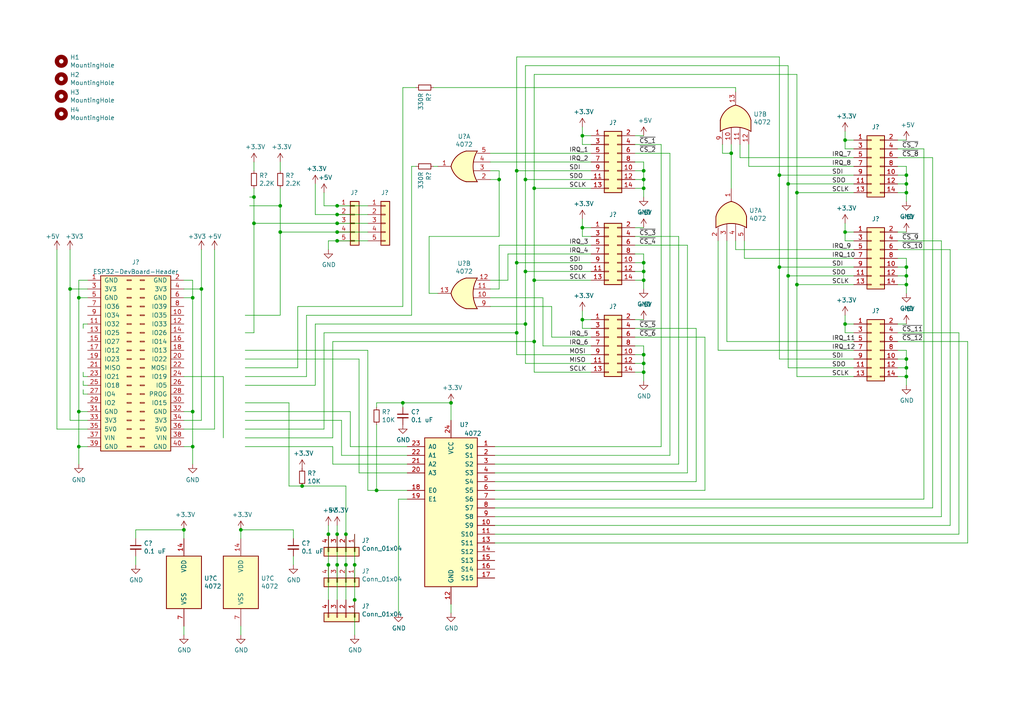
<source format=kicad_sch>
(kicad_sch (version 20211123) (generator eeschema)

  (uuid 12422a89-3d0c-485c-9386-f77121fd68fd)

  (paper "A4")

  (lib_symbols
    (symbol "4xxx:4072" (pin_names (offset 1.016)) (in_bom yes) (on_board yes)
      (property "Reference" "U" (id 0) (at 0 1.27 0)
        (effects (font (size 1.27 1.27)))
      )
      (property "Value" "4xxx_4072" (id 1) (at 0 -1.27 0)
        (effects (font (size 1.27 1.27)))
      )
      (property "Footprint" "" (id 2) (at 0 0 0)
        (effects (font (size 1.27 1.27)) hide)
      )
      (property "Datasheet" "" (id 3) (at 0 0 0)
        (effects (font (size 1.27 1.27)) hide)
      )
      (property "ki_locked" "" (id 4) (at 0 0 0)
        (effects (font (size 1.27 1.27)))
      )
      (property "ki_fp_filters" "DIP?14*" (id 5) (at 0 0 0)
        (effects (font (size 1.27 1.27)) hide)
      )
      (symbol "4072_1_1"
        (arc (start -3.81 -4.445) (mid -2.5908 0) (end -3.81 4.445)
          (stroke (width 0.254) (type default) (color 0 0 0 0))
          (fill (type none))
        )
        (arc (start -0.6096 -4.445) (mid 2.224 -2.8428) (end 3.81 0)
          (stroke (width 0.254) (type default) (color 0 0 0 0))
          (fill (type background))
        )
        (polyline
          (pts
            (xy -3.81 -4.445)
            (xy -0.635 -4.445)
          )
          (stroke (width 0.254) (type default) (color 0 0 0 0))
          (fill (type background))
        )
        (polyline
          (pts
            (xy -3.81 4.445)
            (xy -0.635 4.445)
          )
          (stroke (width 0.254) (type default) (color 0 0 0 0))
          (fill (type background))
        )
        (polyline
          (pts
            (xy -0.635 4.445)
            (xy -3.81 4.445)
            (xy -3.81 4.445)
            (xy -3.6322 4.0894)
            (xy -3.0988 2.921)
            (xy -2.7686 1.6764)
            (xy -2.6162 0.4318)
            (xy -2.6416 -0.8636)
            (xy -2.8702 -2.1082)
            (xy -3.2512 -3.3274)
            (xy -3.81 -4.445)
            (xy -3.81 -4.445)
            (xy -0.635 -4.445)
          )
          (stroke (width -25.4) (type default) (color 0 0 0 0))
          (fill (type background))
        )
        (arc (start 3.81 0) (mid 2.2198 2.8386) (end -0.6096 4.445)
          (stroke (width 0.254) (type default) (color 0 0 0 0))
          (fill (type background))
        )
        (pin output line (at 7.62 0 180) (length 3.81)
          (name "~" (effects (font (size 1.27 1.27))))
          (number "1" (effects (font (size 1.27 1.27))))
        )
        (pin input line (at -7.62 3.81 0) (length 3.81)
          (name "~" (effects (font (size 1.27 1.27))))
          (number "2" (effects (font (size 1.27 1.27))))
        )
        (pin input line (at -7.62 1.27 0) (length 4.826)
          (name "~" (effects (font (size 1.27 1.27))))
          (number "3" (effects (font (size 1.27 1.27))))
        )
        (pin input line (at -7.62 -1.27 0) (length 4.826)
          (name "~" (effects (font (size 1.27 1.27))))
          (number "4" (effects (font (size 1.27 1.27))))
        )
        (pin input line (at -7.62 -3.81 0) (length 3.81)
          (name "~" (effects (font (size 1.27 1.27))))
          (number "5" (effects (font (size 1.27 1.27))))
        )
      )
      (symbol "4072_1_2"
        (arc (start -0.635 -4.445) (mid 3.81 0) (end -0.635 4.445)
          (stroke (width 0.254) (type default) (color 0 0 0 0))
          (fill (type background))
        )
        (polyline
          (pts
            (xy -0.635 4.445)
            (xy -3.81 4.445)
            (xy -3.81 -4.445)
            (xy -0.635 -4.445)
          )
          (stroke (width 0.254) (type default) (color 0 0 0 0))
          (fill (type background))
        )
        (pin output inverted (at 7.62 0 180) (length 3.81)
          (name "~" (effects (font (size 1.27 1.27))))
          (number "1" (effects (font (size 1.27 1.27))))
        )
        (pin input inverted (at -7.62 3.81 0) (length 3.81)
          (name "~" (effects (font (size 1.27 1.27))))
          (number "2" (effects (font (size 1.27 1.27))))
        )
        (pin input inverted (at -7.62 1.27 0) (length 3.81)
          (name "~" (effects (font (size 1.27 1.27))))
          (number "3" (effects (font (size 1.27 1.27))))
        )
        (pin input inverted (at -7.62 -1.27 0) (length 3.81)
          (name "~" (effects (font (size 1.27 1.27))))
          (number "4" (effects (font (size 1.27 1.27))))
        )
        (pin input inverted (at -7.62 -3.81 0) (length 3.81)
          (name "~" (effects (font (size 1.27 1.27))))
          (number "5" (effects (font (size 1.27 1.27))))
        )
      )
      (symbol "4072_2_1"
        (arc (start -3.81 -4.445) (mid -2.5908 0) (end -3.81 4.445)
          (stroke (width 0.254) (type default) (color 0 0 0 0))
          (fill (type none))
        )
        (arc (start -0.6096 -4.445) (mid 2.224 -2.8428) (end 3.81 0)
          (stroke (width 0.254) (type default) (color 0 0 0 0))
          (fill (type background))
        )
        (polyline
          (pts
            (xy -3.81 -4.445)
            (xy -0.635 -4.445)
          )
          (stroke (width 0.254) (type default) (color 0 0 0 0))
          (fill (type background))
        )
        (polyline
          (pts
            (xy -3.81 4.445)
            (xy -0.635 4.445)
          )
          (stroke (width 0.254) (type default) (color 0 0 0 0))
          (fill (type background))
        )
        (polyline
          (pts
            (xy -0.635 4.445)
            (xy -3.81 4.445)
            (xy -3.81 4.445)
            (xy -3.6322 4.0894)
            (xy -3.0988 2.921)
            (xy -2.7686 1.6764)
            (xy -2.6162 0.4318)
            (xy -2.6416 -0.8636)
            (xy -2.8702 -2.1082)
            (xy -3.2512 -3.3274)
            (xy -3.81 -4.445)
            (xy -3.81 -4.445)
            (xy -0.635 -4.445)
          )
          (stroke (width -25.4) (type default) (color 0 0 0 0))
          (fill (type background))
        )
        (arc (start 3.81 0) (mid 2.2198 2.8386) (end -0.6096 4.445)
          (stroke (width 0.254) (type default) (color 0 0 0 0))
          (fill (type background))
        )
        (pin input line (at -7.62 1.27 0) (length 4.826)
          (name "~" (effects (font (size 1.27 1.27))))
          (number "10" (effects (font (size 1.27 1.27))))
        )
        (pin input line (at -7.62 -1.27 0) (length 4.826)
          (name "~" (effects (font (size 1.27 1.27))))
          (number "11" (effects (font (size 1.27 1.27))))
        )
        (pin input line (at -7.62 -3.81 0) (length 3.81)
          (name "~" (effects (font (size 1.27 1.27))))
          (number "12" (effects (font (size 1.27 1.27))))
        )
        (pin output line (at 7.62 0 180) (length 3.81)
          (name "~" (effects (font (size 1.27 1.27))))
          (number "13" (effects (font (size 1.27 1.27))))
        )
        (pin input line (at -7.62 3.81 0) (length 3.81)
          (name "~" (effects (font (size 1.27 1.27))))
          (number "9" (effects (font (size 1.27 1.27))))
        )
      )
      (symbol "4072_2_2"
        (arc (start -0.635 -4.445) (mid 3.81 0) (end -0.635 4.445)
          (stroke (width 0.254) (type default) (color 0 0 0 0))
          (fill (type background))
        )
        (polyline
          (pts
            (xy -0.635 4.445)
            (xy -3.81 4.445)
            (xy -3.81 -4.445)
            (xy -0.635 -4.445)
          )
          (stroke (width 0.254) (type default) (color 0 0 0 0))
          (fill (type background))
        )
        (pin input inverted (at -7.62 1.27 0) (length 3.81)
          (name "~" (effects (font (size 1.27 1.27))))
          (number "10" (effects (font (size 1.27 1.27))))
        )
        (pin input inverted (at -7.62 -1.27 0) (length 3.81)
          (name "~" (effects (font (size 1.27 1.27))))
          (number "11" (effects (font (size 1.27 1.27))))
        )
        (pin input inverted (at -7.62 -3.81 0) (length 3.81)
          (name "~" (effects (font (size 1.27 1.27))))
          (number "12" (effects (font (size 1.27 1.27))))
        )
        (pin output inverted (at 7.62 0 180) (length 3.81)
          (name "~" (effects (font (size 1.27 1.27))))
          (number "13" (effects (font (size 1.27 1.27))))
        )
        (pin input inverted (at -7.62 3.81 0) (length 3.81)
          (name "~" (effects (font (size 1.27 1.27))))
          (number "9" (effects (font (size 1.27 1.27))))
        )
      )
      (symbol "4072_3_0"
        (pin power_in line (at 0 12.7 270) (length 5.08)
          (name "VDD" (effects (font (size 1.27 1.27))))
          (number "14" (effects (font (size 1.27 1.27))))
        )
        (pin power_in line (at 0 -12.7 90) (length 5.08)
          (name "VSS" (effects (font (size 1.27 1.27))))
          (number "7" (effects (font (size 1.27 1.27))))
        )
      )
      (symbol "4072_3_1"
        (rectangle (start -5.08 7.62) (end 5.08 -7.62)
          (stroke (width 0.254) (type default) (color 0 0 0 0))
          (fill (type background))
        )
      )
    )
    (symbol "74xx:74LS154" (pin_names (offset 1.016)) (in_bom yes) (on_board yes)
      (property "Reference" "U" (id 0) (at -7.62 21.59 0)
        (effects (font (size 1.27 1.27)))
      )
      (property "Value" "74xx_74LS154" (id 1) (at -7.62 -24.13 0)
        (effects (font (size 1.27 1.27)))
      )
      (property "Footprint" "" (id 2) (at 0 0 0)
        (effects (font (size 1.27 1.27)) hide)
      )
      (property "Datasheet" "" (id 3) (at 0 0 0)
        (effects (font (size 1.27 1.27)) hide)
      )
      (property "ki_locked" "" (id 4) (at 0 0 0)
        (effects (font (size 1.27 1.27)))
      )
      (property "ki_fp_filters" "DIP?24*" (id 5) (at 0 0 0)
        (effects (font (size 1.27 1.27)) hide)
      )
      (symbol "74LS154_1_0"
        (pin output line (at 12.7 17.78 180) (length 5.08)
          (name "S0" (effects (font (size 1.27 1.27))))
          (number "1" (effects (font (size 1.27 1.27))))
        )
        (pin output line (at 12.7 -5.08 180) (length 5.08)
          (name "S9" (effects (font (size 1.27 1.27))))
          (number "10" (effects (font (size 1.27 1.27))))
        )
        (pin output line (at 12.7 -7.62 180) (length 5.08)
          (name "S10" (effects (font (size 1.27 1.27))))
          (number "11" (effects (font (size 1.27 1.27))))
        )
        (pin power_in line (at 0 -27.94 90) (length 5.08)
          (name "GND" (effects (font (size 1.27 1.27))))
          (number "12" (effects (font (size 1.27 1.27))))
        )
        (pin output line (at 12.7 -10.16 180) (length 5.08)
          (name "S11" (effects (font (size 1.27 1.27))))
          (number "13" (effects (font (size 1.27 1.27))))
        )
        (pin output line (at 12.7 -12.7 180) (length 5.08)
          (name "S12" (effects (font (size 1.27 1.27))))
          (number "14" (effects (font (size 1.27 1.27))))
        )
        (pin output line (at 12.7 -15.24 180) (length 5.08)
          (name "S13" (effects (font (size 1.27 1.27))))
          (number "15" (effects (font (size 1.27 1.27))))
        )
        (pin output line (at 12.7 -17.78 180) (length 5.08)
          (name "S14" (effects (font (size 1.27 1.27))))
          (number "16" (effects (font (size 1.27 1.27))))
        )
        (pin output line (at 12.7 -20.32 180) (length 5.08)
          (name "S15" (effects (font (size 1.27 1.27))))
          (number "17" (effects (font (size 1.27 1.27))))
        )
        (pin input line (at -12.7 5.08 0) (length 5.08)
          (name "E0" (effects (font (size 1.27 1.27))))
          (number "18" (effects (font (size 1.27 1.27))))
        )
        (pin input line (at -12.7 2.54 0) (length 5.08)
          (name "E1" (effects (font (size 1.27 1.27))))
          (number "19" (effects (font (size 1.27 1.27))))
        )
        (pin output line (at 12.7 15.24 180) (length 5.08)
          (name "S1" (effects (font (size 1.27 1.27))))
          (number "2" (effects (font (size 1.27 1.27))))
        )
        (pin input line (at -12.7 10.16 0) (length 5.08)
          (name "A3" (effects (font (size 1.27 1.27))))
          (number "20" (effects (font (size 1.27 1.27))))
        )
        (pin input line (at -12.7 12.7 0) (length 5.08)
          (name "A2" (effects (font (size 1.27 1.27))))
          (number "21" (effects (font (size 1.27 1.27))))
        )
        (pin input line (at -12.7 15.24 0) (length 5.08)
          (name "A1" (effects (font (size 1.27 1.27))))
          (number "22" (effects (font (size 1.27 1.27))))
        )
        (pin input line (at -12.7 17.78 0) (length 5.08)
          (name "A0" (effects (font (size 1.27 1.27))))
          (number "23" (effects (font (size 1.27 1.27))))
        )
        (pin power_in line (at 0 25.4 270) (length 5.08)
          (name "VCC" (effects (font (size 1.27 1.27))))
          (number "24" (effects (font (size 1.27 1.27))))
        )
        (pin output line (at 12.7 12.7 180) (length 5.08)
          (name "S2" (effects (font (size 1.27 1.27))))
          (number "3" (effects (font (size 1.27 1.27))))
        )
        (pin output line (at 12.7 10.16 180) (length 5.08)
          (name "S3" (effects (font (size 1.27 1.27))))
          (number "4" (effects (font (size 1.27 1.27))))
        )
        (pin output line (at 12.7 7.62 180) (length 5.08)
          (name "S4" (effects (font (size 1.27 1.27))))
          (number "5" (effects (font (size 1.27 1.27))))
        )
        (pin output line (at 12.7 5.08 180) (length 5.08)
          (name "S5" (effects (font (size 1.27 1.27))))
          (number "6" (effects (font (size 1.27 1.27))))
        )
        (pin output line (at 12.7 2.54 180) (length 5.08)
          (name "S6" (effects (font (size 1.27 1.27))))
          (number "7" (effects (font (size 1.27 1.27))))
        )
        (pin output line (at 12.7 0 180) (length 5.08)
          (name "S7" (effects (font (size 1.27 1.27))))
          (number "8" (effects (font (size 1.27 1.27))))
        )
        (pin output line (at 12.7 -2.54 180) (length 5.08)
          (name "S8" (effects (font (size 1.27 1.27))))
          (number "9" (effects (font (size 1.27 1.27))))
        )
      )
      (symbol "74LS154_1_1"
        (rectangle (start -7.62 20.32) (end 7.62 -22.86)
          (stroke (width 0.254) (type default) (color 0 0 0 0))
          (fill (type background))
        )
      )
    )
    (symbol "Connector_Generic:Conn_01x04" (pin_names (offset 1.016) hide) (in_bom yes) (on_board yes)
      (property "Reference" "J" (id 0) (at 0 5.08 0)
        (effects (font (size 1.27 1.27)))
      )
      (property "Value" "Conn_01x04" (id 1) (at 0 -7.62 0)
        (effects (font (size 1.27 1.27)))
      )
      (property "Footprint" "" (id 2) (at 0 0 0)
        (effects (font (size 1.27 1.27)) hide)
      )
      (property "Datasheet" "~" (id 3) (at 0 0 0)
        (effects (font (size 1.27 1.27)) hide)
      )
      (property "ki_keywords" "connector" (id 4) (at 0 0 0)
        (effects (font (size 1.27 1.27)) hide)
      )
      (property "ki_description" "Generic connector, single row, 01x04, script generated (kicad-library-utils/schlib/autogen/connector/)" (id 5) (at 0 0 0)
        (effects (font (size 1.27 1.27)) hide)
      )
      (property "ki_fp_filters" "Connector*:*_1x??_*" (id 6) (at 0 0 0)
        (effects (font (size 1.27 1.27)) hide)
      )
      (symbol "Conn_01x04_1_1"
        (rectangle (start -1.27 -4.953) (end 0 -5.207)
          (stroke (width 0.1524) (type default) (color 0 0 0 0))
          (fill (type none))
        )
        (rectangle (start -1.27 -2.413) (end 0 -2.667)
          (stroke (width 0.1524) (type default) (color 0 0 0 0))
          (fill (type none))
        )
        (rectangle (start -1.27 0.127) (end 0 -0.127)
          (stroke (width 0.1524) (type default) (color 0 0 0 0))
          (fill (type none))
        )
        (rectangle (start -1.27 2.667) (end 0 2.413)
          (stroke (width 0.1524) (type default) (color 0 0 0 0))
          (fill (type none))
        )
        (rectangle (start -1.27 3.81) (end 1.27 -6.35)
          (stroke (width 0.254) (type default) (color 0 0 0 0))
          (fill (type background))
        )
        (pin passive line (at -5.08 2.54 0) (length 3.81)
          (name "Pin_1" (effects (font (size 1.27 1.27))))
          (number "1" (effects (font (size 1.27 1.27))))
        )
        (pin passive line (at -5.08 0 0) (length 3.81)
          (name "Pin_2" (effects (font (size 1.27 1.27))))
          (number "2" (effects (font (size 1.27 1.27))))
        )
        (pin passive line (at -5.08 -2.54 0) (length 3.81)
          (name "Pin_3" (effects (font (size 1.27 1.27))))
          (number "3" (effects (font (size 1.27 1.27))))
        )
        (pin passive line (at -5.08 -5.08 0) (length 3.81)
          (name "Pin_4" (effects (font (size 1.27 1.27))))
          (number "4" (effects (font (size 1.27 1.27))))
        )
      )
    )
    (symbol "Connector_Generic:Conn_01x05" (pin_names (offset 1.016) hide) (in_bom yes) (on_board yes)
      (property "Reference" "J" (id 0) (at 0 7.62 0)
        (effects (font (size 1.27 1.27)))
      )
      (property "Value" "Conn_01x05" (id 1) (at 0 -7.62 0)
        (effects (font (size 1.27 1.27)))
      )
      (property "Footprint" "" (id 2) (at 0 0 0)
        (effects (font (size 1.27 1.27)) hide)
      )
      (property "Datasheet" "~" (id 3) (at 0 0 0)
        (effects (font (size 1.27 1.27)) hide)
      )
      (property "ki_keywords" "connector" (id 4) (at 0 0 0)
        (effects (font (size 1.27 1.27)) hide)
      )
      (property "ki_description" "Generic connector, single row, 01x05, script generated (kicad-library-utils/schlib/autogen/connector/)" (id 5) (at 0 0 0)
        (effects (font (size 1.27 1.27)) hide)
      )
      (property "ki_fp_filters" "Connector*:*_1x??_*" (id 6) (at 0 0 0)
        (effects (font (size 1.27 1.27)) hide)
      )
      (symbol "Conn_01x05_1_1"
        (rectangle (start -1.27 -4.953) (end 0 -5.207)
          (stroke (width 0.1524) (type default) (color 0 0 0 0))
          (fill (type none))
        )
        (rectangle (start -1.27 -2.413) (end 0 -2.667)
          (stroke (width 0.1524) (type default) (color 0 0 0 0))
          (fill (type none))
        )
        (rectangle (start -1.27 0.127) (end 0 -0.127)
          (stroke (width 0.1524) (type default) (color 0 0 0 0))
          (fill (type none))
        )
        (rectangle (start -1.27 2.667) (end 0 2.413)
          (stroke (width 0.1524) (type default) (color 0 0 0 0))
          (fill (type none))
        )
        (rectangle (start -1.27 5.207) (end 0 4.953)
          (stroke (width 0.1524) (type default) (color 0 0 0 0))
          (fill (type none))
        )
        (rectangle (start -1.27 6.35) (end 1.27 -6.35)
          (stroke (width 0.254) (type default) (color 0 0 0 0))
          (fill (type background))
        )
        (pin passive line (at -5.08 5.08 0) (length 3.81)
          (name "Pin_1" (effects (font (size 1.27 1.27))))
          (number "1" (effects (font (size 1.27 1.27))))
        )
        (pin passive line (at -5.08 2.54 0) (length 3.81)
          (name "Pin_2" (effects (font (size 1.27 1.27))))
          (number "2" (effects (font (size 1.27 1.27))))
        )
        (pin passive line (at -5.08 0 0) (length 3.81)
          (name "Pin_3" (effects (font (size 1.27 1.27))))
          (number "3" (effects (font (size 1.27 1.27))))
        )
        (pin passive line (at -5.08 -2.54 0) (length 3.81)
          (name "Pin_4" (effects (font (size 1.27 1.27))))
          (number "4" (effects (font (size 1.27 1.27))))
        )
        (pin passive line (at -5.08 -5.08 0) (length 3.81)
          (name "Pin_5" (effects (font (size 1.27 1.27))))
          (number "5" (effects (font (size 1.27 1.27))))
        )
      )
    )
    (symbol "Connector_Generic:Conn_02x07_Odd_Even" (pin_names (offset 1.016) hide) (in_bom yes) (on_board yes)
      (property "Reference" "J" (id 0) (at 1.27 10.16 0)
        (effects (font (size 1.27 1.27)))
      )
      (property "Value" "Conn_02x07_Odd_Even" (id 1) (at 1.27 -10.16 0)
        (effects (font (size 1.27 1.27)))
      )
      (property "Footprint" "" (id 2) (at 0 0 0)
        (effects (font (size 1.27 1.27)) hide)
      )
      (property "Datasheet" "~" (id 3) (at 0 0 0)
        (effects (font (size 1.27 1.27)) hide)
      )
      (property "ki_keywords" "connector" (id 4) (at 0 0 0)
        (effects (font (size 1.27 1.27)) hide)
      )
      (property "ki_description" "Generic connector, double row, 02x07, odd/even pin numbering scheme (row 1 odd numbers, row 2 even numbers), script generated (kicad-library-utils/schlib/autogen/connector/)" (id 5) (at 0 0 0)
        (effects (font (size 1.27 1.27)) hide)
      )
      (property "ki_fp_filters" "Connector*:*_2x??_*" (id 6) (at 0 0 0)
        (effects (font (size 1.27 1.27)) hide)
      )
      (symbol "Conn_02x07_Odd_Even_1_1"
        (rectangle (start -1.27 -7.493) (end 0 -7.747)
          (stroke (width 0.1524) (type default) (color 0 0 0 0))
          (fill (type none))
        )
        (rectangle (start -1.27 -4.953) (end 0 -5.207)
          (stroke (width 0.1524) (type default) (color 0 0 0 0))
          (fill (type none))
        )
        (rectangle (start -1.27 -2.413) (end 0 -2.667)
          (stroke (width 0.1524) (type default) (color 0 0 0 0))
          (fill (type none))
        )
        (rectangle (start -1.27 0.127) (end 0 -0.127)
          (stroke (width 0.1524) (type default) (color 0 0 0 0))
          (fill (type none))
        )
        (rectangle (start -1.27 2.667) (end 0 2.413)
          (stroke (width 0.1524) (type default) (color 0 0 0 0))
          (fill (type none))
        )
        (rectangle (start -1.27 5.207) (end 0 4.953)
          (stroke (width 0.1524) (type default) (color 0 0 0 0))
          (fill (type none))
        )
        (rectangle (start -1.27 7.747) (end 0 7.493)
          (stroke (width 0.1524) (type default) (color 0 0 0 0))
          (fill (type none))
        )
        (rectangle (start -1.27 8.89) (end 3.81 -8.89)
          (stroke (width 0.254) (type default) (color 0 0 0 0))
          (fill (type background))
        )
        (rectangle (start 3.81 -7.493) (end 2.54 -7.747)
          (stroke (width 0.1524) (type default) (color 0 0 0 0))
          (fill (type none))
        )
        (rectangle (start 3.81 -4.953) (end 2.54 -5.207)
          (stroke (width 0.1524) (type default) (color 0 0 0 0))
          (fill (type none))
        )
        (rectangle (start 3.81 -2.413) (end 2.54 -2.667)
          (stroke (width 0.1524) (type default) (color 0 0 0 0))
          (fill (type none))
        )
        (rectangle (start 3.81 0.127) (end 2.54 -0.127)
          (stroke (width 0.1524) (type default) (color 0 0 0 0))
          (fill (type none))
        )
        (rectangle (start 3.81 2.667) (end 2.54 2.413)
          (stroke (width 0.1524) (type default) (color 0 0 0 0))
          (fill (type none))
        )
        (rectangle (start 3.81 5.207) (end 2.54 4.953)
          (stroke (width 0.1524) (type default) (color 0 0 0 0))
          (fill (type none))
        )
        (rectangle (start 3.81 7.747) (end 2.54 7.493)
          (stroke (width 0.1524) (type default) (color 0 0 0 0))
          (fill (type none))
        )
        (pin passive line (at -5.08 7.62 0) (length 3.81)
          (name "Pin_1" (effects (font (size 1.27 1.27))))
          (number "1" (effects (font (size 1.27 1.27))))
        )
        (pin passive line (at 7.62 -2.54 180) (length 3.81)
          (name "Pin_10" (effects (font (size 1.27 1.27))))
          (number "10" (effects (font (size 1.27 1.27))))
        )
        (pin passive line (at -5.08 -5.08 0) (length 3.81)
          (name "Pin_11" (effects (font (size 1.27 1.27))))
          (number "11" (effects (font (size 1.27 1.27))))
        )
        (pin passive line (at 7.62 -5.08 180) (length 3.81)
          (name "Pin_12" (effects (font (size 1.27 1.27))))
          (number "12" (effects (font (size 1.27 1.27))))
        )
        (pin passive line (at -5.08 -7.62 0) (length 3.81)
          (name "Pin_13" (effects (font (size 1.27 1.27))))
          (number "13" (effects (font (size 1.27 1.27))))
        )
        (pin passive line (at 7.62 -7.62 180) (length 3.81)
          (name "Pin_14" (effects (font (size 1.27 1.27))))
          (number "14" (effects (font (size 1.27 1.27))))
        )
        (pin passive line (at 7.62 7.62 180) (length 3.81)
          (name "Pin_2" (effects (font (size 1.27 1.27))))
          (number "2" (effects (font (size 1.27 1.27))))
        )
        (pin passive line (at -5.08 5.08 0) (length 3.81)
          (name "Pin_3" (effects (font (size 1.27 1.27))))
          (number "3" (effects (font (size 1.27 1.27))))
        )
        (pin passive line (at 7.62 5.08 180) (length 3.81)
          (name "Pin_4" (effects (font (size 1.27 1.27))))
          (number "4" (effects (font (size 1.27 1.27))))
        )
        (pin passive line (at -5.08 2.54 0) (length 3.81)
          (name "Pin_5" (effects (font (size 1.27 1.27))))
          (number "5" (effects (font (size 1.27 1.27))))
        )
        (pin passive line (at 7.62 2.54 180) (length 3.81)
          (name "Pin_6" (effects (font (size 1.27 1.27))))
          (number "6" (effects (font (size 1.27 1.27))))
        )
        (pin passive line (at -5.08 0 0) (length 3.81)
          (name "Pin_7" (effects (font (size 1.27 1.27))))
          (number "7" (effects (font (size 1.27 1.27))))
        )
        (pin passive line (at 7.62 0 180) (length 3.81)
          (name "Pin_8" (effects (font (size 1.27 1.27))))
          (number "8" (effects (font (size 1.27 1.27))))
        )
        (pin passive line (at -5.08 -2.54 0) (length 3.81)
          (name "Pin_9" (effects (font (size 1.27 1.27))))
          (number "9" (effects (font (size 1.27 1.27))))
        )
      )
    )
    (symbol "Device:C_Small" (pin_numbers hide) (pin_names (offset 0.254) hide) (in_bom yes) (on_board yes)
      (property "Reference" "C" (id 0) (at 0.254 1.778 0)
        (effects (font (size 1.27 1.27)) (justify left))
      )
      (property "Value" "C_Small" (id 1) (at 0.254 -2.032 0)
        (effects (font (size 1.27 1.27)) (justify left))
      )
      (property "Footprint" "" (id 2) (at 0 0 0)
        (effects (font (size 1.27 1.27)) hide)
      )
      (property "Datasheet" "~" (id 3) (at 0 0 0)
        (effects (font (size 1.27 1.27)) hide)
      )
      (property "ki_keywords" "capacitor cap" (id 4) (at 0 0 0)
        (effects (font (size 1.27 1.27)) hide)
      )
      (property "ki_description" "Unpolarized capacitor, small symbol" (id 5) (at 0 0 0)
        (effects (font (size 1.27 1.27)) hide)
      )
      (property "ki_fp_filters" "C_*" (id 6) (at 0 0 0)
        (effects (font (size 1.27 1.27)) hide)
      )
      (symbol "C_Small_0_1"
        (polyline
          (pts
            (xy -1.524 -0.508)
            (xy 1.524 -0.508)
          )
          (stroke (width 0.3302) (type default) (color 0 0 0 0))
          (fill (type none))
        )
        (polyline
          (pts
            (xy -1.524 0.508)
            (xy 1.524 0.508)
          )
          (stroke (width 0.3048) (type default) (color 0 0 0 0))
          (fill (type none))
        )
      )
      (symbol "C_Small_1_1"
        (pin passive line (at 0 2.54 270) (length 2.032)
          (name "~" (effects (font (size 1.27 1.27))))
          (number "1" (effects (font (size 1.27 1.27))))
        )
        (pin passive line (at 0 -2.54 90) (length 2.032)
          (name "~" (effects (font (size 1.27 1.27))))
          (number "2" (effects (font (size 1.27 1.27))))
        )
      )
    )
    (symbol "Device:R_Small" (pin_numbers hide) (pin_names (offset 0.254) hide) (in_bom yes) (on_board yes)
      (property "Reference" "R" (id 0) (at 0.762 0.508 0)
        (effects (font (size 1.27 1.27)) (justify left))
      )
      (property "Value" "R_Small" (id 1) (at 0.762 -1.016 0)
        (effects (font (size 1.27 1.27)) (justify left))
      )
      (property "Footprint" "" (id 2) (at 0 0 0)
        (effects (font (size 1.27 1.27)) hide)
      )
      (property "Datasheet" "~" (id 3) (at 0 0 0)
        (effects (font (size 1.27 1.27)) hide)
      )
      (property "ki_keywords" "R resistor" (id 4) (at 0 0 0)
        (effects (font (size 1.27 1.27)) hide)
      )
      (property "ki_description" "Resistor, small symbol" (id 5) (at 0 0 0)
        (effects (font (size 1.27 1.27)) hide)
      )
      (property "ki_fp_filters" "R_*" (id 6) (at 0 0 0)
        (effects (font (size 1.27 1.27)) hide)
      )
      (symbol "R_Small_0_1"
        (rectangle (start -0.762 1.778) (end 0.762 -1.778)
          (stroke (width 0.2032) (type default) (color 0 0 0 0))
          (fill (type none))
        )
      )
      (symbol "R_Small_1_1"
        (pin passive line (at 0 2.54 270) (length 0.762)
          (name "~" (effects (font (size 1.27 1.27))))
          (number "1" (effects (font (size 1.27 1.27))))
        )
        (pin passive line (at 0 -2.54 90) (length 0.762)
          (name "~" (effects (font (size 1.27 1.27))))
          (number "2" (effects (font (size 1.27 1.27))))
        )
      )
    )
    (symbol "Mechanical:MountingHole" (pin_names (offset 1.016)) (in_bom yes) (on_board yes)
      (property "Reference" "H" (id 0) (at 0 5.08 0)
        (effects (font (size 1.27 1.27)))
      )
      (property "Value" "MountingHole" (id 1) (at 0 3.175 0)
        (effects (font (size 1.27 1.27)))
      )
      (property "Footprint" "" (id 2) (at 0 0 0)
        (effects (font (size 1.27 1.27)) hide)
      )
      (property "Datasheet" "~" (id 3) (at 0 0 0)
        (effects (font (size 1.27 1.27)) hide)
      )
      (property "ki_keywords" "mounting hole" (id 4) (at 0 0 0)
        (effects (font (size 1.27 1.27)) hide)
      )
      (property "ki_description" "Mounting Hole without connection" (id 5) (at 0 0 0)
        (effects (font (size 1.27 1.27)) hide)
      )
      (property "ki_fp_filters" "MountingHole*" (id 6) (at 0 0 0)
        (effects (font (size 1.27 1.27)) hide)
      )
      (symbol "MountingHole_0_1"
        (circle (center 0 0) (radius 1.27)
          (stroke (width 1.27) (type default) (color 0 0 0 0))
          (fill (type none))
        )
      )
    )
    (symbol "connectors:ESP32-DevBoard-Header" (pin_names (offset 1.016)) (in_bom yes) (on_board yes)
      (property "Reference" "J" (id 0) (at 1.27 25.4 0)
        (effects (font (size 1.27 1.27)))
      )
      (property "Value" "ESP32-DevBoard-Header" (id 1) (at 1.27 -27.94 0)
        (effects (font (size 1.27 1.27)))
      )
      (property "Footprint" "" (id 2) (at 0 0 0)
        (effects (font (size 1.27 1.27)) hide)
      )
      (property "Datasheet" "~" (id 3) (at 0 0 0)
        (effects (font (size 1.27 1.27)) hide)
      )
      (property "ki_keywords" "connector" (id 4) (at 0 0 0)
        (effects (font (size 1.27 1.27)) hide)
      )
      (property "ki_description" "2 x 20 header for ESP32 DevBoard" (id 5) (at 0 0 0)
        (effects (font (size 1.27 1.27)) hide)
      )
      (property "ki_fp_filters" "Connector*:*_2x??_*" (id 6) (at 0 0 0)
        (effects (font (size 1.27 1.27)) hide)
      )
      (symbol "ESP32-DevBoard-Header_1_1"
        (rectangle (start -8.89 24.13) (end 11.43 -26.67)
          (stroke (width 0.254) (type default) (color 0 0 0 0))
          (fill (type background))
        )
        (rectangle (start -1.27 -25.273) (end 0 -25.527)
          (stroke (width 0.1524) (type default) (color 0 0 0 0))
          (fill (type none))
        )
        (rectangle (start -1.27 -22.733) (end 0 -22.987)
          (stroke (width 0.1524) (type default) (color 0 0 0 0))
          (fill (type none))
        )
        (rectangle (start -1.27 -20.193) (end 0 -20.447)
          (stroke (width 0.1524) (type default) (color 0 0 0 0))
          (fill (type none))
        )
        (rectangle (start -1.27 -17.653) (end 0 -17.907)
          (stroke (width 0.1524) (type default) (color 0 0 0 0))
          (fill (type none))
        )
        (rectangle (start -1.27 -15.113) (end 0 -15.367)
          (stroke (width 0.1524) (type default) (color 0 0 0 0))
          (fill (type none))
        )
        (rectangle (start -1.27 -12.573) (end 0 -12.827)
          (stroke (width 0.1524) (type default) (color 0 0 0 0))
          (fill (type none))
        )
        (rectangle (start -1.27 -10.033) (end 0 -10.287)
          (stroke (width 0.1524) (type default) (color 0 0 0 0))
          (fill (type none))
        )
        (rectangle (start -1.27 -7.493) (end 0 -7.747)
          (stroke (width 0.1524) (type default) (color 0 0 0 0))
          (fill (type none))
        )
        (rectangle (start -1.27 -4.953) (end 0 -5.207)
          (stroke (width 0.1524) (type default) (color 0 0 0 0))
          (fill (type none))
        )
        (rectangle (start -1.27 -2.413) (end 0 -2.667)
          (stroke (width 0.1524) (type default) (color 0 0 0 0))
          (fill (type none))
        )
        (rectangle (start -1.27 0.127) (end 0 -0.127)
          (stroke (width 0.1524) (type default) (color 0 0 0 0))
          (fill (type none))
        )
        (rectangle (start -1.27 2.667) (end 0 2.413)
          (stroke (width 0.1524) (type default) (color 0 0 0 0))
          (fill (type none))
        )
        (rectangle (start -1.27 5.207) (end 0 4.953)
          (stroke (width 0.1524) (type default) (color 0 0 0 0))
          (fill (type none))
        )
        (rectangle (start -1.27 7.747) (end 0 7.493)
          (stroke (width 0.1524) (type default) (color 0 0 0 0))
          (fill (type none))
        )
        (rectangle (start -1.27 10.287) (end 0 10.033)
          (stroke (width 0.1524) (type default) (color 0 0 0 0))
          (fill (type none))
        )
        (rectangle (start -1.27 12.827) (end 0 12.573)
          (stroke (width 0.1524) (type default) (color 0 0 0 0))
          (fill (type none))
        )
        (rectangle (start -1.27 15.367) (end 0 15.113)
          (stroke (width 0.1524) (type default) (color 0 0 0 0))
          (fill (type none))
        )
        (rectangle (start -1.27 17.907) (end 0 17.653)
          (stroke (width 0.1524) (type default) (color 0 0 0 0))
          (fill (type none))
        )
        (rectangle (start -1.27 20.447) (end 0 20.193)
          (stroke (width 0.1524) (type default) (color 0 0 0 0))
          (fill (type none))
        )
        (rectangle (start -1.27 22.987) (end 0 22.733)
          (stroke (width 0.1524) (type default) (color 0 0 0 0))
          (fill (type none))
        )
        (rectangle (start 3.81 -25.273) (end 2.54 -25.527)
          (stroke (width 0.1524) (type default) (color 0 0 0 0))
          (fill (type none))
        )
        (rectangle (start 3.81 -22.733) (end 2.54 -22.987)
          (stroke (width 0.1524) (type default) (color 0 0 0 0))
          (fill (type none))
        )
        (rectangle (start 3.81 -20.193) (end 2.54 -20.447)
          (stroke (width 0.1524) (type default) (color 0 0 0 0))
          (fill (type none))
        )
        (rectangle (start 3.81 -17.653) (end 2.54 -17.907)
          (stroke (width 0.1524) (type default) (color 0 0 0 0))
          (fill (type none))
        )
        (rectangle (start 3.81 -15.113) (end 2.54 -15.367)
          (stroke (width 0.1524) (type default) (color 0 0 0 0))
          (fill (type none))
        )
        (rectangle (start 3.81 -12.573) (end 2.54 -12.827)
          (stroke (width 0.1524) (type default) (color 0 0 0 0))
          (fill (type none))
        )
        (rectangle (start 3.81 -10.033) (end 2.54 -10.287)
          (stroke (width 0.1524) (type default) (color 0 0 0 0))
          (fill (type none))
        )
        (rectangle (start 3.81 -7.493) (end 2.54 -7.747)
          (stroke (width 0.1524) (type default) (color 0 0 0 0))
          (fill (type none))
        )
        (rectangle (start 3.81 -4.953) (end 2.54 -5.207)
          (stroke (width 0.1524) (type default) (color 0 0 0 0))
          (fill (type none))
        )
        (rectangle (start 3.81 -2.413) (end 2.54 -2.667)
          (stroke (width 0.1524) (type default) (color 0 0 0 0))
          (fill (type none))
        )
        (rectangle (start 3.81 0.127) (end 2.54 -0.127)
          (stroke (width 0.1524) (type default) (color 0 0 0 0))
          (fill (type none))
        )
        (rectangle (start 3.81 2.667) (end 2.54 2.413)
          (stroke (width 0.1524) (type default) (color 0 0 0 0))
          (fill (type none))
        )
        (rectangle (start 3.81 5.207) (end 2.54 4.953)
          (stroke (width 0.1524) (type default) (color 0 0 0 0))
          (fill (type none))
        )
        (rectangle (start 3.81 7.747) (end 2.54 7.493)
          (stroke (width 0.1524) (type default) (color 0 0 0 0))
          (fill (type none))
        )
        (rectangle (start 3.81 10.287) (end 2.54 10.033)
          (stroke (width 0.1524) (type default) (color 0 0 0 0))
          (fill (type none))
        )
        (rectangle (start 3.81 12.827) (end 2.54 12.573)
          (stroke (width 0.1524) (type default) (color 0 0 0 0))
          (fill (type none))
        )
        (rectangle (start 3.81 15.367) (end 2.54 15.113)
          (stroke (width 0.1524) (type default) (color 0 0 0 0))
          (fill (type none))
        )
        (rectangle (start 3.81 17.907) (end 2.54 17.653)
          (stroke (width 0.1524) (type default) (color 0 0 0 0))
          (fill (type none))
        )
        (rectangle (start 3.81 20.447) (end 2.54 20.193)
          (stroke (width 0.1524) (type default) (color 0 0 0 0))
          (fill (type none))
        )
        (rectangle (start 3.81 22.987) (end 2.54 22.733)
          (stroke (width 0.1524) (type default) (color 0 0 0 0))
          (fill (type none))
        )
        (pin passive line (at -12.7 22.86 0) (length 3.81)
          (name "GND" (effects (font (size 1.27 1.27))))
          (number "1" (effects (font (size 1.27 1.27))))
        )
        (pin passive line (at 15.24 12.7 180) (length 3.81)
          (name "IO35" (effects (font (size 1.27 1.27))))
          (number "10" (effects (font (size 1.27 1.27))))
        )
        (pin passive line (at -12.7 10.16 0) (length 3.81)
          (name "IO32" (effects (font (size 1.27 1.27))))
          (number "11" (effects (font (size 1.27 1.27))))
        )
        (pin passive line (at 15.24 10.16 180) (length 3.81)
          (name "IO33" (effects (font (size 1.27 1.27))))
          (number "12" (effects (font (size 1.27 1.27))))
        )
        (pin passive line (at -12.7 7.62 0) (length 3.81)
          (name "IO25" (effects (font (size 1.27 1.27))))
          (number "13" (effects (font (size 1.27 1.27))))
        )
        (pin passive line (at 15.24 7.62 180) (length 3.81)
          (name "IO26" (effects (font (size 1.27 1.27))))
          (number "14" (effects (font (size 1.27 1.27))))
        )
        (pin passive line (at -12.7 5.08 0) (length 3.81)
          (name "IO27" (effects (font (size 1.27 1.27))))
          (number "15" (effects (font (size 1.27 1.27))))
        )
        (pin passive line (at 15.24 5.08 180) (length 3.81)
          (name "IO14" (effects (font (size 1.27 1.27))))
          (number "16" (effects (font (size 1.27 1.27))))
        )
        (pin passive line (at -12.7 2.54 0) (length 3.81)
          (name "IO12" (effects (font (size 1.27 1.27))))
          (number "17" (effects (font (size 1.27 1.27))))
        )
        (pin passive line (at 15.24 2.54 180) (length 3.81)
          (name "IO13" (effects (font (size 1.27 1.27))))
          (number "18" (effects (font (size 1.27 1.27))))
        )
        (pin passive line (at -12.7 0 0) (length 3.81)
          (name "IO23" (effects (font (size 1.27 1.27))))
          (number "19" (effects (font (size 1.27 1.27))))
        )
        (pin passive line (at 15.24 22.86 180) (length 3.81)
          (name "GND" (effects (font (size 1.27 1.27))))
          (number "2" (effects (font (size 1.27 1.27))))
        )
        (pin passive line (at 15.24 0 180) (length 3.81)
          (name "IO22" (effects (font (size 1.27 1.27))))
          (number "20" (effects (font (size 1.27 1.27))))
        )
        (pin passive line (at -12.7 -2.54 0) (length 3.81)
          (name "MISO" (effects (font (size 1.27 1.27))))
          (number "21" (effects (font (size 1.27 1.27))))
        )
        (pin passive line (at 15.24 -2.54 180) (length 3.81)
          (name "MOSI" (effects (font (size 1.27 1.27))))
          (number "22" (effects (font (size 1.27 1.27))))
        )
        (pin passive line (at -12.7 -5.08 0) (length 3.81)
          (name "IO21" (effects (font (size 1.27 1.27))))
          (number "23" (effects (font (size 1.27 1.27))))
        )
        (pin passive line (at 15.24 -5.08 180) (length 3.81)
          (name "IO19" (effects (font (size 1.27 1.27))))
          (number "24" (effects (font (size 1.27 1.27))))
        )
        (pin passive line (at -12.7 -7.62 0) (length 3.81)
          (name "IO18" (effects (font (size 1.27 1.27))))
          (number "25" (effects (font (size 1.27 1.27))))
        )
        (pin passive line (at 15.24 -7.62 180) (length 3.81)
          (name "IO5" (effects (font (size 1.27 1.27))))
          (number "26" (effects (font (size 1.27 1.27))))
        )
        (pin passive line (at -12.7 -10.16 0) (length 3.81)
          (name "IO4" (effects (font (size 1.27 1.27))))
          (number "27" (effects (font (size 1.27 1.27))))
        )
        (pin passive line (at 15.24 -10.16 180) (length 3.81)
          (name "PROG" (effects (font (size 1.27 1.27))))
          (number "28" (effects (font (size 1.27 1.27))))
        )
        (pin passive line (at -12.7 -12.7 0) (length 3.81)
          (name "IO2" (effects (font (size 1.27 1.27))))
          (number "29" (effects (font (size 1.27 1.27))))
        )
        (pin passive line (at -12.7 20.32 0) (length 3.81)
          (name "3V3" (effects (font (size 1.27 1.27))))
          (number "3" (effects (font (size 1.27 1.27))))
        )
        (pin passive line (at 15.24 -12.7 180) (length 3.81)
          (name "IO15" (effects (font (size 1.27 1.27))))
          (number "30" (effects (font (size 1.27 1.27))))
        )
        (pin passive line (at -12.7 -15.24 0) (length 3.81)
          (name "GND" (effects (font (size 1.27 1.27))))
          (number "31" (effects (font (size 1.27 1.27))))
        )
        (pin passive line (at 15.24 -15.24 180) (length 3.81)
          (name "GND" (effects (font (size 1.27 1.27))))
          (number "32" (effects (font (size 1.27 1.27))))
        )
        (pin passive line (at -12.7 -17.78 0) (length 3.81)
          (name "3V3" (effects (font (size 1.27 1.27))))
          (number "33" (effects (font (size 1.27 1.27))))
        )
        (pin passive line (at 15.24 -17.78 180) (length 3.81)
          (name "3V3" (effects (font (size 1.27 1.27))))
          (number "34" (effects (font (size 1.27 1.27))))
        )
        (pin passive line (at -12.7 -20.32 0) (length 3.81)
          (name "5V0" (effects (font (size 1.27 1.27))))
          (number "35" (effects (font (size 1.27 1.27))))
        )
        (pin passive line (at 15.24 -20.32 180) (length 3.81)
          (name "5V0" (effects (font (size 1.27 1.27))))
          (number "36" (effects (font (size 1.27 1.27))))
        )
        (pin passive line (at -12.7 -22.86 0) (length 3.81)
          (name "VIN" (effects (font (size 1.27 1.27))))
          (number "37" (effects (font (size 1.27 1.27))))
        )
        (pin passive line (at 15.24 -22.86 180) (length 3.81)
          (name "VIN" (effects (font (size 1.27 1.27))))
          (number "38" (effects (font (size 1.27 1.27))))
        )
        (pin passive line (at -12.7 -25.4 0) (length 3.81)
          (name "GND" (effects (font (size 1.27 1.27))))
          (number "39" (effects (font (size 1.27 1.27))))
        )
        (pin passive line (at 15.24 20.32 180) (length 3.81)
          (name "3V3" (effects (font (size 1.27 1.27))))
          (number "4" (effects (font (size 1.27 1.27))))
        )
        (pin passive line (at 15.24 -25.4 180) (length 3.81)
          (name "GND" (effects (font (size 1.27 1.27))))
          (number "40" (effects (font (size 1.27 1.27))))
        )
        (pin passive line (at -12.7 17.78 0) (length 3.81)
          (name "GND" (effects (font (size 1.27 1.27))))
          (number "5" (effects (font (size 1.27 1.27))))
        )
        (pin passive line (at 15.24 17.78 180) (length 3.81)
          (name "GND" (effects (font (size 1.27 1.27))))
          (number "6" (effects (font (size 1.27 1.27))))
        )
        (pin passive line (at -12.7 15.24 0) (length 3.81)
          (name "IO36" (effects (font (size 1.27 1.27))))
          (number "7" (effects (font (size 1.27 1.27))))
        )
        (pin passive line (at 15.24 15.24 180) (length 3.81)
          (name "IO39" (effects (font (size 1.27 1.27))))
          (number "8" (effects (font (size 1.27 1.27))))
        )
        (pin passive line (at -12.7 12.7 0) (length 3.81)
          (name "IO34" (effects (font (size 1.27 1.27))))
          (number "9" (effects (font (size 1.27 1.27))))
        )
      )
    )
    (symbol "power:+3.3V" (power) (pin_names (offset 0)) (in_bom yes) (on_board yes)
      (property "Reference" "#PWR" (id 0) (at 0 -3.81 0)
        (effects (font (size 1.27 1.27)) hide)
      )
      (property "Value" "+3.3V" (id 1) (at 0 3.556 0)
        (effects (font (size 1.27 1.27)))
      )
      (property "Footprint" "" (id 2) (at 0 0 0)
        (effects (font (size 1.27 1.27)) hide)
      )
      (property "Datasheet" "" (id 3) (at 0 0 0)
        (effects (font (size 1.27 1.27)) hide)
      )
      (property "ki_keywords" "global power" (id 4) (at 0 0 0)
        (effects (font (size 1.27 1.27)) hide)
      )
      (property "ki_description" "Power symbol creates a global label with name \"+3.3V\"" (id 5) (at 0 0 0)
        (effects (font (size 1.27 1.27)) hide)
      )
      (symbol "+3.3V_0_1"
        (polyline
          (pts
            (xy -0.762 1.27)
            (xy 0 2.54)
          )
          (stroke (width 0) (type default) (color 0 0 0 0))
          (fill (type none))
        )
        (polyline
          (pts
            (xy 0 0)
            (xy 0 2.54)
          )
          (stroke (width 0) (type default) (color 0 0 0 0))
          (fill (type none))
        )
        (polyline
          (pts
            (xy 0 2.54)
            (xy 0.762 1.27)
          )
          (stroke (width 0) (type default) (color 0 0 0 0))
          (fill (type none))
        )
      )
      (symbol "+3.3V_1_1"
        (pin power_in line (at 0 0 90) (length 0) hide
          (name "+3.3V" (effects (font (size 1.27 1.27))))
          (number "1" (effects (font (size 1.27 1.27))))
        )
      )
    )
    (symbol "power:+3V3" (power) (pin_names (offset 0)) (in_bom yes) (on_board yes)
      (property "Reference" "#PWR" (id 0) (at 0 -3.81 0)
        (effects (font (size 1.27 1.27)) hide)
      )
      (property "Value" "+3V3" (id 1) (at 0 3.556 0)
        (effects (font (size 1.27 1.27)))
      )
      (property "Footprint" "" (id 2) (at 0 0 0)
        (effects (font (size 1.27 1.27)) hide)
      )
      (property "Datasheet" "" (id 3) (at 0 0 0)
        (effects (font (size 1.27 1.27)) hide)
      )
      (property "ki_keywords" "power-flag" (id 4) (at 0 0 0)
        (effects (font (size 1.27 1.27)) hide)
      )
      (property "ki_description" "Power symbol creates a global label with name \"+3V3\"" (id 5) (at 0 0 0)
        (effects (font (size 1.27 1.27)) hide)
      )
      (symbol "+3V3_0_1"
        (polyline
          (pts
            (xy -0.762 1.27)
            (xy 0 2.54)
          )
          (stroke (width 0) (type default) (color 0 0 0 0))
          (fill (type none))
        )
        (polyline
          (pts
            (xy 0 0)
            (xy 0 2.54)
          )
          (stroke (width 0) (type default) (color 0 0 0 0))
          (fill (type none))
        )
        (polyline
          (pts
            (xy 0 2.54)
            (xy 0.762 1.27)
          )
          (stroke (width 0) (type default) (color 0 0 0 0))
          (fill (type none))
        )
      )
      (symbol "+3V3_1_1"
        (pin power_in line (at 0 0 90) (length 0) hide
          (name "+3V3" (effects (font (size 1.27 1.27))))
          (number "1" (effects (font (size 1.27 1.27))))
        )
      )
    )
    (symbol "power:+5V" (power) (pin_names (offset 0)) (in_bom yes) (on_board yes)
      (property "Reference" "#PWR" (id 0) (at 0 -3.81 0)
        (effects (font (size 1.27 1.27)) hide)
      )
      (property "Value" "+5V" (id 1) (at 0 3.556 0)
        (effects (font (size 1.27 1.27)))
      )
      (property "Footprint" "" (id 2) (at 0 0 0)
        (effects (font (size 1.27 1.27)) hide)
      )
      (property "Datasheet" "" (id 3) (at 0 0 0)
        (effects (font (size 1.27 1.27)) hide)
      )
      (property "ki_keywords" "global power" (id 4) (at 0 0 0)
        (effects (font (size 1.27 1.27)) hide)
      )
      (property "ki_description" "Power symbol creates a global label with name \"+5V\"" (id 5) (at 0 0 0)
        (effects (font (size 1.27 1.27)) hide)
      )
      (symbol "+5V_0_1"
        (polyline
          (pts
            (xy -0.762 1.27)
            (xy 0 2.54)
          )
          (stroke (width 0) (type default) (color 0 0 0 0))
          (fill (type none))
        )
        (polyline
          (pts
            (xy 0 0)
            (xy 0 2.54)
          )
          (stroke (width 0) (type default) (color 0 0 0 0))
          (fill (type none))
        )
        (polyline
          (pts
            (xy 0 2.54)
            (xy 0.762 1.27)
          )
          (stroke (width 0) (type default) (color 0 0 0 0))
          (fill (type none))
        )
      )
      (symbol "+5V_1_1"
        (pin power_in line (at 0 0 90) (length 0) hide
          (name "+5V" (effects (font (size 1.27 1.27))))
          (number "1" (effects (font (size 1.27 1.27))))
        )
      )
    )
    (symbol "power:GND" (power) (pin_names (offset 0)) (in_bom yes) (on_board yes)
      (property "Reference" "#PWR" (id 0) (at 0 -6.35 0)
        (effects (font (size 1.27 1.27)) hide)
      )
      (property "Value" "GND" (id 1) (at 0 -3.81 0)
        (effects (font (size 1.27 1.27)))
      )
      (property "Footprint" "" (id 2) (at 0 0 0)
        (effects (font (size 1.27 1.27)) hide)
      )
      (property "Datasheet" "" (id 3) (at 0 0 0)
        (effects (font (size 1.27 1.27)) hide)
      )
      (property "ki_keywords" "global power" (id 4) (at 0 0 0)
        (effects (font (size 1.27 1.27)) hide)
      )
      (property "ki_description" "Power symbol creates a global label with name \"GND\" , ground" (id 5) (at 0 0 0)
        (effects (font (size 1.27 1.27)) hide)
      )
      (symbol "GND_0_1"
        (polyline
          (pts
            (xy 0 0)
            (xy 0 -1.27)
            (xy 1.27 -1.27)
            (xy 0 -2.54)
            (xy -1.27 -1.27)
            (xy 0 -1.27)
          )
          (stroke (width 0) (type default) (color 0 0 0 0))
          (fill (type none))
        )
      )
      (symbol "GND_1_1"
        (pin power_in line (at 0 0 270) (length 0) hide
          (name "GND" (effects (font (size 1.27 1.27))))
          (number "1" (effects (font (size 1.27 1.27))))
        )
      )
    )
  )

  (junction (at 73.66 64.77) (diameter 0) (color 0 0 0 0)
    (uuid 030f3240-2fcb-438f-9083-2ee943c96613)
  )
  (junction (at 154.94 54.61) (diameter 0) (color 0 0 0 0)
    (uuid 03b1fadb-ef8d-49ef-ae7c-c1d022ecc440)
  )
  (junction (at 186.69 78.74) (diameter 0) (color 0 0 0 0)
    (uuid 06a589fb-bd37-4d32-b272-b9347d11949b)
  )
  (junction (at 186.69 52.07) (diameter 0) (color 0 0 0 0)
    (uuid 0ddacdb2-ce63-43f2-bc3d-0634a225d441)
  )
  (junction (at 186.69 105.41) (diameter 0) (color 0 0 0 0)
    (uuid 0eb438a9-ada7-4bed-8b55-0d81750fd9ff)
  )
  (junction (at 186.69 54.61) (diameter 0) (color 0 0 0 0)
    (uuid 1084d0c3-61bf-46db-a54b-bbd4ff30afbe)
  )
  (junction (at 97.79 163.83) (diameter 0) (color 0 0 0 0)
    (uuid 123cad03-a1aa-46aa-9c85-1066fdd768c6)
  )
  (junction (at 154.94 81.28) (diameter 0) (color 0 0 0 0)
    (uuid 163301a3-8e60-4437-9c75-8437342cce43)
  )
  (junction (at 226.06 50.8) (diameter 0) (color 0 0 0 0)
    (uuid 1868e995-c01a-4060-a509-52380812a269)
  )
  (junction (at 55.88 86.36) (diameter 0) (color 0 0 0 0)
    (uuid 226ad487-7f24-45c9-b5db-15946d877e7d)
  )
  (junction (at 231.14 55.88) (diameter 0) (color 0 0 0 0)
    (uuid 27187da2-842b-4650-8ef5-75cf942cd526)
  )
  (junction (at 87.63 140.97) (diameter 0) (color 0 0 0 0)
    (uuid 2813585d-44a8-49ef-ba35-7cf2db05a37d)
  )
  (junction (at 262.89 104.14) (diameter 0) (color 0 0 0 0)
    (uuid 31eb7e99-4c8f-498f-989c-0c1d0b50ebb9)
  )
  (junction (at 102.87 163.83) (diameter 0) (color 0 0 0 0)
    (uuid 38a3f5b2-697a-4697-b42c-5587326ae328)
  )
  (junction (at 58.42 83.82) (diameter 0) (color 0 0 0 0)
    (uuid 391b9709-0b0b-42d9-b39e-ef5e96ab9ae9)
  )
  (junction (at 95.25 154.94) (diameter 0) (color 0 0 0 0)
    (uuid 39be6f6d-a8e2-491d-9382-9ea783fee343)
  )
  (junction (at 81.28 67.31) (diameter 0) (color 0 0 0 0)
    (uuid 3ff18c4e-f4db-4958-b5a3-010e7ed056a7)
  )
  (junction (at 97.79 69.85) (diameter 0) (color 0 0 0 0)
    (uuid 459ba456-2e94-4d27-87fb-131ca5bd29ed)
  )
  (junction (at 20.32 83.82) (diameter 0) (color 0 0 0 0)
    (uuid 48f160ce-cc2a-4183-b5ec-be82f8334a2c)
  )
  (junction (at 69.85 153.67) (diameter 0) (color 0 0 0 0)
    (uuid 4918c113-6475-40a6-908c-8269b492bef9)
  )
  (junction (at 245.11 67.31) (diameter 0) (color 0 0 0 0)
    (uuid 4f9e05ef-877c-4320-bd35-87e00ddc1156)
  )
  (junction (at 97.79 64.77) (diameter 0) (color 0 0 0 0)
    (uuid 4fa52d39-fb84-494f-aa65-5c6351bd9eac)
  )
  (junction (at 228.6 80.01) (diameter 0) (color 0 0 0 0)
    (uuid 511eb09f-63b3-432b-8233-3eafa215a461)
  )
  (junction (at 100.33 163.83) (diameter 0) (color 0 0 0 0)
    (uuid 52c42b5b-7750-4078-8a9a-109b7e61739c)
  )
  (junction (at 95.25 163.83) (diameter 0) (color 0 0 0 0)
    (uuid 5711444a-a266-40aa-a29d-63730fd6adde)
  )
  (junction (at 231.14 82.55) (diameter 0) (color 0 0 0 0)
    (uuid 5d9e27d1-02eb-4649-a62f-3d5efc50f4dc)
  )
  (junction (at 262.89 55.88) (diameter 0) (color 0 0 0 0)
    (uuid 5e8289d8-6b8c-42b0-9b0c-4b9d5f574318)
  )
  (junction (at 149.86 49.53) (diameter 0) (color 0 0 0 0)
    (uuid 69dcd408-32e2-49e1-b6cf-9325dfe850a7)
  )
  (junction (at 130.81 116.84) (diameter 0) (color 0 0 0 0)
    (uuid 6cdcf883-6455-428a-b532-aa048895719a)
  )
  (junction (at 97.79 62.23) (diameter 0) (color 0 0 0 0)
    (uuid 738ffb41-46a4-45dd-a7d3-7d1f73c8139b)
  )
  (junction (at 186.69 107.95) (diameter 0) (color 0 0 0 0)
    (uuid 742a0cda-7f19-48b8-a3a7-9f9ed3bc2005)
  )
  (junction (at 262.89 53.34) (diameter 0) (color 0 0 0 0)
    (uuid 77ea4408-1ff6-4b0d-b091-c77cc6667d0d)
  )
  (junction (at 22.86 119.38) (diameter 0) (color 0 0 0 0)
    (uuid 79b7bee2-d178-40ed-803d-f1681401e1c5)
  )
  (junction (at 245.11 93.98) (diameter 0) (color 0 0 0 0)
    (uuid 7af5897a-09ba-4481-9e5b-5bdadb492337)
  )
  (junction (at 152.4 78.74) (diameter 0) (color 0 0 0 0)
    (uuid 7f8ca547-1d4d-41ba-a7d4-6794b6d59371)
  )
  (junction (at 154.94 99.06) (diameter 0) (color 0 0 0 0)
    (uuid 802baa89-5b04-499a-a8ae-2789d56e8b6e)
  )
  (junction (at 152.4 93.98) (diameter 0) (color 0 0 0 0)
    (uuid 83289206-0a4b-4299-9748-5767cc958ea7)
  )
  (junction (at 186.69 81.28) (diameter 0) (color 0 0 0 0)
    (uuid 86d3185d-29ff-4764-b221-20eec3020f56)
  )
  (junction (at 102.87 173.99) (diameter 0) (color 0 0 0 0)
    (uuid 8dc3891c-a7f0-4cbe-8c74-efa2d76c9040)
  )
  (junction (at 168.91 39.37) (diameter 0) (color 0 0 0 0)
    (uuid 902f4bc0-35eb-4866-89d6-06e23ebf0ea1)
  )
  (junction (at 149.86 96.52) (diameter 0) (color 0 0 0 0)
    (uuid 919916ef-1d36-4edc-ab66-9bb1272f14ff)
  )
  (junction (at 149.86 76.2) (diameter 0) (color 0 0 0 0)
    (uuid 952a1dc2-306f-4b7b-99c4-ab4fcfa1a39f)
  )
  (junction (at 22.86 129.54) (diameter 0) (color 0 0 0 0)
    (uuid 9852ffd5-ae58-41c0-95c1-bb80b93242de)
  )
  (junction (at 100.33 154.94) (diameter 0) (color 0 0 0 0)
    (uuid 997483aa-6f13-4de0-b15b-146e505c861d)
  )
  (junction (at 262.89 82.55) (diameter 0) (color 0 0 0 0)
    (uuid 9eb12896-d054-4665-aa7b-0d97e238b27c)
  )
  (junction (at 97.79 67.31) (diameter 0) (color 0 0 0 0)
    (uuid a6227ee4-b7c2-4e5a-8275-60e499f35589)
  )
  (junction (at 97.79 59.69) (diameter 0) (color 0 0 0 0)
    (uuid b07e2974-641c-44b5-b8f5-c07a732c8c54)
  )
  (junction (at 186.69 49.53) (diameter 0) (color 0 0 0 0)
    (uuid b2211aca-d647-43f6-9816-81bcf6ae778e)
  )
  (junction (at 152.4 52.07) (diameter 0) (color 0 0 0 0)
    (uuid b309e127-1c25-421b-8ae3-41ccbb5372d2)
  )
  (junction (at 73.66 57.15) (diameter 0) (color 0 0 0 0)
    (uuid b4058dfb-a651-4839-823f-693dd47a5d78)
  )
  (junction (at 97.79 154.94) (diameter 0) (color 0 0 0 0)
    (uuid b520422a-ca95-4194-85e0-a0e680f4b49d)
  )
  (junction (at 186.69 76.2) (diameter 0) (color 0 0 0 0)
    (uuid b550016a-0917-40de-9e8f-342c6c63c63d)
  )
  (junction (at 168.91 92.71) (diameter 0) (color 0 0 0 0)
    (uuid b8f12bf6-ab3d-4845-80db-6c4a90fcd387)
  )
  (junction (at 144.78 52.07) (diameter 0) (color 0 0 0 0)
    (uuid c0ebf7a0-8e33-46df-ac85-3b1029143cbb)
  )
  (junction (at 262.89 109.22) (diameter 0) (color 0 0 0 0)
    (uuid c543ad15-52d7-424c-a6ee-ed81e4bd99fc)
  )
  (junction (at 53.34 153.67) (diameter 0) (color 0 0 0 0)
    (uuid cb08d0a2-f779-489f-9823-dce4192492a4)
  )
  (junction (at 55.88 129.54) (diameter 0) (color 0 0 0 0)
    (uuid cbe5d51c-3be9-44fa-9021-3cbaa5eee16c)
  )
  (junction (at 262.89 77.47) (diameter 0) (color 0 0 0 0)
    (uuid ce75758e-cd0e-4541-9919-aeb2989a7481)
  )
  (junction (at 226.06 77.47) (diameter 0) (color 0 0 0 0)
    (uuid d00a38bc-23e8-4fbd-b80b-bbfdb4782fff)
  )
  (junction (at 22.86 86.36) (diameter 0) (color 0 0 0 0)
    (uuid d26e53f7-4fe5-48d4-aca7-43bcdc75bdba)
  )
  (junction (at 262.89 106.68) (diameter 0) (color 0 0 0 0)
    (uuid d2a546db-3fde-4450-a944-ed0a017a1804)
  )
  (junction (at 55.88 119.38) (diameter 0) (color 0 0 0 0)
    (uuid d99c21fc-ef5d-4b15-b987-0154ba51a2bf)
  )
  (junction (at 81.28 59.69) (diameter 0) (color 0 0 0 0)
    (uuid dc4a0a52-c6d9-4a39-8f1c-4a198d900554)
  )
  (junction (at 212.09 44.45) (diameter 0) (color 0 0 0 0)
    (uuid e16a93db-f517-4497-912b-02bbb46f3e46)
  )
  (junction (at 116.84 116.84) (diameter 0) (color 0 0 0 0)
    (uuid ed5bfb7d-a410-4406-a067-4fe08b580320)
  )
  (junction (at 245.11 40.64) (diameter 0) (color 0 0 0 0)
    (uuid ee8dd502-4522-4d9a-8a07-afce9a092de0)
  )
  (junction (at 168.91 66.04) (diameter 0) (color 0 0 0 0)
    (uuid f2e5c89e-cdf9-4274-90cd-058c07b0a635)
  )
  (junction (at 262.89 80.01) (diameter 0) (color 0 0 0 0)
    (uuid f3b865d4-f57d-4136-9319-f847fb8f8f01)
  )
  (junction (at 228.6 53.34) (diameter 0) (color 0 0 0 0)
    (uuid f4685c64-7003-44ca-9972-c3d418ce27d2)
  )
  (junction (at 262.89 50.8) (diameter 0) (color 0 0 0 0)
    (uuid f501480e-039d-4cea-9eeb-9e8fe5bf308b)
  )
  (junction (at 109.22 142.24) (diameter 0) (color 0 0 0 0)
    (uuid f5555077-c7fd-4ce7-a532-0c84026a6af7)
  )
  (junction (at 186.69 102.87) (diameter 0) (color 0 0 0 0)
    (uuid fec6155a-f163-4068-86f3-277f24b97494)
  )

  (wire (pts (xy 143.51 149.86) (xy 273.05 149.86))
    (stroke (width 0) (type default) (color 0 0 0 0))
    (uuid 01205be1-00e2-4937-856d-c1021ac09a58)
  )
  (wire (pts (xy 116.84 118.11) (xy 116.84 116.84))
    (stroke (width 0) (type default) (color 0 0 0 0))
    (uuid 0151e320-ad59-484b-9a07-fefcbeb150db)
  )
  (wire (pts (xy 53.34 119.38) (xy 55.88 119.38))
    (stroke (width 0) (type default) (color 0 0 0 0))
    (uuid 01579b36-bedf-4e80-bc90-062942a79d9c)
  )
  (wire (pts (xy 245.11 93.98) (xy 245.11 96.52))
    (stroke (width 0) (type default) (color 0 0 0 0))
    (uuid 02a475e2-7204-4f05-a45e-b55da0c94c03)
  )
  (wire (pts (xy 245.11 96.52) (xy 247.65 96.52))
    (stroke (width 0) (type default) (color 0 0 0 0))
    (uuid 02afc910-7165-47ff-a039-e7246caef28b)
  )
  (wire (pts (xy 168.91 90.17) (xy 168.91 92.71))
    (stroke (width 0) (type default) (color 0 0 0 0))
    (uuid 03ec4134-fe08-4f2c-8d86-93aff11c1365)
  )
  (wire (pts (xy 86.36 88.9) (xy 86.36 106.68))
    (stroke (width 0) (type default) (color 0 0 0 0))
    (uuid 03fb5f26-5d35-4efe-9169-a0468ac06ad6)
  )
  (wire (pts (xy 213.36 69.85) (xy 213.36 72.39))
    (stroke (width 0) (type default) (color 0 0 0 0))
    (uuid 04094f8c-92e5-41b0-bfe4-ed6fa7815553)
  )
  (wire (pts (xy 144.78 68.58) (xy 124.46 68.58))
    (stroke (width 0) (type default) (color 0 0 0 0))
    (uuid 0707f9e4-2b41-4387-9fe5-dc7d7424d5c5)
  )
  (wire (pts (xy 184.15 100.33) (xy 186.69 100.33))
    (stroke (width 0) (type default) (color 0 0 0 0))
    (uuid 08b561fe-ba0a-452e-8daa-9ef5d1f50a41)
  )
  (wire (pts (xy 186.69 81.28) (xy 184.15 81.28))
    (stroke (width 0) (type default) (color 0 0 0 0))
    (uuid 091eaad2-a481-49c7-99c0-349d04390208)
  )
  (wire (pts (xy 97.79 69.85) (xy 106.68 69.85))
    (stroke (width 0) (type default) (color 0 0 0 0))
    (uuid 093fd588-baa6-4b4e-97e1-bf79f0956928)
  )
  (wire (pts (xy 142.24 81.28) (xy 147.32 81.28))
    (stroke (width 0) (type default) (color 0 0 0 0))
    (uuid 09dc0adb-f1c9-4d82-bf16-ee8c46360913)
  )
  (wire (pts (xy 53.34 121.92) (xy 58.42 121.92))
    (stroke (width 0) (type default) (color 0 0 0 0))
    (uuid 0a207e87-de09-4170-a561-4dbbda90dfba)
  )
  (wire (pts (xy 168.91 68.58) (xy 171.45 68.58))
    (stroke (width 0) (type default) (color 0 0 0 0))
    (uuid 0aeedf50-f80c-4969-8d3a-a825dd2b85a9)
  )
  (wire (pts (xy 143.51 129.54) (xy 191.77 129.54))
    (stroke (width 0) (type default) (color 0 0 0 0))
    (uuid 0b357a49-93c4-4903-b66a-539e8626caef)
  )
  (wire (pts (xy 143.51 147.32) (xy 270.51 147.32))
    (stroke (width 0) (type default) (color 0 0 0 0))
    (uuid 0b8516f7-74c0-470c-ac94-55e9e070cab8)
  )
  (wire (pts (xy 144.78 83.82) (xy 142.24 83.82))
    (stroke (width 0) (type default) (color 0 0 0 0))
    (uuid 0bbc8279-ba4c-44bd-b60e-2c875ff1912b)
  )
  (wire (pts (xy 194.31 44.45) (xy 184.15 44.45))
    (stroke (width 0) (type default) (color 0 0 0 0))
    (uuid 0c3b94f4-85a0-497d-bda8-22c9c6c1019d)
  )
  (wire (pts (xy 71.12 111.76) (xy 91.44 111.76))
    (stroke (width 0) (type default) (color 0 0 0 0))
    (uuid 0e479e35-143d-4f95-a883-9b5419703879)
  )
  (wire (pts (xy 104.14 137.16) (xy 118.11 137.16))
    (stroke (width 0) (type default) (color 0 0 0 0))
    (uuid 0e849339-42d0-4097-8d2c-ea608092e35d)
  )
  (wire (pts (xy 97.79 64.77) (xy 73.66 64.77))
    (stroke (width 0) (type default) (color 0 0 0 0))
    (uuid 0ed2130a-7830-4d20-ab42-5a963ae72061)
  )
  (wire (pts (xy 149.86 102.87) (xy 171.45 102.87))
    (stroke (width 0) (type default) (color 0 0 0 0))
    (uuid 0f6b34d8-c57b-4578-8cd9-47fe9d91aa5a)
  )
  (wire (pts (xy 213.36 26.67) (xy 213.36 25.4))
    (stroke (width 0) (type default) (color 0 0 0 0))
    (uuid 0f9177ac-9840-4fc0-9406-197d90492c5e)
  )
  (wire (pts (xy 73.66 57.15) (xy 72.39 57.15))
    (stroke (width 0) (type default) (color 0 0 0 0))
    (uuid 0fe97421-c2e5-4d89-92bd-5ae21bc43cb1)
  )
  (wire (pts (xy 245.11 67.31) (xy 247.65 67.31))
    (stroke (width 0) (type default) (color 0 0 0 0))
    (uuid 10f13d83-0cb6-4c7e-89a5-5d4bebe7feae)
  )
  (wire (pts (xy 152.4 78.74) (xy 152.4 93.98))
    (stroke (width 0) (type default) (color 0 0 0 0))
    (uuid 11b9ae6c-f258-4e67-9bb1-ab507a122e12)
  )
  (wire (pts (xy 154.94 54.61) (xy 154.94 81.28))
    (stroke (width 0) (type default) (color 0 0 0 0))
    (uuid 11c05d23-3ab7-46de-ab53-c3b5a48fef01)
  )
  (wire (pts (xy 106.68 142.24) (xy 109.22 142.24))
    (stroke (width 0) (type default) (color 0 0 0 0))
    (uuid 1555d5dd-1735-43a5-b277-e47d612f139e)
  )
  (wire (pts (xy 199.39 71.12) (xy 184.15 71.12))
    (stroke (width 0) (type default) (color 0 0 0 0))
    (uuid 15a464ee-837c-4ba0-a6f3-6dad7fdb7fdb)
  )
  (wire (pts (xy 106.68 67.31) (xy 97.79 67.31))
    (stroke (width 0) (type default) (color 0 0 0 0))
    (uuid 15ec0f36-be3f-4135-9a5c-28e2efbf9ad5)
  )
  (wire (pts (xy 186.69 100.33) (xy 186.69 102.87))
    (stroke (width 0) (type default) (color 0 0 0 0))
    (uuid 15ef085f-dfdf-46ec-866c-8165554937a5)
  )
  (wire (pts (xy 262.89 58.42) (xy 262.89 55.88))
    (stroke (width 0) (type default) (color 0 0 0 0))
    (uuid 1667074b-30ab-4613-b293-d13401e074da)
  )
  (wire (pts (xy 262.89 93.98) (xy 260.35 93.98))
    (stroke (width 0) (type default) (color 0 0 0 0))
    (uuid 16b100a6-9fe1-4e5e-bcf2-ab924feef3a3)
  )
  (wire (pts (xy 273.05 69.85) (xy 260.35 69.85))
    (stroke (width 0) (type default) (color 0 0 0 0))
    (uuid 17bfc37f-7864-4913-8379-bc23e46f51fa)
  )
  (wire (pts (xy 143.51 154.94) (xy 278.13 154.94))
    (stroke (width 0) (type default) (color 0 0 0 0))
    (uuid 17f96014-b936-4786-94ec-98d669c3026a)
  )
  (wire (pts (xy 102.87 184.15) (xy 102.87 173.99))
    (stroke (width 0) (type default) (color 0 0 0 0))
    (uuid 1ac431ec-d18d-4b1b-93cb-f6e43b09890c)
  )
  (wire (pts (xy 39.37 156.21) (xy 39.37 153.67))
    (stroke (width 0) (type default) (color 0 0 0 0))
    (uuid 1ce64549-a6b3-4360-8086-5293c363437f)
  )
  (wire (pts (xy 124.46 68.58) (xy 124.46 85.09))
    (stroke (width 0) (type default) (color 0 0 0 0))
    (uuid 1d81c7e7-86ed-4a4d-9428-b6a29f440ad8)
  )
  (wire (pts (xy 262.89 50.8) (xy 262.89 53.34))
    (stroke (width 0) (type default) (color 0 0 0 0))
    (uuid 1e215e06-1879-4c36-8b97-f31e3321f409)
  )
  (wire (pts (xy 109.22 118.11) (xy 109.22 116.84))
    (stroke (width 0) (type default) (color 0 0 0 0))
    (uuid 1eced80a-5acc-4e57-87ce-0939829d682d)
  )
  (wire (pts (xy 147.32 73.66) (xy 147.32 81.28))
    (stroke (width 0) (type default) (color 0 0 0 0))
    (uuid 1f856d05-c4c3-4dbb-8731-78a5e90133a7)
  )
  (wire (pts (xy 168.91 92.71) (xy 168.91 95.25))
    (stroke (width 0) (type default) (color 0 0 0 0))
    (uuid 205105fc-3dda-4eae-9410-616666851c82)
  )
  (wire (pts (xy 143.51 144.78) (xy 267.97 144.78))
    (stroke (width 0) (type default) (color 0 0 0 0))
    (uuid 206b07a3-9cfc-4a55-a8ef-86597cdbd301)
  )
  (wire (pts (xy 273.05 69.85) (xy 273.05 149.86))
    (stroke (width 0) (type default) (color 0 0 0 0))
    (uuid 2100a8bc-1561-4f4a-8292-9bb226d1d140)
  )
  (wire (pts (xy 199.39 71.12) (xy 199.39 137.16))
    (stroke (width 0) (type default) (color 0 0 0 0))
    (uuid 230fbbc8-6d5e-4071-bffc-02092405bc03)
  )
  (wire (pts (xy 154.94 99.06) (xy 154.94 107.95))
    (stroke (width 0) (type default) (color 0 0 0 0))
    (uuid 2348f0c4-0d8e-4657-8287-7b0c539f0fbc)
  )
  (wire (pts (xy 81.28 46.99) (xy 81.28 49.53))
    (stroke (width 0) (type default) (color 0 0 0 0))
    (uuid 243dc8b0-6ac1-472e-9c60-8c00c5ad8762)
  )
  (wire (pts (xy 260.35 101.6) (xy 262.89 101.6))
    (stroke (width 0) (type default) (color 0 0 0 0))
    (uuid 24f25237-5ed6-401a-9318-00eb04210f03)
  )
  (wire (pts (xy 201.93 95.25) (xy 201.93 139.7))
    (stroke (width 0) (type default) (color 0 0 0 0))
    (uuid 2592c246-a049-47ad-9af2-8d7fcb1de192)
  )
  (wire (pts (xy 184.15 73.66) (xy 186.69 73.66))
    (stroke (width 0) (type default) (color 0 0 0 0))
    (uuid 2594fc96-7c22-40d1-a065-444fc1bd953f)
  )
  (wire (pts (xy 58.42 72.39) (xy 58.42 83.82))
    (stroke (width 0) (type default) (color 0 0 0 0))
    (uuid 25b0bf6b-4543-4139-8dd5-9e18c2b7f7c7)
  )
  (wire (pts (xy 106.68 64.77) (xy 97.79 64.77))
    (stroke (width 0) (type default) (color 0 0 0 0))
    (uuid 263f25c8-c873-4393-b06c-dccf48437ca7)
  )
  (wire (pts (xy 217.17 48.26) (xy 247.65 48.26))
    (stroke (width 0) (type default) (color 0 0 0 0))
    (uuid 2672b255-c90e-448e-ab6f-417545d63809)
  )
  (wire (pts (xy 209.55 41.91) (xy 209.55 44.45))
    (stroke (width 0) (type default) (color 0 0 0 0))
    (uuid 2674ed52-fcaa-49f0-913b-815b7b65a8c1)
  )
  (wire (pts (xy 204.47 97.79) (xy 204.47 142.24))
    (stroke (width 0) (type default) (color 0 0 0 0))
    (uuid 26e8bea7-6a7c-4fc0-bade-1805ad64b6ac)
  )
  (wire (pts (xy 231.14 82.55) (xy 247.65 82.55))
    (stroke (width 0) (type default) (color 0 0 0 0))
    (uuid 26f23ab5-54d2-4d53-9eeb-cca875fbdd7a)
  )
  (wire (pts (xy 20.32 83.82) (xy 25.4 83.82))
    (stroke (width 0) (type default) (color 0 0 0 0))
    (uuid 27781fed-e359-4df1-a77e-4e7171ff3d4c)
  )
  (wire (pts (xy 96.52 99.06) (xy 96.52 127))
    (stroke (width 0) (type default) (color 0 0 0 0))
    (uuid 28f30abf-05d8-4ea7-925b-681387b4d1b0)
  )
  (wire (pts (xy 106.68 101.6) (xy 106.68 142.24))
    (stroke (width 0) (type default) (color 0 0 0 0))
    (uuid 296f3dd8-6376-41db-9063-78bd2de19aa4)
  )
  (wire (pts (xy 53.34 184.15) (xy 53.34 181.61))
    (stroke (width 0) (type default) (color 0 0 0 0))
    (uuid 297774b4-286d-4ebe-978e-82c91cf5d231)
  )
  (wire (pts (xy 109.22 123.19) (xy 109.22 142.24))
    (stroke (width 0) (type default) (color 0 0 0 0))
    (uuid 2a0b2404-31a0-42b1-a019-6f20b48346bb)
  )
  (wire (pts (xy 53.34 129.54) (xy 55.88 129.54))
    (stroke (width 0) (type default) (color 0 0 0 0))
    (uuid 2aaa7337-134c-4e50-8c7c-b8c785dfda82)
  )
  (wire (pts (xy 81.28 59.69) (xy 72.39 59.69))
    (stroke (width 0) (type default) (color 0 0 0 0))
    (uuid 2b2e82d1-db62-4c5c-baf4-fd01789a3272)
  )
  (wire (pts (xy 186.69 107.95) (xy 184.15 107.95))
    (stroke (width 0) (type default) (color 0 0 0 0))
    (uuid 2bce5dca-02ba-4cc6-96fa-4bae967a934e)
  )
  (wire (pts (xy 73.66 64.77) (xy 73.66 96.52))
    (stroke (width 0) (type default) (color 0 0 0 0))
    (uuid 2c5876f1-d6b9-4879-ba3d-b1fa7b57c804)
  )
  (wire (pts (xy 71.12 101.6) (xy 106.68 101.6))
    (stroke (width 0) (type default) (color 0 0 0 0))
    (uuid 2db8c0b0-7a40-4e36-8da3-102837792129)
  )
  (wire (pts (xy 143.51 137.16) (xy 199.39 137.16))
    (stroke (width 0) (type default) (color 0 0 0 0))
    (uuid 2de706ee-245d-48f5-9a64-76e9529c9f36)
  )
  (wire (pts (xy 186.69 52.07) (xy 186.69 54.61))
    (stroke (width 0) (type default) (color 0 0 0 0))
    (uuid 2e4788fc-8950-4e36-b318-d4c92ab05a42)
  )
  (wire (pts (xy 104.14 104.14) (xy 104.14 137.16))
    (stroke (width 0) (type default) (color 0 0 0 0))
    (uuid 2f6a3437-fa4b-40c0-a3d1-3e2d5051fbc8)
  )
  (wire (pts (xy 142.24 46.99) (xy 171.45 46.99))
    (stroke (width 0) (type default) (color 0 0 0 0))
    (uuid 2f7ceaad-7c5f-4133-92c7-2d979d7cb356)
  )
  (wire (pts (xy 93.98 59.69) (xy 97.79 59.69))
    (stroke (width 0) (type default) (color 0 0 0 0))
    (uuid 2faea7ec-c952-48d8-90f2-ad3f3fa6f6ba)
  )
  (wire (pts (xy 213.36 72.39) (xy 247.65 72.39))
    (stroke (width 0) (type default) (color 0 0 0 0))
    (uuid 30a006ce-0084-4ca3-9425-cd739ad74121)
  )
  (wire (pts (xy 154.94 54.61) (xy 154.94 21.59))
    (stroke (width 0) (type default) (color 0 0 0 0))
    (uuid 30fc790b-187d-4b95-9cd2-6a15ec04b8f6)
  )
  (wire (pts (xy 144.78 71.12) (xy 144.78 83.82))
    (stroke (width 0) (type default) (color 0 0 0 0))
    (uuid 336f4b95-cb04-4d5c-aee6-4caf7e6ebeff)
  )
  (wire (pts (xy 186.69 83.82) (xy 186.69 81.28))
    (stroke (width 0) (type default) (color 0 0 0 0))
    (uuid 342914ac-1f48-4f80-834d-5aea7d7aa892)
  )
  (wire (pts (xy 97.79 67.31) (xy 81.28 67.31))
    (stroke (width 0) (type default) (color 0 0 0 0))
    (uuid 342aa021-51ae-4661-b100-f812c12b9128)
  )
  (wire (pts (xy 124.46 85.09) (xy 127 85.09))
    (stroke (width 0) (type default) (color 0 0 0 0))
    (uuid 344e4b1c-e24f-4a66-a4fa-3f065e9fbaf5)
  )
  (wire (pts (xy 55.88 119.38) (xy 55.88 129.54))
    (stroke (width 0) (type default) (color 0 0 0 0))
    (uuid 348f57f7-ba9d-484e-82ac-3e5cf93d95c4)
  )
  (wire (pts (xy 109.22 116.84) (xy 116.84 116.84))
    (stroke (width 0) (type default) (color 0 0 0 0))
    (uuid 34b42fbd-25ed-4825-af0b-04f00ad44574)
  )
  (wire (pts (xy 97.79 163.83) (xy 97.79 173.99))
    (stroke (width 0) (type default) (color 0 0 0 0))
    (uuid 353abf14-55da-4bc7-a328-7d64fa5eb2c0)
  )
  (wire (pts (xy 143.51 134.62) (xy 196.85 134.62))
    (stroke (width 0) (type default) (color 0 0 0 0))
    (uuid 368c225e-1cd6-4247-8c8a-0f51edd1f85d)
  )
  (wire (pts (xy 215.9 69.85) (xy 215.9 74.93))
    (stroke (width 0) (type default) (color 0 0 0 0))
    (uuid 372be226-6d07-405a-a7d2-5f729d9054e6)
  )
  (wire (pts (xy 100.33 163.83) (xy 100.33 154.94))
    (stroke (width 0) (type default) (color 0 0 0 0))
    (uuid 3783bc3e-1ffb-42a6-88ed-53411cdc7dc2)
  )
  (wire (pts (xy 152.4 78.74) (xy 171.45 78.74))
    (stroke (width 0) (type default) (color 0 0 0 0))
    (uuid 37bca4d1-d638-4285-bbc2-dbc85b7e5c55)
  )
  (wire (pts (xy 184.15 52.07) (xy 186.69 52.07))
    (stroke (width 0) (type default) (color 0 0 0 0))
    (uuid 3849c705-fb2a-460d-8f4e-8c59df16294f)
  )
  (wire (pts (xy 147.32 73.66) (xy 171.45 73.66))
    (stroke (width 0) (type default) (color 0 0 0 0))
    (uuid 38aba151-6b3f-40ff-95bf-58554b653ce0)
  )
  (wire (pts (xy 73.66 54.61) (xy 73.66 57.15))
    (stroke (width 0) (type default) (color 0 0 0 0))
    (uuid 39487b9a-9ef8-4e32-a83f-e8b0c7fa0263)
  )
  (wire (pts (xy 71.12 127) (xy 96.52 127))
    (stroke (width 0) (type default) (color 0 0 0 0))
    (uuid 3ac0a942-49ce-4f40-aa20-c12223a121e3)
  )
  (wire (pts (xy 149.86 16.51) (xy 226.06 16.51))
    (stroke (width 0) (type default) (color 0 0 0 0))
    (uuid 3b27a50e-7d4d-49fc-a60a-37cd04880b90)
  )
  (wire (pts (xy 168.91 39.37) (xy 168.91 41.91))
    (stroke (width 0) (type default) (color 0 0 0 0))
    (uuid 3c34d894-ec2c-4f74-9b1c-888fda921ee3)
  )
  (wire (pts (xy 262.89 40.64) (xy 260.35 40.64))
    (stroke (width 0) (type default) (color 0 0 0 0))
    (uuid 3c4760f7-0ebb-45a6-a851-024dd48c70fd)
  )
  (wire (pts (xy 209.55 44.45) (xy 212.09 44.45))
    (stroke (width 0) (type default) (color 0 0 0 0))
    (uuid 3cc0512b-abac-4166-8bc6-76d90bf870d1)
  )
  (wire (pts (xy 228.6 106.68) (xy 247.65 106.68))
    (stroke (width 0) (type default) (color 0 0 0 0))
    (uuid 3e65fe98-14e0-4855-831d-8007c0446306)
  )
  (wire (pts (xy 157.48 86.36) (xy 157.48 100.33))
    (stroke (width 0) (type default) (color 0 0 0 0))
    (uuid 3f993b3a-1c87-4c31-a5d3-827a63633584)
  )
  (wire (pts (xy 24.13 109.22) (xy 25.4 109.22))
    (stroke (width 0) (type default) (color 0 0 0 0))
    (uuid 4002121f-2997-453b-b060-5e17c277ad94)
  )
  (wire (pts (xy 228.6 53.34) (xy 247.65 53.34))
    (stroke (width 0) (type default) (color 0 0 0 0))
    (uuid 42666619-ab2b-40a4-a08d-14cc8f128bea)
  )
  (wire (pts (xy 267.97 43.18) (xy 260.35 43.18))
    (stroke (width 0) (type default) (color 0 0 0 0))
    (uuid 44555a3c-f445-47b6-b5a5-072e801dd06f)
  )
  (wire (pts (xy 154.94 54.61) (xy 171.45 54.61))
    (stroke (width 0) (type default) (color 0 0 0 0))
    (uuid 446bc88d-4409-4041-9cdc-738db8f5c467)
  )
  (wire (pts (xy 168.91 66.04) (xy 168.91 68.58))
    (stroke (width 0) (type default) (color 0 0 0 0))
    (uuid 454759c1-2db1-401f-9d2a-8919ec5fc620)
  )
  (wire (pts (xy 186.69 49.53) (xy 186.69 52.07))
    (stroke (width 0) (type default) (color 0 0 0 0))
    (uuid 456172c4-1a58-4cd4-a497-ddc236486c47)
  )
  (wire (pts (xy 260.35 77.47) (xy 262.89 77.47))
    (stroke (width 0) (type default) (color 0 0 0 0))
    (uuid 458472d9-6c47-4219-bbee-951714bedb46)
  )
  (wire (pts (xy 69.85 156.21) (xy 69.85 153.67))
    (stroke (width 0) (type default) (color 0 0 0 0))
    (uuid 45a1cfad-d5b6-4d4a-82d3-2269232a7abf)
  )
  (wire (pts (xy 168.91 95.25) (xy 171.45 95.25))
    (stroke (width 0) (type default) (color 0 0 0 0))
    (uuid 45ff2a3e-3273-4930-8fbe-65ffe464e47c)
  )
  (wire (pts (xy 262.89 77.47) (xy 262.89 80.01))
    (stroke (width 0) (type default) (color 0 0 0 0))
    (uuid 4673beb3-fa26-43c6-a7d9-bb48a7183a97)
  )
  (wire (pts (xy 22.86 81.28) (xy 25.4 81.28))
    (stroke (width 0) (type default) (color 0 0 0 0))
    (uuid 46faea16-3ef1-44b4-b354-7192e4f25c58)
  )
  (wire (pts (xy 186.69 102.87) (xy 186.69 105.41))
    (stroke (width 0) (type default) (color 0 0 0 0))
    (uuid 47f34a15-7cb4-484b-a67a-724131899137)
  )
  (wire (pts (xy 91.44 62.23) (xy 97.79 62.23))
    (stroke (width 0) (type default) (color 0 0 0 0))
    (uuid 48795ff2-d049-4f37-a16f-0571db877cce)
  )
  (wire (pts (xy 116.84 88.9) (xy 86.36 88.9))
    (stroke (width 0) (type default) (color 0 0 0 0))
    (uuid 4a48fb9e-20ad-468d-8ae0-7f183cbf1e35)
  )
  (wire (pts (xy 149.86 76.2) (xy 171.45 76.2))
    (stroke (width 0) (type default) (color 0 0 0 0))
    (uuid 4af187b5-9b23-45fe-80c4-e032aafb73b6)
  )
  (wire (pts (xy 69.85 184.15) (xy 69.85 181.61))
    (stroke (width 0) (type default) (color 0 0 0 0))
    (uuid 4b1eb6e1-c5f3-4dfa-8358-d19d34c16e49)
  )
  (wire (pts (xy 130.81 121.92) (xy 130.81 116.84))
    (stroke (width 0) (type default) (color 0 0 0 0))
    (uuid 4bdf468c-122a-4d54-aaf5-2f00529c0386)
  )
  (wire (pts (xy 270.51 45.72) (xy 260.35 45.72))
    (stroke (width 0) (type default) (color 0 0 0 0))
    (uuid 4cbb7d77-59db-4a65-8783-c24c9d444271)
  )
  (wire (pts (xy 152.4 19.05) (xy 152.4 52.07))
    (stroke (width 0) (type default) (color 0 0 0 0))
    (uuid 4f1320b6-b01a-4e54-913d-63b4a0fa3de9)
  )
  (wire (pts (xy 143.51 142.24) (xy 204.47 142.24))
    (stroke (width 0) (type default) (color 0 0 0 0))
    (uuid 509c4fd9-5a3c-44b8-88ff-146629881b72)
  )
  (wire (pts (xy 186.69 105.41) (xy 186.69 107.95))
    (stroke (width 0) (type default) (color 0 0 0 0))
    (uuid 50d06e10-075e-487d-b55a-8db7caffb4b2)
  )
  (wire (pts (xy 154.94 21.59) (xy 231.14 21.59))
    (stroke (width 0) (type default) (color 0 0 0 0))
    (uuid 51d1dc53-50e4-49f5-a99c-5a17bde76c62)
  )
  (wire (pts (xy 144.78 49.53) (xy 144.78 52.07))
    (stroke (width 0) (type default) (color 0 0 0 0))
    (uuid 531ccfb8-083a-4e78-8462-f015f9d0487b)
  )
  (wire (pts (xy 186.69 39.37) (xy 184.15 39.37))
    (stroke (width 0) (type default) (color 0 0 0 0))
    (uuid 584c7b16-3c3c-4e11-8762-310326c6003f)
  )
  (wire (pts (xy 88.9 91.44) (xy 88.9 109.22))
    (stroke (width 0) (type default) (color 0 0 0 0))
    (uuid 5a7df9be-3086-400f-a483-c780476efcbe)
  )
  (wire (pts (xy 149.86 49.53) (xy 171.45 49.53))
    (stroke (width 0) (type default) (color 0 0 0 0))
    (uuid 5c9e9e3c-ce66-41c4-8633-a0ebc070016a)
  )
  (wire (pts (xy 99.06 121.92) (xy 99.06 132.08))
    (stroke (width 0) (type default) (color 0 0 0 0))
    (uuid 5d057a76-b274-45f7-9430-3736561d57d6)
  )
  (wire (pts (xy 275.59 72.39) (xy 275.59 152.4))
    (stroke (width 0) (type default) (color 0 0 0 0))
    (uuid 5d4ce063-b86e-4415-ba17-02c677884c5a)
  )
  (wire (pts (xy 186.69 57.15) (xy 186.69 54.61))
    (stroke (width 0) (type default) (color 0 0 0 0))
    (uuid 5dfeddf7-78fb-4037-a177-452a967ca0c3)
  )
  (wire (pts (xy 168.91 92.71) (xy 171.45 92.71))
    (stroke (width 0) (type default) (color 0 0 0 0))
    (uuid 5ec5d8fb-f41b-4682-acb4-3e2fef19db46)
  )
  (wire (pts (xy 53.34 81.28) (xy 55.88 81.28))
    (stroke (width 0) (type default) (color 0 0 0 0))
    (uuid 5ff703cd-f8d8-44ae-b2f4-c4fc51cedbba)
  )
  (wire (pts (xy 95.25 154.94) (xy 95.25 163.83))
    (stroke (width 0) (type default) (color 0 0 0 0))
    (uuid 60aebf52-83d3-4df9-a521-73acd3c8a21c)
  )
  (wire (pts (xy 168.91 39.37) (xy 171.45 39.37))
    (stroke (width 0) (type default) (color 0 0 0 0))
    (uuid 60e12b3d-b7b7-4a1c-87af-79d6653df44b)
  )
  (wire (pts (xy 55.88 86.36) (xy 53.34 86.36))
    (stroke (width 0) (type default) (color 0 0 0 0))
    (uuid 60f7dbd7-96bb-488e-914a-9bd76385f35c)
  )
  (wire (pts (xy 245.11 69.85) (xy 247.65 69.85))
    (stroke (width 0) (type default) (color 0 0 0 0))
    (uuid 61626756-da46-4cc8-8bfb-501b182fc2b2)
  )
  (wire (pts (xy 143.51 132.08) (xy 194.31 132.08))
    (stroke (width 0) (type default) (color 0 0 0 0))
    (uuid 62783b58-c379-4504-bf04-6838012f7e58)
  )
  (wire (pts (xy 260.35 53.34) (xy 262.89 53.34))
    (stroke (width 0) (type default) (color 0 0 0 0))
    (uuid 63a4318e-31ec-4da4-9a14-b270a8a07175)
  )
  (wire (pts (xy 95.25 163.83) (xy 95.25 173.99))
    (stroke (width 0) (type default) (color 0 0 0 0))
    (uuid 66956f53-ff80-44af-864d-24dd61d306f8)
  )
  (wire (pts (xy 149.86 76.2) (xy 149.86 96.52))
    (stroke (width 0) (type default) (color 0 0 0 0))
    (uuid 69aa0cc4-c7f1-4a31-ab40-546ce9de275b)
  )
  (wire (pts (xy 215.9 74.93) (xy 247.65 74.93))
    (stroke (width 0) (type default) (color 0 0 0 0))
    (uuid 6a539b75-6408-46df-9139-8e71f7004195)
  )
  (wire (pts (xy 280.67 99.06) (xy 280.67 157.48))
    (stroke (width 0) (type default) (color 0 0 0 0))
    (uuid 6add0935-8139-4546-9aef-e5ee3da91e2c)
  )
  (wire (pts (xy 87.63 140.97) (xy 83.82 140.97))
    (stroke (width 0) (type default) (color 0 0 0 0))
    (uuid 6c2d8cb8-dbab-46c2-9466-1a9b2d4b8109)
  )
  (wire (pts (xy 262.89 48.26) (xy 262.89 50.8))
    (stroke (width 0) (type default) (color 0 0 0 0))
    (uuid 6c692874-3165-4716-b7fc-a96dfb45e708)
  )
  (wire (pts (xy 212.09 44.45) (xy 212.09 41.91))
    (stroke (width 0) (type default) (color 0 0 0 0))
    (uuid 6c774f1a-3316-40f5-9622-f6d2d19dab1e)
  )
  (wire (pts (xy 184.15 46.99) (xy 186.69 46.99))
    (stroke (width 0) (type default) (color 0 0 0 0))
    (uuid 6c9b40c7-7149-4899-b77e-ad0dc5043b74)
  )
  (wire (pts (xy 154.94 81.28) (xy 171.45 81.28))
    (stroke (width 0) (type default) (color 0 0 0 0))
    (uuid 6d05340b-4258-4e41-916f-bdcbb5c786bc)
  )
  (wire (pts (xy 99.06 132.08) (xy 118.11 132.08))
    (stroke (width 0) (type default) (color 0 0 0 0))
    (uuid 6d526162-b450-472e-86a9-57dce2310823)
  )
  (wire (pts (xy 260.35 99.06) (xy 280.67 99.06))
    (stroke (width 0) (type default) (color 0 0 0 0))
    (uuid 6de66033-5f9d-491e-b7c7-20a7ec438821)
  )
  (wire (pts (xy 226.06 104.14) (xy 247.65 104.14))
    (stroke (width 0) (type default) (color 0 0 0 0))
    (uuid 6e999eb1-72c0-430e-b282-f3ae22ef0087)
  )
  (wire (pts (xy 262.89 80.01) (xy 262.89 82.55))
    (stroke (width 0) (type default) (color 0 0 0 0))
    (uuid 700578de-017f-405b-b4f5-6db6e411af6f)
  )
  (wire (pts (xy 100.33 140.97) (xy 87.63 140.97))
    (stroke (width 0) (type default) (color 0 0 0 0))
    (uuid 70419021-8fe3-4019-abb7-6008c1bcc199)
  )
  (wire (pts (xy 228.6 53.34) (xy 228.6 19.05))
    (stroke (width 0) (type default) (color 0 0 0 0))
    (uuid 7068778f-9c90-4437-a8df-c31e550cb1f0)
  )
  (wire (pts (xy 22.86 129.54) (xy 22.86 134.62))
    (stroke (width 0) (type default) (color 0 0 0 0))
    (uuid 70a30e5d-904c-4417-990a-0ab3be5b8921)
  )
  (wire (pts (xy 210.82 99.06) (xy 247.65 99.06))
    (stroke (width 0) (type default) (color 0 0 0 0))
    (uuid 70ec08d3-5143-41c9-b8e0-7b9dff3db67c)
  )
  (wire (pts (xy 152.4 52.07) (xy 152.4 78.74))
    (stroke (width 0) (type default) (color 0 0 0 0))
    (uuid 712c5544-81f6-4647-8400-d84d7f0c3164)
  )
  (wire (pts (xy 142.24 52.07) (xy 144.78 52.07))
    (stroke (width 0) (type default) (color 0 0 0 0))
    (uuid 716fcd1d-0c7b-4c5d-bd33-fab8830e225c)
  )
  (wire (pts (xy 262.89 109.22) (xy 260.35 109.22))
    (stroke (width 0) (type default) (color 0 0 0 0))
    (uuid 72006353-950a-459a-9dca-426a65bbd033)
  )
  (wire (pts (xy 149.86 96.52) (xy 149.86 102.87))
    (stroke (width 0) (type default) (color 0 0 0 0))
    (uuid 74ce1f2f-3d06-4955-95a7-49580db6c808)
  )
  (wire (pts (xy 260.35 106.68) (xy 262.89 106.68))
    (stroke (width 0) (type default) (color 0 0 0 0))
    (uuid 763153d0-bfc8-4df9-85f1-b4c48a30b9b3)
  )
  (wire (pts (xy 152.4 52.07) (xy 171.45 52.07))
    (stroke (width 0) (type default) (color 0 0 0 0))
    (uuid 767b636f-16de-416f-8aec-c1cd87a28959)
  )
  (wire (pts (xy 226.06 77.47) (xy 247.65 77.47))
    (stroke (width 0) (type default) (color 0 0 0 0))
    (uuid 78327d28-7efe-4639-99e8-388f963ce3bb)
  )
  (wire (pts (xy 102.87 173.99) (xy 102.87 163.83))
    (stroke (width 0) (type default) (color 0 0 0 0))
    (uuid 78367bda-3f2b-48d1-b94c-6c4ca62fd881)
  )
  (wire (pts (xy 71.12 104.14) (xy 104.14 104.14))
    (stroke (width 0) (type default) (color 0 0 0 0))
    (uuid 785ab2e7-44b2-4371-bd81-271ca8f8bbde)
  )
  (wire (pts (xy 196.85 68.58) (xy 184.15 68.58))
    (stroke (width 0) (type default) (color 0 0 0 0))
    (uuid 796be548-216c-4ea1-a804-64fd755f82f9)
  )
  (wire (pts (xy 262.89 106.68) (xy 262.89 109.22))
    (stroke (width 0) (type default) (color 0 0 0 0))
    (uuid 79b36925-a718-402a-a1a5-ea5cc7ae6324)
  )
  (wire (pts (xy 97.79 154.94) (xy 97.79 163.83))
    (stroke (width 0) (type default) (color 0 0 0 0))
    (uuid 7b2fa3ce-15d2-45cf-8d11-6831fd264482)
  )
  (wire (pts (xy 39.37 153.67) (xy 53.34 153.67))
    (stroke (width 0) (type default) (color 0 0 0 0))
    (uuid 7b44d6f8-7b4e-4aa2-91a1-e757466d225e)
  )
  (wire (pts (xy 260.35 96.52) (xy 278.13 96.52))
    (stroke (width 0) (type default) (color 0 0 0 0))
    (uuid 7b91f57c-cb55-4826-abf2-3818754597d9)
  )
  (wire (pts (xy 91.44 93.98) (xy 91.44 111.76))
    (stroke (width 0) (type default) (color 0 0 0 0))
    (uuid 7bb0ae85-273c-478b-ae68-4a7f3d4702a6)
  )
  (wire (pts (xy 142.24 44.45) (xy 171.45 44.45))
    (stroke (width 0) (type default) (color 0 0 0 0))
    (uuid 7dd830a8-8986-4512-a21e-299187277003)
  )
  (wire (pts (xy 186.69 46.99) (xy 186.69 49.53))
    (stroke (width 0) (type default) (color 0 0 0 0))
    (uuid 7e058171-59ce-442b-ac49-1e6ea746dd96)
  )
  (wire (pts (xy 168.91 66.04) (xy 171.45 66.04))
    (stroke (width 0) (type default) (color 0 0 0 0))
    (uuid 7e2e70cc-1460-480c-a363-016beee0df15)
  )
  (wire (pts (xy 116.84 25.4) (xy 116.84 88.9))
    (stroke (width 0) (type default) (color 0 0 0 0))
    (uuid 7f5020be-b2fd-41a5-b4a9-1c2df1434097)
  )
  (wire (pts (xy 95.25 72.39) (xy 95.25 69.85))
    (stroke (width 0) (type default) (color 0 0 0 0))
    (uuid 7f63397a-af7f-44e1-b9e5-f72bc40825a5)
  )
  (wire (pts (xy 97.79 152.4) (xy 97.79 154.94))
    (stroke (width 0) (type default) (color 0 0 0 0))
    (uuid 7f7b9f75-540d-42c0-bb4c-31a32d065abb)
  )
  (wire (pts (xy 245.11 93.98) (xy 247.65 93.98))
    (stroke (width 0) (type default) (color 0 0 0 0))
    (uuid 7faa629a-b12a-4c3c-adbf-4e75124e85eb)
  )
  (wire (pts (xy 149.86 49.53) (xy 149.86 16.51))
    (stroke (width 0) (type default) (color 0 0 0 0))
    (uuid 809ee441-105e-43f6-af85-21619c3ce183)
  )
  (wire (pts (xy 91.44 53.34) (xy 91.44 62.23))
    (stroke (width 0) (type default) (color 0 0 0 0))
    (uuid 80e4938e-2d14-42b3-baa1-9841fd65c416)
  )
  (wire (pts (xy 262.89 82.55) (xy 260.35 82.55))
    (stroke (width 0) (type default) (color 0 0 0 0))
    (uuid 80e54fb8-2ab3-4190-8ad7-676927929462)
  )
  (wire (pts (xy 231.14 55.88) (xy 247.65 55.88))
    (stroke (width 0) (type default) (color 0 0 0 0))
    (uuid 8160420b-6342-4c0d-9da2-f0f36fe40c95)
  )
  (wire (pts (xy 81.28 91.44) (xy 81.28 67.31))
    (stroke (width 0) (type default) (color 0 0 0 0))
    (uuid 81a01a6d-e30a-4edb-83e5-655336b58b37)
  )
  (wire (pts (xy 53.34 124.46) (xy 62.23 124.46))
    (stroke (width 0) (type default) (color 0 0 0 0))
    (uuid 843d609c-ec92-4208-b55e-a7aaadb40a92)
  )
  (wire (pts (xy 119.38 91.44) (xy 88.9 91.44))
    (stroke (width 0) (type default) (color 0 0 0 0))
    (uuid 85ab2dac-c8d5-4d46-a123-ee53614b764a)
  )
  (wire (pts (xy 22.86 119.38) (xy 22.86 129.54))
    (stroke (width 0) (type default) (color 0 0 0 0))
    (uuid 87281575-4156-4829-a48f-dd0f67757085)
  )
  (wire (pts (xy 186.69 66.04) (xy 184.15 66.04))
    (stroke (width 0) (type default) (color 0 0 0 0))
    (uuid 88b84c89-e143-4279-9d8f-79f058881aa4)
  )
  (wire (pts (xy 142.24 88.9) (xy 160.02 88.9))
    (stroke (width 0) (type default) (color 0 0 0 0))
    (uuid 8a2140c1-935a-4f39-94bf-ad0728465b59)
  )
  (wire (pts (xy 101.6 119.38) (xy 71.12 119.38))
    (stroke (width 0) (type default) (color 0 0 0 0))
    (uuid 8a2605a5-20d9-4b46-8ef5-1459761f1704)
  )
  (wire (pts (xy 152.4 19.05) (xy 228.6 19.05))
    (stroke (width 0) (type default) (color 0 0 0 0))
    (uuid 8b229baf-44d6-44d7-ba1e-9a5de580b33b)
  )
  (wire (pts (xy 186.69 54.61) (xy 184.15 54.61))
    (stroke (width 0) (type default) (color 0 0 0 0))
    (uuid 8c54302f-d07e-44b6-8a2e-f9deec0d970e)
  )
  (wire (pts (xy 101.6 129.54) (xy 118.11 129.54))
    (stroke (width 0) (type default) (color 0 0 0 0))
    (uuid 8cc0c4f3-3752-40f0-b708-21a7fa9f7ab9)
  )
  (wire (pts (xy 275.59 72.39) (xy 260.35 72.39))
    (stroke (width 0) (type default) (color 0 0 0 0))
    (uuid 8d1b89bd-15d3-4e01-824d-9887ef03f6b0)
  )
  (wire (pts (xy 24.13 114.3) (xy 24.13 113.03))
    (stroke (width 0) (type default) (color 0 0 0 0))
    (uuid 8e0347f5-cd80-4453-a15f-d650bd3cc941)
  )
  (wire (pts (xy 55.88 129.54) (xy 55.88 134.62))
    (stroke (width 0) (type default) (color 0 0 0 0))
    (uuid 8e24644e-d7f3-40f4-86a8-3d53ea62d8fd)
  )
  (wire (pts (xy 115.57 177.8) (xy 115.57 144.78))
    (stroke (width 0) (type default) (color 0 0 0 0))
    (uuid 8eb10167-3c97-42d9-b590-f6659386c974)
  )
  (wire (pts (xy 93.98 55.88) (xy 93.98 59.69))
    (stroke (width 0) (type default) (color 0 0 0 0))
    (uuid 90e2ae4e-c238-4be0-a392-1cb596a68f1d)
  )
  (wire (pts (xy 24.13 111.76) (xy 25.4 111.76))
    (stroke (width 0) (type default) (color 0 0 0 0))
    (uuid 9104fdf3-8582-40a8-971b-da8fdcabff99)
  )
  (wire (pts (xy 86.36 106.68) (xy 71.12 106.68))
    (stroke (width 0) (type default) (color 0 0 0 0))
    (uuid 91148cc6-aeae-4d81-8b72-51d318e2b198)
  )
  (wire (pts (xy 245.11 40.64) (xy 245.11 43.18))
    (stroke (width 0) (type default) (color 0 0 0 0))
    (uuid 9205f272-56be-4926-80ab-afc23bfac5df)
  )
  (wire (pts (xy 278.13 96.52) (xy 278.13 154.94))
    (stroke (width 0) (type default) (color 0 0 0 0))
    (uuid 9231178a-c5b3-45b7-8f97-57603cc57cd7)
  )
  (wire (pts (xy 262.89 67.31) (xy 260.35 67.31))
    (stroke (width 0) (type default) (color 0 0 0 0))
    (uuid 92e519ee-dde3-4622-b139-e11b7dbda4c7)
  )
  (wire (pts (xy 142.24 86.36) (xy 157.48 86.36))
    (stroke (width 0) (type default) (color 0 0 0 0))
    (uuid 93050ed4-b951-4d91-8462-178779f6c3e8)
  )
  (wire (pts (xy 24.13 93.98) (xy 25.4 93.98))
    (stroke (width 0) (type default) (color 0 0 0 0))
    (uuid 935c8b65-7c1d-4697-8b11-c28e19d7a6c8)
  )
  (wire (pts (xy 20.32 72.39) (xy 20.32 83.82))
    (stroke (width 0) (type default) (color 0 0 0 0))
    (uuid 93c91727-ec76-47d8-9c6e-35d31d2bbf9d)
  )
  (wire (pts (xy 184.15 78.74) (xy 186.69 78.74))
    (stroke (width 0) (type default) (color 0 0 0 0))
    (uuid 940e32fc-e8bd-4e6c-9b83-ddfd11999df4)
  )
  (wire (pts (xy 71.12 116.84) (xy 83.82 116.84))
    (stroke (width 0) (type default) (color 0 0 0 0))
    (uuid 9508225d-2c3b-42dd-9342-5a2bc0d1d485)
  )
  (wire (pts (xy 16.51 72.39) (xy 16.51 124.46))
    (stroke (width 0) (type default) (color 0 0 0 0))
    (uuid 95a74e2e-463f-4b56-859f-945d4f7dff64)
  )
  (wire (pts (xy 196.85 68.58) (xy 196.85 134.62))
    (stroke (width 0) (type default) (color 0 0 0 0))
    (uuid 95dbb594-cd4f-4516-9e11-dafcfb707d19)
  )
  (wire (pts (xy 71.12 91.44) (xy 81.28 91.44))
    (stroke (width 0) (type default) (color 0 0 0 0))
    (uuid 95ee796f-485b-480a-886f-4da4f51a8ce8)
  )
  (wire (pts (xy 184.15 105.41) (xy 186.69 105.41))
    (stroke (width 0) (type default) (color 0 0 0 0))
    (uuid 9697b51f-a2b2-45cc-89c3-5585cd32618c)
  )
  (wire (pts (xy 262.89 104.14) (xy 262.89 106.68))
    (stroke (width 0) (type default) (color 0 0 0 0))
    (uuid 96e5af7f-b7db-4fd7-b9d6-da5222589ade)
  )
  (wire (pts (xy 184.15 97.79) (xy 204.47 97.79))
    (stroke (width 0) (type default) (color 0 0 0 0))
    (uuid 97492417-11a4-43a2-a17d-2a377e9cd41d)
  )
  (wire (pts (xy 152.4 105.41) (xy 171.45 105.41))
    (stroke (width 0) (type default) (color 0 0 0 0))
    (uuid 975ce2bd-1e0d-4edf-9fbc-0abfcc7649bf)
  )
  (wire (pts (xy 262.89 101.6) (xy 262.89 104.14))
    (stroke (width 0) (type default) (color 0 0 0 0))
    (uuid 976385c0-6934-4ab0-a70e-968fd8a5d0eb)
  )
  (wire (pts (xy 100.33 154.94) (xy 100.33 140.97))
    (stroke (width 0) (type default) (color 0 0 0 0))
    (uuid 98ef74fe-9f6f-4a93-a343-dabf1e318655)
  )
  (wire (pts (xy 93.98 96.52) (xy 93.98 124.46))
    (stroke (width 0) (type default) (color 0 0 0 0))
    (uuid 9ac0014a-0c4e-44d8-94bc-87f635bb3efc)
  )
  (wire (pts (xy 186.69 76.2) (xy 186.69 78.74))
    (stroke (width 0) (type default) (color 0 0 0 0))
    (uuid 9bcf609e-b90f-4063-95dc-9c64342a386f)
  )
  (wire (pts (xy 55.88 86.36) (xy 55.88 119.38))
    (stroke (width 0) (type default) (color 0 0 0 0))
    (uuid 9bfa062a-1f9f-4625-a186-aea007037d72)
  )
  (wire (pts (xy 226.06 50.8) (xy 247.65 50.8))
    (stroke (width 0) (type default) (color 0 0 0 0))
    (uuid 9c560a59-a90f-4a2e-b68c-a69b0a7c9cac)
  )
  (wire (pts (xy 91.44 93.98) (xy 152.4 93.98))
    (stroke (width 0) (type default) (color 0 0 0 0))
    (uuid 9dadba3e-ea04-4155-b5da-874ee7a9dbc2)
  )
  (wire (pts (xy 184.15 76.2) (xy 186.69 76.2))
    (stroke (width 0) (type default) (color 0 0 0 0))
    (uuid 9e32c56b-16d2-4327-b5ce-e4b924997e96)
  )
  (wire (pts (xy 73.66 96.52) (xy 71.12 96.52))
    (stroke (width 0) (type default) (color 0 0 0 0))
    (uuid 9e9cc348-7237-4501-951e-0ebb53c55b23)
  )
  (wire (pts (xy 24.13 95.25) (xy 24.13 93.98))
    (stroke (width 0) (type default) (color 0 0 0 0))
    (uuid 9efd26fc-362d-40ec-8877-aeb56992c3d3)
  )
  (wire (pts (xy 97.79 62.23) (xy 106.68 62.23))
    (stroke (width 0) (type default) (color 0 0 0 0))
    (uuid 9f8f2b75-6509-404f-a8e4-11e51e117b5e)
  )
  (wire (pts (xy 154.94 81.28) (xy 154.94 99.06))
    (stroke (width 0) (type default) (color 0 0 0 0))
    (uuid a375fe4b-e6e0-4769-8146-973d2eb9b275)
  )
  (wire (pts (xy 22.86 119.38) (xy 25.4 119.38))
    (stroke (width 0) (type default) (color 0 0 0 0))
    (uuid a459ed0c-2e90-4d53-99ee-76188676f429)
  )
  (wire (pts (xy 245.11 67.31) (xy 245.11 69.85))
    (stroke (width 0) (type default) (color 0 0 0 0))
    (uuid a4e3ce3f-9135-45f8-93a9-b7293b714ebf)
  )
  (wire (pts (xy 25.4 114.3) (xy 24.13 114.3))
    (stroke (width 0) (type default) (color 0 0 0 0))
    (uuid a4fe8ebc-3e09-49f3-a6c7-2674382320e6)
  )
  (wire (pts (xy 186.69 92.71) (xy 184.15 92.71))
    (stroke (width 0) (type default) (color 0 0 0 0))
    (uuid a663f015-c229-4394-8236-d42ff3e4f90d)
  )
  (wire (pts (xy 245.11 91.44) (xy 245.11 93.98))
    (stroke (width 0) (type default) (color 0 0 0 0))
    (uuid aa134fb9-38e1-4f81-a6ab-bdd4786e63cd)
  )
  (wire (pts (xy 260.35 74.93) (xy 262.89 74.93))
    (stroke (width 0) (type default) (color 0 0 0 0))
    (uuid aa87803d-5624-4143-a1cb-a5c052fb15ad)
  )
  (wire (pts (xy 262.89 111.76) (xy 262.89 109.22))
    (stroke (width 0) (type default) (color 0 0 0 0))
    (uuid ab6035b3-6ed4-4206-8f88-96043d574119)
  )
  (wire (pts (xy 210.82 99.06) (xy 210.82 69.85))
    (stroke (width 0) (type default) (color 0 0 0 0))
    (uuid ab8a6eb5-9c57-421a-a491-84d2b07ff14e)
  )
  (wire (pts (xy 24.13 110.49) (xy 24.13 111.76))
    (stroke (width 0) (type default) (color 0 0 0 0))
    (uuid ae283f1c-9ce2-49dd-aeb3-df2ef54e2a3e)
  )
  (wire (pts (xy 208.28 101.6) (xy 247.65 101.6))
    (stroke (width 0) (type default) (color 0 0 0 0))
    (uuid af9654d8-88be-4d34-add4-1e1e27d9af5c)
  )
  (wire (pts (xy 228.6 53.34) (xy 228.6 80.01))
    (stroke (width 0) (type default) (color 0 0 0 0))
    (uuid b10db1e1-4ee7-4972-8dbf-93c2b313dea8)
  )
  (wire (pts (xy 62.23 72.39) (xy 62.23 124.46))
    (stroke (width 0) (type default) (color 0 0 0 0))
    (uuid b1b02f65-66df-4d9f-8b2b-142cd5ae89a9)
  )
  (wire (pts (xy 81.28 54.61) (xy 81.28 59.69))
    (stroke (width 0) (type default) (color 0 0 0 0))
    (uuid b27b2cc6-cbca-496f-89ba-aff9a967017b)
  )
  (wire (pts (xy 25.4 124.46) (xy 16.51 124.46))
    (stroke (width 0) (type default) (color 0 0 0 0))
    (uuid b4528a53-6c0c-471d-b718-2a5a7cd80b23)
  )
  (wire (pts (xy 81.28 67.31) (xy 81.28 59.69))
    (stroke (width 0) (type default) (color 0 0 0 0))
    (uuid b4a61a8a-1b80-4b0f-8f4e-fd779ae6b2ae)
  )
  (wire (pts (xy 130.81 177.8) (xy 130.81 175.26))
    (stroke (width 0) (type default) (color 0 0 0 0))
    (uuid b5051721-ca9b-4d1b-9505-19ae3a406b2a)
  )
  (wire (pts (xy 101.6 129.54) (xy 101.6 119.38))
    (stroke (width 0) (type default) (color 0 0 0 0))
    (uuid b52e7bb9-c099-48fd-96fe-8487cad7223a)
  )
  (wire (pts (xy 212.09 44.45) (xy 212.09 54.61))
    (stroke (width 0) (type default) (color 0 0 0 0))
    (uuid b541e50f-56a8-4e12-9d30-a383b9b70282)
  )
  (wire (pts (xy 96.52 134.62) (xy 118.11 134.62))
    (stroke (width 0) (type default) (color 0 0 0 0))
    (uuid b601320e-e386-4f0e-ba60-83bfbf35167b)
  )
  (wire (pts (xy 226.06 77.47) (xy 226.06 104.14))
    (stroke (width 0) (type default) (color 0 0 0 0))
    (uuid b6a66311-6697-4249-abef-b46976fa4bfc)
  )
  (wire (pts (xy 22.86 81.28) (xy 22.86 86.36))
    (stroke (width 0) (type default) (color 0 0 0 0))
    (uuid b82d7d9f-9419-4070-bc42-13ddf3d535f6)
  )
  (wire (pts (xy 267.97 43.18) (xy 267.97 144.78))
    (stroke (width 0) (type default) (color 0 0 0 0))
    (uuid b84c8a05-f57a-4a2f-8abe-2afd46d6ef65)
  )
  (wire (pts (xy 144.78 52.07) (xy 144.78 68.58))
    (stroke (width 0) (type default) (color 0 0 0 0))
    (uuid b86dab01-4d33-4fcc-b8f5-7b25cee959a7)
  )
  (wire (pts (xy 93.98 96.52) (xy 149.86 96.52))
    (stroke (width 0) (type default) (color 0 0 0 0))
    (uuid b89235bc-590e-4ca4-b9a4-acf6931e92d6)
  )
  (wire (pts (xy 85.09 153.67) (xy 85.09 156.21))
    (stroke (width 0) (type default) (color 0 0 0 0))
    (uuid b8d49128-cdac-4de8-8fad-28da47228f43)
  )
  (wire (pts (xy 71.12 129.54) (xy 96.52 129.54))
    (stroke (width 0) (type default) (color 0 0 0 0))
    (uuid b9407fe6-f1cf-4825-8663-0abf7fd1f2f5)
  )
  (wire (pts (xy 102.87 163.83) (xy 102.87 154.94))
    (stroke (width 0) (type default) (color 0 0 0 0))
    (uuid ba2b4507-30bd-48b2-8f62-6f9f4b200f6a)
  )
  (wire (pts (xy 83.82 116.84) (xy 83.82 140.97))
    (stroke (width 0) (type default) (color 0 0 0 0))
    (uuid ba70d5f4-cf22-47b3-81e4-ab34db1a6313)
  )
  (wire (pts (xy 100.33 173.99) (xy 100.33 163.83))
    (stroke (width 0) (type default) (color 0 0 0 0))
    (uuid ba8ec346-7163-4df8-a75a-d2eb623dc763)
  )
  (wire (pts (xy 93.98 124.46) (xy 71.12 124.46))
    (stroke (width 0) (type default) (color 0 0 0 0))
    (uuid bc058d19-c06d-498a-b324-3e31b0c35253)
  )
  (wire (pts (xy 97.79 59.69) (xy 106.68 59.69))
    (stroke (width 0) (type default) (color 0 0 0 0))
    (uuid bc62ee63-d7a6-4788-8c80-e3071daea4aa)
  )
  (wire (pts (xy 143.51 152.4) (xy 275.59 152.4))
    (stroke (width 0) (type default) (color 0 0 0 0))
    (uuid bd04eeef-d7cc-4a72-a97a-b549f720c700)
  )
  (wire (pts (xy 53.34 109.22) (xy 64.77 109.22))
    (stroke (width 0) (type default) (color 0 0 0 0))
    (uuid bd38f5dd-ce18-4f42-9ac0-2518bd8e469d)
  )
  (wire (pts (xy 160.02 97.79) (xy 171.45 97.79))
    (stroke (width 0) (type default) (color 0 0 0 0))
    (uuid bdd27915-164d-4e3f-b39b-d6ca828e91c3)
  )
  (wire (pts (xy 152.4 93.98) (xy 152.4 105.41))
    (stroke (width 0) (type default) (color 0 0 0 0))
    (uuid be3dbb71-02c6-404e-b1de-055d866e6cd7)
  )
  (wire (pts (xy 125.73 25.4) (xy 213.36 25.4))
    (stroke (width 0) (type default) (color 0 0 0 0))
    (uuid c1b164b4-1279-4efc-8ef8-de84f2b6a437)
  )
  (wire (pts (xy 245.11 43.18) (xy 247.65 43.18))
    (stroke (width 0) (type default) (color 0 0 0 0))
    (uuid c1fe46fc-8ec2-453c-bf68-750cb62ce75a)
  )
  (wire (pts (xy 116.84 116.84) (xy 130.81 116.84))
    (stroke (width 0) (type default) (color 0 0 0 0))
    (uuid c49cc46f-25e5-4da7-98e4-a992828ac967)
  )
  (wire (pts (xy 96.52 99.06) (xy 154.94 99.06))
    (stroke (width 0) (type default) (color 0 0 0 0))
    (uuid c49e2c2f-22ff-4f17-a626-cf91b801e0f8)
  )
  (wire (pts (xy 96.52 129.54) (xy 96.52 134.62))
    (stroke (width 0) (type default) (color 0 0 0 0))
    (uuid c5d4a343-48c9-49c2-8966-e049c6f26b85)
  )
  (wire (pts (xy 228.6 80.01) (xy 228.6 106.68))
    (stroke (width 0) (type default) (color 0 0 0 0))
    (uuid c645992e-c57a-4574-9693-dbde18e26033)
  )
  (wire (pts (xy 226.06 16.51) (xy 226.06 50.8))
    (stroke (width 0) (type default) (color 0 0 0 0))
    (uuid c7978782-d19b-47ab-b07e-8dc1fce17980)
  )
  (wire (pts (xy 191.77 41.91) (xy 191.77 129.54))
    (stroke (width 0) (type default) (color 0 0 0 0))
    (uuid c8c864cb-a86a-4c26-9aa0-3d7eaf79061b)
  )
  (wire (pts (xy 217.17 41.91) (xy 217.17 48.26))
    (stroke (width 0) (type default) (color 0 0 0 0))
    (uuid c8f07988-6923-43c1-86bc-6009e69a36e7)
  )
  (wire (pts (xy 231.14 21.59) (xy 231.14 55.88))
    (stroke (width 0) (type default) (color 0 0 0 0))
    (uuid ca92cb27-ea9b-4591-a1ca-3a02c809db29)
  )
  (wire (pts (xy 228.6 80.01) (xy 247.65 80.01))
    (stroke (width 0) (type default) (color 0 0 0 0))
    (uuid cb2ca81b-16d9-477a-8e44-27e625640f4f)
  )
  (wire (pts (xy 262.89 85.09) (xy 262.89 82.55))
    (stroke (width 0) (type default) (color 0 0 0 0))
    (uuid cbbe7d54-ab53-474e-811f-66f8bc7002e0)
  )
  (wire (pts (xy 143.51 157.48) (xy 280.67 157.48))
    (stroke (width 0) (type default) (color 0 0 0 0))
    (uuid ccd72065-fdc0-42e6-820c-b3ef4e00b09e)
  )
  (wire (pts (xy 186.69 110.49) (xy 186.69 107.95))
    (stroke (width 0) (type default) (color 0 0 0 0))
    (uuid d0222c72-1f5a-471c-8732-a0684fc2a7a3)
  )
  (wire (pts (xy 39.37 163.83) (xy 39.37 161.29))
    (stroke (width 0) (type default) (color 0 0 0 0))
    (uuid d04c57c6-0c8e-4108-aa37-fefca891b04a)
  )
  (wire (pts (xy 214.63 41.91) (xy 214.63 45.72))
    (stroke (width 0) (type default) (color 0 0 0 0))
    (uuid d17ab2be-8e09-41f8-ad9a-48c3136a68ba)
  )
  (wire (pts (xy 245.11 40.64) (xy 247.65 40.64))
    (stroke (width 0) (type default) (color 0 0 0 0))
    (uuid d29a5755-7eec-4076-923f-7ac7d0cf6e3a)
  )
  (wire (pts (xy 168.91 41.91) (xy 171.45 41.91))
    (stroke (width 0) (type default) (color 0 0 0 0))
    (uuid d2aa342f-5a6e-490d-a061-74da53611820)
  )
  (wire (pts (xy 53.34 153.67) (xy 53.34 156.21))
    (stroke (width 0) (type default) (color 0 0 0 0))
    (uuid d37c31a6-d15c-4efe-840e-161cdc64deec)
  )
  (wire (pts (xy 154.94 107.95) (xy 171.45 107.95))
    (stroke (width 0) (type default) (color 0 0 0 0))
    (uuid d3f9305d-a64b-414f-a5cc-fdff4b22a4aa)
  )
  (wire (pts (xy 245.11 38.1) (xy 245.11 40.64))
    (stroke (width 0) (type default) (color 0 0 0 0))
    (uuid d4f313e9-5296-4a38-a307-e0434a360ef9)
  )
  (wire (pts (xy 64.77 109.22) (xy 64.77 127))
    (stroke (width 0) (type default) (color 0 0 0 0))
    (uuid d59766b3-31ad-4d8d-9d73-c8cf6b159465)
  )
  (wire (pts (xy 142.24 49.53) (xy 144.78 49.53))
    (stroke (width 0) (type default) (color 0 0 0 0))
    (uuid d605a683-8991-438b-93e8-499b4211c8a5)
  )
  (wire (pts (xy 260.35 48.26) (xy 262.89 48.26))
    (stroke (width 0) (type default) (color 0 0 0 0))
    (uuid d606757f-f667-4296-ace4-82e7f2535e48)
  )
  (wire (pts (xy 168.91 36.83) (xy 168.91 39.37))
    (stroke (width 0) (type default) (color 0 0 0 0))
    (uuid d65232e2-90de-443d-acaf-8b34acc35255)
  )
  (wire (pts (xy 73.66 57.15) (xy 73.66 64.77))
    (stroke (width 0) (type default) (color 0 0 0 0))
    (uuid d7fc1166-88c1-412b-84da-cf7e805b4d86)
  )
  (wire (pts (xy 71.12 109.22) (xy 88.9 109.22))
    (stroke (width 0) (type default) (color 0 0 0 0))
    (uuid d8c23aab-d575-42df-9b90-ee51d6ccb505)
  )
  (wire (pts (xy 270.51 45.72) (xy 270.51 147.32))
    (stroke (width 0) (type default) (color 0 0 0 0))
    (uuid daf107d9-70a9-4f59-b019-1728eb63dc74)
  )
  (wire (pts (xy 245.11 64.77) (xy 245.11 67.31))
    (stroke (width 0) (type default) (color 0 0 0 0))
    (uuid dbff1989-48f0-4f80-9257-7e6e245c45a1)
  )
  (wire (pts (xy 231.14 82.55) (xy 231.14 109.22))
    (stroke (width 0) (type default) (color 0 0 0 0))
    (uuid dc0f1799-cf58-4b70-b241-6b816bd5d6d5)
  )
  (wire (pts (xy 260.35 80.01) (xy 262.89 80.01))
    (stroke (width 0) (type default) (color 0 0 0 0))
    (uuid dca9a474-a4d8-40af-879c-8fb4cd41996a)
  )
  (wire (pts (xy 125.73 48.26) (xy 127 48.26))
    (stroke (width 0) (type default) (color 0 0 0 0))
    (uuid dcc4bbf2-ff5b-465c-9c64-578a576372f1)
  )
  (wire (pts (xy 95.25 152.4) (xy 95.25 154.94))
    (stroke (width 0) (type default) (color 0 0 0 0))
    (uuid deec586d-7b2b-4a93-9317-d49a16ef20c2)
  )
  (wire (pts (xy 22.86 86.36) (xy 25.4 86.36))
    (stroke (width 0) (type default) (color 0 0 0 0))
    (uuid df294b31-401f-4fe8-8daa-2f014959f25d)
  )
  (wire (pts (xy 260.35 104.14) (xy 262.89 104.14))
    (stroke (width 0) (type default) (color 0 0 0 0))
    (uuid df458562-f72b-456e-8968-0eefb5d28447)
  )
  (wire (pts (xy 85.09 163.83) (xy 85.09 161.29))
    (stroke (width 0) (type default) (color 0 0 0 0))
    (uuid e18d6723-6ecf-4cf9-9c5c-b2bd57fa55db)
  )
  (wire (pts (xy 25.4 121.92) (xy 20.32 121.92))
    (stroke (width 0) (type default) (color 0 0 0 0))
    (uuid e1e65cf1-b4c3-4853-bcc6-6cd52e1187eb)
  )
  (wire (pts (xy 22.86 86.36) (xy 22.86 119.38))
    (stroke (width 0) (type default) (color 0 0 0 0))
    (uuid e273a9a9-729c-4d48-8613-50b6cd40e28e)
  )
  (wire (pts (xy 231.14 109.22) (xy 247.65 109.22))
    (stroke (width 0) (type default) (color 0 0 0 0))
    (uuid e2aada58-343b-464d-9ba8-e584637c422d)
  )
  (wire (pts (xy 226.06 50.8) (xy 226.06 77.47))
    (stroke (width 0) (type default) (color 0 0 0 0))
    (uuid e349b25c-468f-4243-b889-b7bf81acf180)
  )
  (wire (pts (xy 53.34 83.82) (xy 58.42 83.82))
    (stroke (width 0) (type default) (color 0 0 0 0))
    (uuid e3872c3d-e46d-4220-9058-8ff5713ce267)
  )
  (wire (pts (xy 262.89 74.93) (xy 262.89 77.47))
    (stroke (width 0) (type default) (color 0 0 0 0))
    (uuid e5f9a038-e2d0-4a6f-955c-474ca6cfdb7c)
  )
  (wire (pts (xy 95.25 69.85) (xy 97.79 69.85))
    (stroke (width 0) (type default) (color 0 0 0 0))
    (uuid e74eacb3-50e5-4671-95f7-d810f51f7e72)
  )
  (wire (pts (xy 119.38 48.26) (xy 120.65 48.26))
    (stroke (width 0) (type default) (color 0 0 0 0))
    (uuid e7c10a8a-9f06-446d-ae54-6efafcd3eaf4)
  )
  (wire (pts (xy 260.35 50.8) (xy 262.89 50.8))
    (stroke (width 0) (type default) (color 0 0 0 0))
    (uuid eade7068-2b5a-4e77-ae89-bfec38fcfe14)
  )
  (wire (pts (xy 168.91 63.5) (xy 168.91 66.04))
    (stroke (width 0) (type default) (color 0 0 0 0))
    (uuid eae60d9e-8c56-4f6e-a5ef-f6cd8992511f)
  )
  (wire (pts (xy 157.48 100.33) (xy 171.45 100.33))
    (stroke (width 0) (type default) (color 0 0 0 0))
    (uuid ec3d12b0-0e72-404a-bfcb-9257da70d4d2)
  )
  (wire (pts (xy 119.38 48.26) (xy 119.38 91.44))
    (stroke (width 0) (type default) (color 0 0 0 0))
    (uuid ec706a97-7449-42e5-856b-954d64f5727e)
  )
  (wire (pts (xy 262.89 53.34) (xy 262.89 55.88))
    (stroke (width 0) (type default) (color 0 0 0 0))
    (uuid ed12dfce-22a1-4c9b-bf9f-48f074f5298f)
  )
  (wire (pts (xy 184.15 95.25) (xy 201.93 95.25))
    (stroke (width 0) (type default) (color 0 0 0 0))
    (uuid ef210622-c89b-48cc-9c74-0f0cece9b219)
  )
  (wire (pts (xy 69.85 153.67) (xy 85.09 153.67))
    (stroke (width 0) (type default) (color 0 0 0 0))
    (uuid ef75d24b-67a5-4ce8-8414-f51c35a712f9)
  )
  (wire (pts (xy 231.14 55.88) (xy 231.14 82.55))
    (stroke (width 0) (type default) (color 0 0 0 0))
    (uuid f02f181b-3445-45d5-a26a-58b2b64be202)
  )
  (wire (pts (xy 20.32 83.82) (xy 20.32 121.92))
    (stroke (width 0) (type default) (color 0 0 0 0))
    (uuid f11499c3-ea86-4194-b894-9662c111a299)
  )
  (wire (pts (xy 208.28 69.85) (xy 208.28 101.6))
    (stroke (width 0) (type default) (color 0 0 0 0))
    (uuid f14058d8-2ce9-4863-bd36-600af25f12e0)
  )
  (wire (pts (xy 71.12 121.92) (xy 99.06 121.92))
    (stroke (width 0) (type default) (color 0 0 0 0))
    (uuid f1cab00c-b4c3-42c2-b8a1-bb06f000f17e)
  )
  (wire (pts (xy 194.31 44.45) (xy 194.31 132.08))
    (stroke (width 0) (type default) (color 0 0 0 0))
    (uuid f1fbe63e-e69f-47b4-8d86-6f9c993fa8c4)
  )
  (wire (pts (xy 160.02 88.9) (xy 160.02 97.79))
    (stroke (width 0) (type default) (color 0 0 0 0))
    (uuid f3c8f9f9-6608-415e-be62-509d8493cf52)
  )
  (wire (pts (xy 214.63 45.72) (xy 247.65 45.72))
    (stroke (width 0) (type default) (color 0 0 0 0))
    (uuid f41e05af-78d1-42b8-be57-91a537995691)
  )
  (wire (pts (xy 73.66 46.99) (xy 73.66 49.53))
    (stroke (width 0) (type default) (color 0 0 0 0))
    (uuid f480a325-644a-45ef-a1b5-4e1532609241)
  )
  (wire (pts (xy 55.88 81.28) (xy 55.88 86.36))
    (stroke (width 0) (type default) (color 0 0 0 0))
    (uuid f4c7149a-7977-416c-98f2-65bd17345d43)
  )
  (wire (pts (xy 58.42 121.92) (xy 58.42 83.82))
    (stroke (width 0) (type default) (color 0 0 0 0))
    (uuid f56ae6cc-952b-4d72-ade9-ed1e4037e164)
  )
  (wire (pts (xy 115.57 144.78) (xy 118.11 144.78))
    (stroke (width 0) (type default) (color 0 0 0 0))
    (uuid f5879846-3948-44ef-9398-dfda5b98f00b)
  )
  (wire (pts (xy 149.86 49.53) (xy 149.86 76.2))
    (stroke (width 0) (type default) (color 0 0 0 0))
    (uuid f5dadfda-0dec-43b8-b9a6-3937bbc2d827)
  )
  (wire (pts (xy 143.51 139.7) (xy 201.93 139.7))
    (stroke (width 0) (type default) (color 0 0 0 0))
    (uuid f66fb11a-606e-4ae5-bc13-6de4d555c807)
  )
  (wire (pts (xy 116.84 25.4) (xy 120.65 25.4))
    (stroke (width 0) (type default) (color 0 0 0 0))
    (uuid f70ea715-4cf3-41a7-9cfe-618fd2b2b63f)
  )
  (wire (pts (xy 109.22 142.24) (xy 118.11 142.24))
    (stroke (width 0) (type default) (color 0 0 0 0))
    (uuid f87914ae-c17d-4e20-83a2-a792c4f0ffed)
  )
  (wire (pts (xy 184.15 102.87) (xy 186.69 102.87))
    (stroke (width 0) (type default) (color 0 0 0 0))
    (uuid f9281a4c-1c11-433c-a46a-83f593b92d2b)
  )
  (wire (pts (xy 191.77 41.91) (xy 184.15 41.91))
    (stroke (width 0) (type default) (color 0 0 0 0))
    (uuid fa28ac0e-d94e-451b-9b70-ee8f9b015967)
  )
  (wire (pts (xy 144.78 71.12) (xy 171.45 71.12))
    (stroke (width 0) (type default) (color 0 0 0 0))
    (uuid fa88bcfe-5df3-47e3-a15f-89d5996089f8)
  )
  (wire (pts (xy 186.69 73.66) (xy 186.69 76.2))
    (stroke (width 0) (type default) (color 0 0 0 0))
    (uuid fbf9733c-0823-4aa4-91a9-b10413d81dfc)
  )
  (wire (pts (xy 186.69 78.74) (xy 186.69 81.28))
    (stroke (width 0) (type default) (color 0 0 0 0))
    (uuid fd389af3-ce5a-4a1c-ab0b-0b197ac6e6a6)
  )
  (wire (pts (xy 262.89 55.88) (xy 260.35 55.88))
    (stroke (width 0) (type default) (color 0 0 0 0))
    (uuid fe49e463-f6aa-421f-81d2-a46e09a3cc7d)
  )
  (wire (pts (xy 24.13 107.95) (xy 24.13 109.22))
    (stroke (width 0) (type default) (color 0 0 0 0))
    (uuid fe888b81-efe2-43e0-88ce-129469aeaa40)
  )
  (wire (pts (xy 184.15 49.53) (xy 186.69 49.53))
    (stroke (width 0) (type default) (color 0 0 0 0))
    (uuid ff2dd89a-1e5c-4ec7-9a7f-6adf3b029a6f)
  )
  (wire (pts (xy 22.86 129.54) (xy 25.4 129.54))
    (stroke (width 0) (type default) (color 0 0 0 0))
    (uuid ffc018af-ade4-4519-807d-0355222f221a)
  )

  (label "IRQ_1" (at 165.1 44.45 0)
    (effects (font (size 1.27 1.27)) (justify left bottom))
    (uuid 015f388b-539e-453a-9642-191edb4fd5d9)
  )
  (label "SDI" (at 241.3 77.47 0)
    (effects (font (size 1.27 1.27)) (justify left bottom))
    (uuid 0d82c667-6f62-4e3c-9142-ede2fa350aeb)
  )
  (label "SCLK" (at 241.3 55.88 0)
    (effects (font (size 1.27 1.27)) (justify left bottom))
    (uuid 1d3c3ebb-d6a6-44b1-981f-13b961fdf3a9)
  )
  (label "IRQ_10" (at 241.3 74.93 0)
    (effects (font (size 1.27 1.27)) (justify left bottom))
    (uuid 2aa7266a-114f-440e-8d92-0a9f3d08d958)
  )
  (label "SCLK" (at 165.1 54.61 0)
    (effects (font (size 1.27 1.27)) (justify left bottom))
    (uuid 31d4d0d5-c9e7-4cdd-8e4d-6a5e6677e1cb)
  )
  (label "SDO" (at 165.1 52.07 0)
    (effects (font (size 1.27 1.27)) (justify left bottom))
    (uuid 32b557b3-fbd6-4218-89de-634f69a0acbf)
  )
  (label "IRQ_9" (at 241.3 72.39 0)
    (effects (font (size 1.27 1.27)) (justify left bottom))
    (uuid 35b04a47-8a92-48ce-b2ae-78e128e5577c)
  )
  (label "SDI" (at 165.1 49.53 0)
    (effects (font (size 1.27 1.27)) (justify left bottom))
    (uuid 35ee510f-a97f-40d2-98ed-94f9c79b5750)
  )
  (label "IRQ_3" (at 165.1 71.12 0)
    (effects (font (size 1.27 1.27)) (justify left bottom))
    (uuid 38ccb88f-622c-41fb-9465-eed94be3f305)
  )
  (label "SDO" (at 241.3 53.34 0)
    (effects (font (size 1.27 1.27)) (justify left bottom))
    (uuid 43ade1b3-5130-4f98-9e9c-414c1572a468)
  )
  (label "SDI" (at 165.1 76.2 0)
    (effects (font (size 1.27 1.27)) (justify left bottom))
    (uuid 499badc9-4d27-4f05-afe4-910d0f5441e3)
  )
  (label "IRQ_8" (at 241.3 48.26 0)
    (effects (font (size 1.27 1.27)) (justify left bottom))
    (uuid 502ee865-096f-4431-ae75-b43638e9d46f)
  )
  (label "SDO" (at 241.3 80.01 0)
    (effects (font (size 1.27 1.27)) (justify left bottom))
    (uuid 63d11ea5-a2d6-426f-a085-0b1138c9dac8)
  )
  (label "~{CS_12}" (at 261.62 99.06 0)
    (effects (font (size 1.27 1.27)) (justify left bottom))
    (uuid 6ccce700-e87c-4714-a145-96ba6b7b6d1b)
  )
  (label "~{CS_4}" (at 185.42 71.12 0)
    (effects (font (size 1.27 1.27)) (justify left bottom))
    (uuid 6df6b4e1-803f-4d03-ac4d-50dfa49b7e8b)
  )
  (label "MISO" (at 165.1 105.41 0)
    (effects (font (size 1.27 1.27)) (justify left bottom))
    (uuid 7144171c-c021-47f8-a53d-e894bd673b4e)
  )
  (label "IRQ_6" (at 165.1 100.33 0)
    (effects (font (size 1.27 1.27)) (justify left bottom))
    (uuid 73b2d8b5-4a1d-4f1d-a6dd-2dbafeb2a573)
  )
  (label "SDI" (at 241.3 50.8 0)
    (effects (font (size 1.27 1.27)) (justify left bottom))
    (uuid 755d6839-9acc-4e71-aabf-1f1d969eebdc)
  )
  (label "IRQ_5" (at 165.1 97.79 0)
    (effects (font (size 1.27 1.27)) (justify left bottom))
    (uuid 7d7c8cb2-b6fb-49ae-8137-14c3f4ede9eb)
  )
  (label "SCLK" (at 165.1 107.95 0)
    (effects (font (size 1.27 1.27)) (justify left bottom))
    (uuid 82ab2d36-79ee-424a-8d74-946db09d0582)
  )
  (label "IRQ_11" (at 241.3 99.06 0)
    (effects (font (size 1.27 1.27)) (justify left bottom))
    (uuid 84701d48-6155-43de-9641-a7906b4c20d9)
  )
  (label "~{CS_9}" (at 261.62 69.85 0)
    (effects (font (size 1.27 1.27)) (justify left bottom))
    (uuid 8b4cbdd9-70f0-40e9-a06b-5a40476ac1f6)
  )
  (label "SDI" (at 241.3 104.14 0)
    (effects (font (size 1.27 1.27)) (justify left bottom))
    (uuid 943586f8-ab8c-489e-9751-0bbddcd65155)
  )
  (label "MOSI" (at 165.1 102.87 0)
    (effects (font (size 1.27 1.27)) (justify left bottom))
    (uuid 9938d467-7adc-4401-b4a5-c96f0a82c37e)
  )
  (label "SDO" (at 241.3 106.68 0)
    (effects (font (size 1.27 1.27)) (justify left bottom))
    (uuid 9d68b0dc-a0ca-4d8c-af96-c1c3412580d0)
  )
  (label "~{CS_8}" (at 261.62 45.72 0)
    (effects (font (size 1.27 1.27)) (justify left bottom))
    (uuid a05bfa28-051b-4967-9f71-11aaf9f0fdca)
  )
  (label "~{CS_2}" (at 185.42 44.45 0)
    (effects (font (size 1.27 1.27)) (justify left bottom))
    (uuid a9be6e74-7eaa-4bb8-acfe-b1c31ab1675a)
  )
  (label "SCLK" (at 241.3 82.55 0)
    (effects (font (size 1.27 1.27)) (justify left bottom))
    (uuid ba2f772b-337d-4db9-9878-bba91c8529cd)
  )
  (label "SDO" (at 165.1 78.74 0)
    (effects (font (size 1.27 1.27)) (justify left bottom))
    (uuid c05502b5-4113-464e-b05a-09a90cc7bd17)
  )
  (label "~{CS_3}" (at 185.42 68.58 0)
    (effects (font (size 1.27 1.27)) (justify left bottom))
    (uuid c9e83352-a204-4470-8d7f-68d33aa75f8d)
  )
  (label "IRQ_12" (at 241.3 101.6 0)
    (effects (font (size 1.27 1.27)) (justify left bottom))
    (uuid ceb6ccc5-885e-4d03-b64a-4be8a67b93cb)
  )
  (label "SCLK" (at 241.3 109.22 0)
    (effects (font (size 1.27 1.27)) (justify left bottom))
    (uuid cff12ec6-9490-40b0-9404-bf28080b68de)
  )
  (label "IRQ_7" (at 241.3 45.72 0)
    (effects (font (size 1.27 1.27)) (justify left bottom))
    (uuid d0193f7f-b9e9-4a0f-aa9f-bac497b18898)
  )
  (label "~{CS_5}" (at 185.42 95.25 0)
    (effects (font (size 1.27 1.27)) (justify left bottom))
    (uuid d20837f1-6742-4d90-b8eb-a7137e1e49ef)
  )
  (label "IRQ_2" (at 165.1 46.99 0)
    (effects (font (size 1.27 1.27)) (justify left bottom))
    (uuid d3708d75-26ce-4fda-98a1-ab8b18794e63)
  )
  (label "SCLK" (at 165.1 81.28 0)
    (effects (font (size 1.27 1.27)) (justify left bottom))
    (uuid decd0645-951e-445c-90ca-9d81365a0db0)
  )
  (label "~{CS_10}" (at 261.62 72.39 0)
    (effects (font (size 1.27 1.27)) (justify left bottom))
    (uuid e0050cb0-ea95-4e18-a9e4-c9228bd35c67)
  )
  (label "~{CS_7}" (at 261.62 43.18 0)
    (effects (font (size 1.27 1.27)) (justify left bottom))
    (uuid e2fd026c-d468-4971-977d-5c74cb7149f8)
  )
  (label "~{CS_6}" (at 185.42 97.79 0)
    (effects (font (size 1.27 1.27)) (justify left bottom))
    (uuid e3d88edf-647c-45b7-a604-af0c4fc30cdb)
  )
  (label "~{CS_1}" (at 185.42 41.91 0)
    (effects (font (size 1.27 1.27)) (justify left bottom))
    (uuid f1e1b780-95b2-400d-b1a7-75fa1c8339c5)
  )
  (label "IRQ_4" (at 165.1 73.66 0)
    (effects (font (size 1.27 1.27)) (justify left bottom))
    (uuid f403be97-52a5-4b4b-a215-fc722762437e)
  )
  (label "~{CS_11}" (at 261.62 96.52 0)
    (effects (font (size 1.27 1.27)) (justify left bottom))
    (uuid fe068832-4e61-49c6-a44e-ff7ae58a7756)
  )

  (symbol (lib_id "Mechanical:MountingHole") (at 17.78 22.86 0) (unit 1)
    (in_bom yes) (on_board yes)
    (uuid 00000000-0000-0000-0000-00005f47a700)
    (property "Reference" "H2" (id 0) (at 20.32 21.6916 0)
      (effects (font (size 1.27 1.27)) (justify left))
    )
    (property "Value" "MountingHole" (id 1) (at 20.32 24.003 0)
      (effects (font (size 1.27 1.27)) (justify left))
    )
    (property "Footprint" "MountingHole:MountingHole_3.2mm_M3_Pad_Via" (id 2) (at 17.78 22.86 0)
      (effects (font (size 1.27 1.27)) hide)
    )
    (property "Datasheet" "~" (id 3) (at 17.78 22.86 0)
      (effects (font (size 1.27 1.27)) hide)
    )
  )

  (symbol (lib_id "Mechanical:MountingHole") (at 17.78 27.94 0) (unit 1)
    (in_bom yes) (on_board yes)
    (uuid 00000000-0000-0000-0000-00005f47afc5)
    (property "Reference" "H3" (id 0) (at 20.32 26.7716 0)
      (effects (font (size 1.27 1.27)) (justify left))
    )
    (property "Value" "MountingHole" (id 1) (at 20.32 29.083 0)
      (effects (font (size 1.27 1.27)) (justify left))
    )
    (property "Footprint" "MountingHole:MountingHole_3.2mm_M3_Pad_Via" (id 2) (at 17.78 27.94 0)
      (effects (font (size 1.27 1.27)) hide)
    )
    (property "Datasheet" "~" (id 3) (at 17.78 27.94 0)
      (effects (font (size 1.27 1.27)) hide)
    )
  )

  (symbol (lib_id "Mechanical:MountingHole") (at 17.78 33.02 0) (unit 1)
    (in_bom yes) (on_board yes)
    (uuid 00000000-0000-0000-0000-00005f47b160)
    (property "Reference" "H4" (id 0) (at 20.32 31.8516 0)
      (effects (font (size 1.27 1.27)) (justify left))
    )
    (property "Value" "MountingHole" (id 1) (at 20.32 34.163 0)
      (effects (font (size 1.27 1.27)) (justify left))
    )
    (property "Footprint" "MountingHole:MountingHole_3.2mm_M3_Pad_Via" (id 2) (at 17.78 33.02 0)
      (effects (font (size 1.27 1.27)) hide)
    )
    (property "Datasheet" "~" (id 3) (at 17.78 33.02 0)
      (effects (font (size 1.27 1.27)) hide)
    )
  )

  (symbol (lib_id "Mechanical:MountingHole") (at 17.78 17.78 0) (unit 1)
    (in_bom yes) (on_board yes)
    (uuid 00000000-0000-0000-0000-00005f48ff57)
    (property "Reference" "H1" (id 0) (at 20.32 16.6116 0)
      (effects (font (size 1.27 1.27)) (justify left))
    )
    (property "Value" "MountingHole" (id 1) (at 20.32 18.923 0)
      (effects (font (size 1.27 1.27)) (justify left))
    )
    (property "Footprint" "MountingHole:MountingHole_3.2mm_M3_Pad_Via" (id 2) (at 17.78 17.78 0)
      (effects (font (size 1.27 1.27)) hide)
    )
    (property "Datasheet" "~" (id 3) (at 17.78 17.78 0)
      (effects (font (size 1.27 1.27)) hide)
    )
  )

  (symbol (lib_id "Connector_Generic:Conn_02x07_Odd_Even") (at 252.73 101.6 0) (unit 1)
    (in_bom yes) (on_board yes)
    (uuid 01d29583-333a-4e40-8bfe-b1ff3562742d)
    (property "Reference" "J?" (id 0) (at 254 90.17 0))
    (property "Value" "Conn_02x07_Odd_Even" (id 1) (at 254 90.7796 0)
      (effects (font (size 1.27 1.27)) hide)
    )
    (property "Footprint" "Connector_IDC:IDC-Header_2x07_P2.54mm_Vertical" (id 2) (at 252.73 101.6 0)
      (effects (font (size 1.27 1.27)) hide)
    )
    (property "Datasheet" "~" (id 3) (at 252.73 101.6 0)
      (effects (font (size 1.27 1.27)) hide)
    )
    (pin "1" (uuid 0ff970a5-1c17-45f1-a697-29e7b4442df4))
    (pin "10" (uuid ab519bd9-4fcc-4bf5-9903-cab09b6ba1ff))
    (pin "11" (uuid 920ad7b8-91a2-4976-895f-e060a49dd6d1))
    (pin "12" (uuid 937bf952-13df-4518-8fc3-dd3084c373b3))
    (pin "13" (uuid e56339e5-0606-49bd-b0e7-49bc65306bf8))
    (pin "14" (uuid 8c6a44a8-1d6a-4c7c-894e-194c6ce50381))
    (pin "2" (uuid ce2ea4aa-b84d-4d10-b31d-df2059fa3c2e))
    (pin "3" (uuid 7fb1c2b3-28de-44d3-aa55-e0ad0aa3f5e6))
    (pin "4" (uuid 25915372-9667-4cc0-a6a0-c63aa8eb45dd))
    (pin "5" (uuid bdd3a1bf-14ac-49f3-b225-9766399c6ca4))
    (pin "6" (uuid 6e17bda7-45d8-4028-9cad-0c7b725f59b7))
    (pin "7" (uuid d22d7057-9597-4739-8436-a17a0e601c73))
    (pin "8" (uuid ef688ed5-ccb7-4eb1-a427-9e4edd9f941e))
    (pin "9" (uuid 187bcd8d-1b8a-42b8-92e1-5e24ce999e9d))
  )

  (symbol (lib_id "power:+3.3V") (at 168.91 63.5 0) (unit 1)
    (in_bom yes) (on_board yes)
    (uuid 07b52285-966d-4d71-bf42-ee96917c4a19)
    (property "Reference" "#PWR?" (id 0) (at 168.91 67.31 0)
      (effects (font (size 1.27 1.27)) hide)
    )
    (property "Value" "+3.3V" (id 1) (at 169.291 59.1058 0))
    (property "Footprint" "" (id 2) (at 168.91 63.5 0)
      (effects (font (size 1.27 1.27)) hide)
    )
    (property "Datasheet" "" (id 3) (at 168.91 63.5 0)
      (effects (font (size 1.27 1.27)) hide)
    )
    (pin "1" (uuid 27a9e0f6-5ab4-419a-b777-b52433fdb23d))
  )

  (symbol (lib_id "Connector_Generic:Conn_01x04") (at 100.33 168.91 270) (unit 1)
    (in_bom yes) (on_board yes)
    (uuid 0e1bf573-869d-4141-bac6-bf039087b430)
    (property "Reference" "J?" (id 0) (at 104.902 165.6588 90)
      (effects (font (size 1.27 1.27)) (justify left))
    )
    (property "Value" "Conn_01x04" (id 1) (at 104.902 167.9702 90)
      (effects (font (size 1.27 1.27)) (justify left))
    )
    (property "Footprint" "Connector_PinHeader_2.54mm:PinHeader_1x04_P2.54mm_Vertical" (id 2) (at 100.33 168.91 0)
      (effects (font (size 1.27 1.27)) hide)
    )
    (property "Datasheet" "~" (id 3) (at 100.33 168.91 0)
      (effects (font (size 1.27 1.27)) hide)
    )
    (pin "1" (uuid 8e27e1e7-db21-4cef-892f-a840ebb15260))
    (pin "2" (uuid a71ba0c5-433d-4469-a3f3-053754ac651b))
    (pin "3" (uuid ae052271-5df3-4f85-82d3-3b5fb21bb835))
    (pin "4" (uuid 2d8ec2bd-b273-4c41-af37-ca65f669ef8c))
  )

  (symbol (lib_id "power:+3.3V") (at 168.91 36.83 0) (unit 1)
    (in_bom yes) (on_board yes)
    (uuid 197ade9f-4abb-43e7-8a3c-c54baa07f544)
    (property "Reference" "#PWR?" (id 0) (at 168.91 40.64 0)
      (effects (font (size 1.27 1.27)) hide)
    )
    (property "Value" "+3.3V" (id 1) (at 169.291 32.4358 0))
    (property "Footprint" "" (id 2) (at 168.91 36.83 0)
      (effects (font (size 1.27 1.27)) hide)
    )
    (property "Datasheet" "" (id 3) (at 168.91 36.83 0)
      (effects (font (size 1.27 1.27)) hide)
    )
    (pin "1" (uuid 5f2460ac-47c2-4839-b209-4cddf65b1361))
  )

  (symbol (lib_id "power:+3.3V") (at 245.11 38.1 0) (unit 1)
    (in_bom yes) (on_board yes)
    (uuid 1a015be9-aa3d-4899-8887-3a0aa06bba5a)
    (property "Reference" "#PWR?" (id 0) (at 245.11 41.91 0)
      (effects (font (size 1.27 1.27)) hide)
    )
    (property "Value" "+3.3V" (id 1) (at 245.491 33.7058 0))
    (property "Footprint" "" (id 2) (at 245.11 38.1 0)
      (effects (font (size 1.27 1.27)) hide)
    )
    (property "Datasheet" "" (id 3) (at 245.11 38.1 0)
      (effects (font (size 1.27 1.27)) hide)
    )
    (pin "1" (uuid ba7ff98a-def1-4ca5-bdb5-fcc8e6cd5063))
  )

  (symbol (lib_id "power:GND") (at 186.69 57.15 0) (unit 1)
    (in_bom yes) (on_board yes)
    (uuid 223c9d5a-c15f-4cca-a990-0fb4551fb36e)
    (property "Reference" "#PWR?" (id 0) (at 186.69 63.5 0)
      (effects (font (size 1.27 1.27)) hide)
    )
    (property "Value" "GND" (id 1) (at 186.817 61.5442 0))
    (property "Footprint" "" (id 2) (at 186.69 57.15 0)
      (effects (font (size 1.27 1.27)) hide)
    )
    (property "Datasheet" "" (id 3) (at 186.69 57.15 0)
      (effects (font (size 1.27 1.27)) hide)
    )
    (pin "1" (uuid 1c1ce157-5071-42ce-9ef8-c3bea54f12a6))
  )

  (symbol (lib_id "power:GND") (at 130.81 177.8 0) (unit 1)
    (in_bom yes) (on_board yes)
    (uuid 289dde7d-6f54-4569-bc87-cd9a4539d6d4)
    (property "Reference" "#PWR?" (id 0) (at 130.81 184.15 0)
      (effects (font (size 1.27 1.27)) hide)
    )
    (property "Value" "GND" (id 1) (at 130.937 182.1942 0))
    (property "Footprint" "" (id 2) (at 130.81 177.8 0)
      (effects (font (size 1.27 1.27)) hide)
    )
    (property "Datasheet" "" (id 3) (at 130.81 177.8 0)
      (effects (font (size 1.27 1.27)) hide)
    )
    (pin "1" (uuid 40686298-4437-428c-b51d-9f07903cdd4e))
  )

  (symbol (lib_id "power:+3.3V") (at 69.85 153.67 0) (unit 1)
    (in_bom yes) (on_board yes)
    (uuid 2b0d1df8-194a-4810-bf2f-90a0f464946f)
    (property "Reference" "#PWR?" (id 0) (at 69.85 157.48 0)
      (effects (font (size 1.27 1.27)) hide)
    )
    (property "Value" "+3.3V" (id 1) (at 70.231 149.2758 0))
    (property "Footprint" "" (id 2) (at 69.85 153.67 0)
      (effects (font (size 1.27 1.27)) hide)
    )
    (property "Datasheet" "" (id 3) (at 69.85 153.67 0)
      (effects (font (size 1.27 1.27)) hide)
    )
    (pin "1" (uuid 566abc76-3191-496f-ae89-663e2ab9dd6d))
  )

  (symbol (lib_id "power:+5V") (at 262.89 93.98 0) (unit 1)
    (in_bom yes) (on_board yes)
    (uuid 361247c4-b43c-47ef-b3c8-f8ff60f69348)
    (property "Reference" "#PWR?" (id 0) (at 262.89 97.79 0)
      (effects (font (size 1.27 1.27)) hide)
    )
    (property "Value" "+5V" (id 1) (at 263.271 89.5858 0))
    (property "Footprint" "" (id 2) (at 262.89 93.98 0)
      (effects (font (size 1.27 1.27)) hide)
    )
    (property "Datasheet" "" (id 3) (at 262.89 93.98 0)
      (effects (font (size 1.27 1.27)) hide)
    )
    (pin "1" (uuid 1b0cde4b-52d4-4a56-bc85-ce34923813d0))
  )

  (symbol (lib_id "power:+3.3V") (at 245.11 91.44 0) (unit 1)
    (in_bom yes) (on_board yes)
    (uuid 37d690c4-2c66-47d4-bea0-48e5206b8e06)
    (property "Reference" "#PWR?" (id 0) (at 245.11 95.25 0)
      (effects (font (size 1.27 1.27)) hide)
    )
    (property "Value" "+3.3V" (id 1) (at 245.491 87.0458 0))
    (property "Footprint" "" (id 2) (at 245.11 91.44 0)
      (effects (font (size 1.27 1.27)) hide)
    )
    (property "Datasheet" "" (id 3) (at 245.11 91.44 0)
      (effects (font (size 1.27 1.27)) hide)
    )
    (pin "1" (uuid dd7cd63c-a221-4ed2-827d-ba26dafaf1e8))
  )

  (symbol (lib_id "power:GND") (at 186.69 83.82 0) (unit 1)
    (in_bom yes) (on_board yes)
    (uuid 4c98627a-b145-4b3b-b106-a56331640c51)
    (property "Reference" "#PWR?" (id 0) (at 186.69 90.17 0)
      (effects (font (size 1.27 1.27)) hide)
    )
    (property "Value" "GND" (id 1) (at 186.817 88.2142 0))
    (property "Footprint" "" (id 2) (at 186.69 83.82 0)
      (effects (font (size 1.27 1.27)) hide)
    )
    (property "Datasheet" "" (id 3) (at 186.69 83.82 0)
      (effects (font (size 1.27 1.27)) hide)
    )
    (pin "1" (uuid a0eb4503-1249-4981-b55f-738932115d48))
  )

  (symbol (lib_id "power:+3V3") (at 20.32 72.39 0) (unit 1)
    (in_bom yes) (on_board yes)
    (uuid 4d0281d6-0577-4d28-bef1-7a62fcbfd297)
    (property "Reference" "#PWR?" (id 0) (at 20.32 76.2 0)
      (effects (font (size 1.27 1.27)) hide)
    )
    (property "Value" "+3V3" (id 1) (at 21.59 68.58 0))
    (property "Footprint" "" (id 2) (at 20.32 72.39 0)
      (effects (font (size 1.27 1.27)) hide)
    )
    (property "Datasheet" "" (id 3) (at 20.32 72.39 0)
      (effects (font (size 1.27 1.27)) hide)
    )
    (pin "1" (uuid 20e7cc65-ba40-4991-b1a1-98a2f305d988))
  )

  (symbol (lib_id "Device:R_Small") (at 87.63 138.43 0) (unit 1)
    (in_bom yes) (on_board yes)
    (uuid 4ded3ae1-787f-4e04-8adf-974fdddefecf)
    (property "Reference" "R?" (id 0) (at 89.1286 137.2616 0)
      (effects (font (size 1.27 1.27)) (justify left))
    )
    (property "Value" "10K" (id 1) (at 89.1286 139.573 0)
      (effects (font (size 1.27 1.27)) (justify left))
    )
    (property "Footprint" "Resistor_SMD:R_0603_1608Metric_Pad1.05x0.95mm_HandSolder" (id 2) (at 87.63 138.43 0)
      (effects (font (size 1.27 1.27)) hide)
    )
    (property "Datasheet" "~" (id 3) (at 87.63 138.43 0)
      (effects (font (size 1.27 1.27)) hide)
    )
    (pin "1" (uuid c84b72d5-92f3-42b5-b5f0-10aac35e4d0a))
    (pin "2" (uuid 19f30766-b320-4696-8478-d821a29638ea))
  )

  (symbol (lib_id "power:+3V3") (at 58.42 72.39 0) (unit 1)
    (in_bom yes) (on_board yes)
    (uuid 54e0efe9-39a0-4948-b36b-1755a93fe727)
    (property "Reference" "#PWR?" (id 0) (at 58.42 76.2 0)
      (effects (font (size 1.27 1.27)) hide)
    )
    (property "Value" "+3V3" (id 1) (at 57.15 68.58 0))
    (property "Footprint" "" (id 2) (at 58.42 72.39 0)
      (effects (font (size 1.27 1.27)) hide)
    )
    (property "Datasheet" "" (id 3) (at 58.42 72.39 0)
      (effects (font (size 1.27 1.27)) hide)
    )
    (pin "1" (uuid fc8480f1-53e6-4db8-a82d-355476461256))
  )

  (symbol (lib_id "4xxx:4072") (at 212.09 62.23 90) (unit 1)
    (in_bom yes) (on_board yes)
    (uuid 56ec9a97-5d86-4b11-b1d1-1a725e90204b)
    (property "Reference" "U?" (id 0) (at 217.2716 61.0616 90)
      (effects (font (size 1.27 1.27)) (justify right))
    )
    (property "Value" "4072" (id 1) (at 217.2716 63.373 90)
      (effects (font (size 1.27 1.27)) (justify right))
    )
    (property "Footprint" "Package_SO:SOIC-14_3.9x8.7mm_P1.27mm" (id 2) (at 212.09 62.23 0)
      (effects (font (size 1.27 1.27)) hide)
    )
    (property "Datasheet" "http://www.intersil.com/content/dam/Intersil/documents/cd40/cd4071bms-72bms-75bms.pdf" (id 3) (at 212.09 62.23 0)
      (effects (font (size 1.27 1.27)) hide)
    )
    (pin "1" (uuid f0aea582-d01c-4f1c-95bc-d5c0013e6a12))
    (pin "2" (uuid 77fb5bdf-45b5-4850-9a5d-2a74943542e1))
    (pin "3" (uuid 4a7bc5cf-cc6d-4479-9a97-baba2d3b7320))
    (pin "4" (uuid 16a5e9b8-24b2-47c8-ac87-bc52b973029d))
    (pin "5" (uuid e8eac6bf-d63f-454a-90e7-77caaf248a5c))
  )

  (symbol (lib_id "power:+5V") (at 262.89 40.64 0) (unit 1)
    (in_bom yes) (on_board yes)
    (uuid 58ef4890-3713-407b-b6a4-1618a84e42ab)
    (property "Reference" "#PWR?" (id 0) (at 262.89 44.45 0)
      (effects (font (size 1.27 1.27)) hide)
    )
    (property "Value" "+5V" (id 1) (at 263.271 36.2458 0))
    (property "Footprint" "" (id 2) (at 262.89 40.64 0)
      (effects (font (size 1.27 1.27)) hide)
    )
    (property "Datasheet" "" (id 3) (at 262.89 40.64 0)
      (effects (font (size 1.27 1.27)) hide)
    )
    (pin "1" (uuid 07a13e75-12eb-42c3-b240-eddfab143742))
  )

  (symbol (lib_id "4xxx:4072") (at 69.85 168.91 0) (unit 3)
    (in_bom yes) (on_board yes)
    (uuid 5e2cb8ed-af72-4f5b-a8f1-0b8dc8838828)
    (property "Reference" "U?" (id 0) (at 75.692 167.7416 0)
      (effects (font (size 1.27 1.27)) (justify left))
    )
    (property "Value" "4072" (id 1) (at 75.692 170.053 0)
      (effects (font (size 1.27 1.27)) (justify left))
    )
    (property "Footprint" "Package_SO:SOIC-14_3.9x8.7mm_P1.27mm" (id 2) (at 69.85 168.91 0)
      (effects (font (size 1.27 1.27)) hide)
    )
    (property "Datasheet" "http://www.intersil.com/content/dam/Intersil/documents/cd40/cd4071bms-72bms-75bms.pdf" (id 3) (at 69.85 168.91 0)
      (effects (font (size 1.27 1.27)) hide)
    )
    (pin "14" (uuid 41a33b79-1960-4048-b93e-c184c9998ba9))
    (pin "7" (uuid a2b6fbe6-11cb-40c8-abcf-c0127347d624))
  )

  (symbol (lib_id "connectors:ESP32-DevBoard-Header") (at 38.1 104.14 0) (unit 1)
    (in_bom yes) (on_board yes) (fields_autoplaced)
    (uuid 5e5eb6c0-297d-448e-a2b8-85b9decbdd7e)
    (property "Reference" "J?" (id 0) (at 39.37 76.0435 0))
    (property "Value" "ESP32-DevBoard-Header" (id 1) (at 39.37 78.8186 0))
    (property "Footprint" "Connector_PinHeader_2.54mm:PinHeader_2x20_P2.54mm_Vertical" (id 2) (at 38.1 104.14 0)
      (effects (font (size 1.27 1.27)) hide)
    )
    (property "Datasheet" "~" (id 3) (at 38.1 104.14 0)
      (effects (font (size 1.27 1.27)) hide)
    )
    (pin "1" (uuid 7d2b27ae-1d15-4cb7-bfcd-9f11697ef844))
    (pin "10" (uuid c5b2044d-4451-4b6e-8209-3d1472cc86be))
    (pin "11" (uuid c2b3e916-63e8-4d1b-a789-97f5e874ff50))
    (pin "12" (uuid 5c8c7b8a-e650-4615-b3cc-6c309d9922d4))
    (pin "13" (uuid 62109762-f24c-4a19-b86f-5e8ab6907d1a))
    (pin "14" (uuid 7cf51c5a-1ec8-4c99-919a-bae74b17c981))
    (pin "15" (uuid e2c74f18-845e-4286-9fbc-c1aa0e71e873))
    (pin "16" (uuid 2440c9b4-1f8b-4e73-aad4-0527961b14d8))
    (pin "17" (uuid 79951a7e-565f-4720-b8ad-1e46ca020335))
    (pin "18" (uuid e6c38035-cc4c-428c-8bda-0de166aa024b))
    (pin "19" (uuid e9619307-c265-40b8-8c58-84bf3cc7694e))
    (pin "2" (uuid cbd460f0-34e5-4e3a-83f9-902bd31de4b9))
    (pin "20" (uuid ce42f92a-32e7-484b-9caa-e8e60a903213))
    (pin "21" (uuid 455d4623-9a07-4351-bdf9-23abe57f5041))
    (pin "22" (uuid 5ba20c29-2af0-4edf-a93e-15023f3a5d09))
    (pin "23" (uuid 5cdf0a87-2145-4d85-9b51-17e0a03072ac))
    (pin "24" (uuid 85bf8be4-17c6-4717-9538-2c5e21476a7d))
    (pin "25" (uuid 13ca245b-fe00-4b04-a368-02f4ef9f9b89))
    (pin "26" (uuid 94426c6b-4366-44cf-9cd2-1a7bc3a00725))
    (pin "27" (uuid 432217c2-683f-465a-93a1-c2bf30ed8dff))
    (pin "28" (uuid 78108e2b-9e5a-4c03-91f2-623061af6f76))
    (pin "29" (uuid 09e1c584-5ec3-461b-838c-6f8b3ed69c40))
    (pin "3" (uuid 975b62c4-8cdb-45c2-8dea-3070ff20cf21))
    (pin "30" (uuid 98fca45b-6593-42c1-8da6-d6478c8c515f))
    (pin "31" (uuid fd1dc96c-3e6d-40fb-b5f5-ec6324b6803b))
    (pin "32" (uuid 4fbc1302-02ed-41ad-baca-d5383617fac8))
    (pin "33" (uuid e92c7627-85f1-45d7-b129-5bd9da4f5f8e))
    (pin "34" (uuid 338684ee-75af-44eb-943e-0523a01570fb))
    (pin "35" (uuid 1830bdbb-330a-4a33-a6e2-9fcbd520c9ba))
    (pin "36" (uuid 313df197-02c6-46f5-9c77-acf80bf7847c))
    (pin "37" (uuid c7ed33d5-9cd4-4cc8-a93e-4a0fbbe85dd3))
    (pin "38" (uuid 4471df35-bc6e-42a6-9513-e30fd164712d))
    (pin "39" (uuid 9c29d4b1-c4fc-4b12-9673-0ba0128fcc82))
    (pin "4" (uuid d787515d-6495-4812-b0b3-71685ea7469e))
    (pin "40" (uuid ded0add1-8c28-44c9-8a3d-371a67ce3164))
    (pin "5" (uuid be2ab784-3054-4924-953e-222733ce43d9))
    (pin "6" (uuid 90569706-2bd6-4199-97c6-9f3aa287c512))
    (pin "7" (uuid ad0858bb-c09c-4d7a-a43a-fa25bb0db465))
    (pin "8" (uuid 2e2726d3-9ce0-408f-8e09-4809b99caffc))
    (pin "9" (uuid 13532bc6-c9ee-429f-a43c-c5ef87eb9989))
  )

  (symbol (lib_id "power:GND") (at 22.86 134.62 0) (unit 1)
    (in_bom yes) (on_board yes) (fields_autoplaced)
    (uuid 60ec2e28-4473-4b55-a651-bd8247dc8970)
    (property "Reference" "#PWR?" (id 0) (at 22.86 140.97 0)
      (effects (font (size 1.27 1.27)) hide)
    )
    (property "Value" "GND" (id 1) (at 22.86 139.1825 0))
    (property "Footprint" "" (id 2) (at 22.86 134.62 0)
      (effects (font (size 1.27 1.27)) hide)
    )
    (property "Datasheet" "" (id 3) (at 22.86 134.62 0)
      (effects (font (size 1.27 1.27)) hide)
    )
    (pin "1" (uuid 227bd3e4-a8fd-4d63-9197-6e10889ff2ee))
  )

  (symbol (lib_id "power:+3.3V") (at 81.28 46.99 0) (unit 1)
    (in_bom yes) (on_board yes)
    (uuid 61bcb747-9f80-450c-b38d-64c2ea246ab4)
    (property "Reference" "#PWR?" (id 0) (at 81.28 50.8 0)
      (effects (font (size 1.27 1.27)) hide)
    )
    (property "Value" "+3.3V" (id 1) (at 81.661 42.5958 0))
    (property "Footprint" "" (id 2) (at 81.28 46.99 0)
      (effects (font (size 1.27 1.27)) hide)
    )
    (property "Datasheet" "" (id 3) (at 81.28 46.99 0)
      (effects (font (size 1.27 1.27)) hide)
    )
    (pin "1" (uuid 378bc53c-c7e9-45fc-a049-91671cf03e4d))
  )

  (symbol (lib_id "Device:R_Small") (at 123.19 25.4 90) (unit 1)
    (in_bom yes) (on_board yes)
    (uuid 624dc64a-0740-4f0d-93b4-980d4f8df4ae)
    (property "Reference" "R?" (id 0) (at 124.3584 26.8986 0)
      (effects (font (size 1.27 1.27)) (justify right))
    )
    (property "Value" "330R" (id 1) (at 122.047 26.8986 0)
      (effects (font (size 1.27 1.27)) (justify right))
    )
    (property "Footprint" "Resistor_SMD:R_0603_1608Metric_Pad1.05x0.95mm_HandSolder" (id 2) (at 123.19 25.4 0)
      (effects (font (size 1.27 1.27)) hide)
    )
    (property "Datasheet" "~" (id 3) (at 123.19 25.4 0)
      (effects (font (size 1.27 1.27)) hide)
    )
    (pin "1" (uuid d828b234-36da-47d4-8f62-1468e057a0b6))
    (pin "2" (uuid ff534714-5450-4ad6-a07c-a8ccad3be11b))
  )

  (symbol (lib_id "power:GND") (at 102.87 184.15 0) (unit 1)
    (in_bom yes) (on_board yes)
    (uuid 62b61ebc-a318-4c08-87c2-39cc1f996203)
    (property "Reference" "#PWR?" (id 0) (at 102.87 190.5 0)
      (effects (font (size 1.27 1.27)) hide)
    )
    (property "Value" "GND" (id 1) (at 102.997 188.5442 0))
    (property "Footprint" "" (id 2) (at 102.87 184.15 0)
      (effects (font (size 1.27 1.27)) hide)
    )
    (property "Datasheet" "" (id 3) (at 102.87 184.15 0)
      (effects (font (size 1.27 1.27)) hide)
    )
    (pin "1" (uuid 8e693bc7-e0bf-4d0e-a12e-1e3a4994db0e))
  )

  (symbol (lib_id "power:GND") (at 53.34 184.15 0) (unit 1)
    (in_bom yes) (on_board yes)
    (uuid 6516e134-9ed3-4ab3-a819-b777eafab463)
    (property "Reference" "#PWR?" (id 0) (at 53.34 190.5 0)
      (effects (font (size 1.27 1.27)) hide)
    )
    (property "Value" "GND" (id 1) (at 53.467 188.5442 0))
    (property "Footprint" "" (id 2) (at 53.34 184.15 0)
      (effects (font (size 1.27 1.27)) hide)
    )
    (property "Datasheet" "" (id 3) (at 53.34 184.15 0)
      (effects (font (size 1.27 1.27)) hide)
    )
    (pin "1" (uuid cc7d6fe5-79f5-435a-8273-eca846396f51))
  )

  (symbol (lib_id "power:+3.3V") (at 87.63 135.89 0) (unit 1)
    (in_bom yes) (on_board yes)
    (uuid 66835571-e630-4314-bcc1-0390525a4fdc)
    (property "Reference" "#PWR?" (id 0) (at 87.63 139.7 0)
      (effects (font (size 1.27 1.27)) hide)
    )
    (property "Value" "+3.3V" (id 1) (at 88.011 131.4958 0))
    (property "Footprint" "" (id 2) (at 87.63 135.89 0)
      (effects (font (size 1.27 1.27)) hide)
    )
    (property "Datasheet" "" (id 3) (at 87.63 135.89 0)
      (effects (font (size 1.27 1.27)) hide)
    )
    (pin "1" (uuid 43e3722e-b586-4a17-9f21-e673af79d3f1))
  )

  (symbol (lib_id "4xxx:4072") (at 134.62 85.09 180) (unit 2)
    (in_bom yes) (on_board yes)
    (uuid 6914a8fa-0e7c-4c26-99f4-3ed2aeeb2a67)
    (property "Reference" "U?" (id 0) (at 134.62 76.4032 0))
    (property "Value" "4072" (id 1) (at 134.62 78.7146 0))
    (property "Footprint" "Package_SO:SOIC-14_3.9x8.7mm_P1.27mm" (id 2) (at 134.62 85.09 0)
      (effects (font (size 1.27 1.27)) hide)
    )
    (property "Datasheet" "http://www.intersil.com/content/dam/Intersil/documents/cd40/cd4071bms-72bms-75bms.pdf" (id 3) (at 134.62 85.09 0)
      (effects (font (size 1.27 1.27)) hide)
    )
    (pin "10" (uuid 73e1dd22-42f7-4f83-8788-56fb3cf21d51))
    (pin "11" (uuid 0ec0cda7-0e71-47e1-af25-c83873c4abeb))
    (pin "12" (uuid 4669235f-1b8f-49ac-8490-cbeacf4ff181))
    (pin "13" (uuid ca6940db-5c83-440f-af9d-f6156761b4bb))
    (pin "9" (uuid bc2e6a17-2acb-4e48-8aed-4cc11f982c2c))
  )

  (symbol (lib_id "power:+3.3V") (at 91.44 53.34 0) (unit 1)
    (in_bom yes) (on_board yes)
    (uuid 697aca19-0252-474e-adec-8e2f22c0771e)
    (property "Reference" "#PWR?" (id 0) (at 91.44 57.15 0)
      (effects (font (size 1.27 1.27)) hide)
    )
    (property "Value" "+3.3V" (id 1) (at 91.821 48.9458 0))
    (property "Footprint" "" (id 2) (at 91.44 53.34 0)
      (effects (font (size 1.27 1.27)) hide)
    )
    (property "Datasheet" "" (id 3) (at 91.44 53.34 0)
      (effects (font (size 1.27 1.27)) hide)
    )
    (pin "1" (uuid a8b92650-4e44-4c78-989d-bd204f62f548))
  )

  (symbol (lib_id "power:GND") (at 39.37 163.83 0) (unit 1)
    (in_bom yes) (on_board yes)
    (uuid 6b2f3291-a0c0-42ef-8381-463744640a0d)
    (property "Reference" "#PWR?" (id 0) (at 39.37 170.18 0)
      (effects (font (size 1.27 1.27)) hide)
    )
    (property "Value" "GND" (id 1) (at 39.497 168.2242 0))
    (property "Footprint" "" (id 2) (at 39.37 163.83 0)
      (effects (font (size 1.27 1.27)) hide)
    )
    (property "Datasheet" "" (id 3) (at 39.37 163.83 0)
      (effects (font (size 1.27 1.27)) hide)
    )
    (pin "1" (uuid 5b74a351-7060-4abc-a82f-0146ca5ca49a))
  )

  (symbol (lib_id "power:GND") (at 116.84 123.19 0) (unit 1)
    (in_bom yes) (on_board yes)
    (uuid 6c5a01cc-7096-40f9-bfea-7ff249251f8a)
    (property "Reference" "#PWR?" (id 0) (at 116.84 129.54 0)
      (effects (font (size 1.27 1.27)) hide)
    )
    (property "Value" "GND" (id 1) (at 116.967 127.5842 0))
    (property "Footprint" "" (id 2) (at 116.84 123.19 0)
      (effects (font (size 1.27 1.27)) hide)
    )
    (property "Datasheet" "" (id 3) (at 116.84 123.19 0)
      (effects (font (size 1.27 1.27)) hide)
    )
    (pin "1" (uuid 2c7cee3a-ec2a-456f-a80a-bb41d30f9c4c))
  )

  (symbol (lib_id "power:GND") (at 115.57 177.8 0) (unit 1)
    (in_bom yes) (on_board yes)
    (uuid 7078bef8-eda1-4c93-9073-c491772d1fa7)
    (property "Reference" "#PWR?" (id 0) (at 115.57 184.15 0)
      (effects (font (size 1.27 1.27)) hide)
    )
    (property "Value" "GND" (id 1) (at 115.697 182.1942 0))
    (property "Footprint" "" (id 2) (at 115.57 177.8 0)
      (effects (font (size 1.27 1.27)) hide)
    )
    (property "Datasheet" "" (id 3) (at 115.57 177.8 0)
      (effects (font (size 1.27 1.27)) hide)
    )
    (pin "1" (uuid 4cec80e6-1a78-4f2e-9361-b58e4b08c837))
  )

  (symbol (lib_id "Device:R_Small") (at 109.22 120.65 0) (unit 1)
    (in_bom yes) (on_board yes)
    (uuid 7749d2c8-4835-4bd5-a9d4-6881f7b9ed11)
    (property "Reference" "R?" (id 0) (at 110.7186 119.4816 0)
      (effects (font (size 1.27 1.27)) (justify left))
    )
    (property "Value" "10K" (id 1) (at 110.7186 121.793 0)
      (effects (font (size 1.27 1.27)) (justify left))
    )
    (property "Footprint" "Resistor_SMD:R_0603_1608Metric_Pad1.05x0.95mm_HandSolder" (id 2) (at 109.22 120.65 0)
      (effects (font (size 1.27 1.27)) hide)
    )
    (property "Datasheet" "~" (id 3) (at 109.22 120.65 0)
      (effects (font (size 1.27 1.27)) hide)
    )
    (pin "1" (uuid 38e48219-d560-44bc-9c7e-0ef867efee2b))
    (pin "2" (uuid 5bbc235f-a1fd-4053-b7eb-10b02b297449))
  )

  (symbol (lib_id "power:+3.3V") (at 53.34 153.67 0) (unit 1)
    (in_bom yes) (on_board yes)
    (uuid 77ccfdd6-f9ef-431d-a056-f1f627488602)
    (property "Reference" "#PWR?" (id 0) (at 53.34 157.48 0)
      (effects (font (size 1.27 1.27)) hide)
    )
    (property "Value" "+3.3V" (id 1) (at 53.721 149.2758 0))
    (property "Footprint" "" (id 2) (at 53.34 153.67 0)
      (effects (font (size 1.27 1.27)) hide)
    )
    (property "Datasheet" "" (id 3) (at 53.34 153.67 0)
      (effects (font (size 1.27 1.27)) hide)
    )
    (pin "1" (uuid f689fa32-80b8-4521-8b07-c67ed1b825d3))
  )

  (symbol (lib_id "power:GND") (at 186.69 110.49 0) (unit 1)
    (in_bom yes) (on_board yes)
    (uuid 7eb40a6b-ac3b-4a64-9fa0-3dcada9b8e23)
    (property "Reference" "#PWR?" (id 0) (at 186.69 116.84 0)
      (effects (font (size 1.27 1.27)) hide)
    )
    (property "Value" "GND" (id 1) (at 186.817 114.8842 0))
    (property "Footprint" "" (id 2) (at 186.69 110.49 0)
      (effects (font (size 1.27 1.27)) hide)
    )
    (property "Datasheet" "" (id 3) (at 186.69 110.49 0)
      (effects (font (size 1.27 1.27)) hide)
    )
    (pin "1" (uuid e889fa12-81e0-4e51-ad73-b725ecbd740b))
  )

  (symbol (lib_id "Connector_Generic:Conn_01x05") (at 111.76 64.77 0) (unit 1)
    (in_bom yes) (on_board yes)
    (uuid 7fca7a39-4c55-4ff8-9690-62eba2b001d5)
    (property "Reference" "J?" (id 0) (at 110.49 55.88 0)
      (effects (font (size 1.27 1.27)) (justify left))
    )
    (property "Value" "Conn_01x05" (id 1) (at 113.792 66.0146 0)
      (effects (font (size 1.27 1.27)) (justify left) hide)
    )
    (property "Footprint" "Connector_PinHeader_2.54mm:PinHeader_1x05_P2.54mm_Vertical" (id 2) (at 111.76 64.77 0)
      (effects (font (size 1.27 1.27)) hide)
    )
    (property "Datasheet" "~" (id 3) (at 111.76 64.77 0)
      (effects (font (size 1.27 1.27)) hide)
    )
    (pin "1" (uuid 066949f3-f3d0-4d4b-8c69-970ba5f18510))
    (pin "2" (uuid 30ac3395-a218-4e0a-8d06-ecb5626fcfe7))
    (pin "3" (uuid a5501fdd-19a8-4831-9217-b0530597b586))
    (pin "4" (uuid 7a789f7d-e140-4e58-b88f-8a13828c36a7))
    (pin "5" (uuid 1bc04f09-c31d-4d9f-b1f0-d727555a9554))
  )

  (symbol (lib_id "power:GND") (at 262.89 85.09 0) (unit 1)
    (in_bom yes) (on_board yes)
    (uuid 81ad1827-8b32-4a53-b1de-05728de26e78)
    (property "Reference" "#PWR?" (id 0) (at 262.89 91.44 0)
      (effects (font (size 1.27 1.27)) hide)
    )
    (property "Value" "GND" (id 1) (at 263.017 89.4842 0))
    (property "Footprint" "" (id 2) (at 262.89 85.09 0)
      (effects (font (size 1.27 1.27)) hide)
    )
    (property "Datasheet" "" (id 3) (at 262.89 85.09 0)
      (effects (font (size 1.27 1.27)) hide)
    )
    (pin "1" (uuid 0ccce7ff-3705-4b4e-abae-374a91e0116a))
  )

  (symbol (lib_id "power:+3.3V") (at 168.91 90.17 0) (unit 1)
    (in_bom yes) (on_board yes)
    (uuid 838c9187-106c-452f-bcb5-c2aa3d0086e4)
    (property "Reference" "#PWR?" (id 0) (at 168.91 93.98 0)
      (effects (font (size 1.27 1.27)) hide)
    )
    (property "Value" "+3.3V" (id 1) (at 169.291 85.7758 0))
    (property "Footprint" "" (id 2) (at 168.91 90.17 0)
      (effects (font (size 1.27 1.27)) hide)
    )
    (property "Datasheet" "" (id 3) (at 168.91 90.17 0)
      (effects (font (size 1.27 1.27)) hide)
    )
    (pin "1" (uuid 46000452-8549-44dc-94c5-5ce557d94d82))
  )

  (symbol (lib_id "power:+5V") (at 262.89 67.31 0) (unit 1)
    (in_bom yes) (on_board yes)
    (uuid 83dfa590-d05e-4c2c-8682-0d92cd87f0e9)
    (property "Reference" "#PWR?" (id 0) (at 262.89 71.12 0)
      (effects (font (size 1.27 1.27)) hide)
    )
    (property "Value" "+5V" (id 1) (at 263.271 62.9158 0))
    (property "Footprint" "" (id 2) (at 262.89 67.31 0)
      (effects (font (size 1.27 1.27)) hide)
    )
    (property "Datasheet" "" (id 3) (at 262.89 67.31 0)
      (effects (font (size 1.27 1.27)) hide)
    )
    (pin "1" (uuid d8e1bb8c-0fc5-4f2d-9ef7-93cb631707bd))
  )

  (symbol (lib_id "power:+5V") (at 186.69 66.04 0) (unit 1)
    (in_bom yes) (on_board yes)
    (uuid 8d2a442d-fd42-465d-9400-60d78a7ae229)
    (property "Reference" "#PWR?" (id 0) (at 186.69 69.85 0)
      (effects (font (size 1.27 1.27)) hide)
    )
    (property "Value" "+5V" (id 1) (at 187.071 61.6458 0))
    (property "Footprint" "" (id 2) (at 186.69 66.04 0)
      (effects (font (size 1.27 1.27)) hide)
    )
    (property "Datasheet" "" (id 3) (at 186.69 66.04 0)
      (effects (font (size 1.27 1.27)) hide)
    )
    (pin "1" (uuid e43dec7f-9359-4836-9087-41ad979ac030))
  )

  (symbol (lib_id "power:+3.3V") (at 73.66 46.99 0) (unit 1)
    (in_bom yes) (on_board yes)
    (uuid 8d73ce17-bb0d-4510-8744-7de9dbc7395f)
    (property "Reference" "#PWR?" (id 0) (at 73.66 50.8 0)
      (effects (font (size 1.27 1.27)) hide)
    )
    (property "Value" "+3.3V" (id 1) (at 74.041 42.5958 0))
    (property "Footprint" "" (id 2) (at 73.66 46.99 0)
      (effects (font (size 1.27 1.27)) hide)
    )
    (property "Datasheet" "" (id 3) (at 73.66 46.99 0)
      (effects (font (size 1.27 1.27)) hide)
    )
    (pin "1" (uuid 9ea6866c-6eb5-4451-b43f-19ae29e92408))
  )

  (symbol (lib_id "Device:C_Small") (at 39.37 158.75 0) (unit 1)
    (in_bom yes) (on_board yes)
    (uuid 9cce7b46-a44a-4790-8a6b-64fb6058e6d6)
    (property "Reference" "C?" (id 0) (at 41.7068 157.5816 0)
      (effects (font (size 1.27 1.27)) (justify left))
    )
    (property "Value" "0.1 uF" (id 1) (at 41.7068 159.893 0)
      (effects (font (size 1.27 1.27)) (justify left))
    )
    (property "Footprint" "Capacitor_SMD:C_0603_1608Metric_Pad1.05x0.95mm_HandSolder" (id 2) (at 39.37 158.75 0)
      (effects (font (size 1.27 1.27)) hide)
    )
    (property "Datasheet" "~" (id 3) (at 39.37 158.75 0)
      (effects (font (size 1.27 1.27)) hide)
    )
    (pin "1" (uuid 67b03825-6d47-4a3f-af0b-6d165531e034))
    (pin "2" (uuid 3ff2d6d5-5395-4682-aece-e77bba50a0f1))
  )

  (symbol (lib_id "Connector_Generic:Conn_02x07_Odd_Even") (at 176.53 46.99 0) (unit 1)
    (in_bom yes) (on_board yes)
    (uuid a2cf524b-73cc-4315-8c85-86d8533732ab)
    (property "Reference" "J?" (id 0) (at 177.8 35.56 0))
    (property "Value" "Conn_02x07_Odd_Even" (id 1) (at 177.8 36.1696 0)
      (effects (font (size 1.27 1.27)) hide)
    )
    (property "Footprint" "Connector_IDC:IDC-Header_2x07_P2.54mm_Vertical" (id 2) (at 176.53 46.99 0)
      (effects (font (size 1.27 1.27)) hide)
    )
    (property "Datasheet" "~" (id 3) (at 176.53 46.99 0)
      (effects (font (size 1.27 1.27)) hide)
    )
    (pin "1" (uuid bfc84913-8bb6-4d02-9c41-20a53249f44c))
    (pin "10" (uuid 09fe9726-a1ec-4a3a-867a-188d385210f1))
    (pin "11" (uuid 9453ac4e-f975-4d37-829a-fd80f1f67e82))
    (pin "12" (uuid d1f8a3a7-f9f3-4a8f-8f2c-792d047e8ac6))
    (pin "13" (uuid 99078e7e-839f-4a00-aad1-c962d7acf42a))
    (pin "14" (uuid c3c31fd4-647e-40da-bdd4-285b8bd142cb))
    (pin "2" (uuid 92d639f4-807d-485e-8230-1c2c314e2ebd))
    (pin "3" (uuid 7d69e415-5e08-4347-a588-2fb026511b18))
    (pin "4" (uuid cf462759-cd1a-45f8-806f-5a77bc99a430))
    (pin "5" (uuid 4347e2b9-055b-4cf3-9797-536144530e2f))
    (pin "6" (uuid 36055218-8a1c-4866-9f3e-2f6d7b44764b))
    (pin "7" (uuid 816328fb-dc8a-44ff-8a4e-5deb24139766))
    (pin "8" (uuid 8d15e3c9-6318-4396-b375-1cc3184c65c7))
    (pin "9" (uuid 14873186-f4ae-4073-b010-d513bbd7468b))
  )

  (symbol (lib_id "power:+5V") (at 62.23 72.39 0) (unit 1)
    (in_bom yes) (on_board yes)
    (uuid a3fbf666-d1e7-4553-86e6-79bd134e9fb6)
    (property "Reference" "#PWR?" (id 0) (at 62.23 76.2 0)
      (effects (font (size 1.27 1.27)) hide)
    )
    (property "Value" "+5V" (id 1) (at 62.23 68.58 0))
    (property "Footprint" "" (id 2) (at 62.23 72.39 0)
      (effects (font (size 1.27 1.27)) hide)
    )
    (property "Datasheet" "" (id 3) (at 62.23 72.39 0)
      (effects (font (size 1.27 1.27)) hide)
    )
    (pin "1" (uuid bc361c07-220f-4f3d-bc54-642e2b42bbeb))
  )

  (symbol (lib_id "Connector_Generic:Conn_02x07_Odd_Even") (at 176.53 73.66 0) (unit 1)
    (in_bom yes) (on_board yes)
    (uuid a62b7069-4c73-4100-8e17-db6f479f0e69)
    (property "Reference" "J?" (id 0) (at 177.8 62.23 0))
    (property "Value" "Conn_02x07_Odd_Even" (id 1) (at 177.8 62.8396 0)
      (effects (font (size 1.27 1.27)) hide)
    )
    (property "Footprint" "Connector_IDC:IDC-Header_2x07_P2.54mm_Vertical" (id 2) (at 176.53 73.66 0)
      (effects (font (size 1.27 1.27)) hide)
    )
    (property "Datasheet" "~" (id 3) (at 176.53 73.66 0)
      (effects (font (size 1.27 1.27)) hide)
    )
    (pin "1" (uuid b486b1bd-fdda-410d-b019-914102b34df0))
    (pin "10" (uuid 7ff9dba4-e5d5-43ea-9728-a3eb50c60e9d))
    (pin "11" (uuid 163e6f62-d94d-488b-bc27-1d020f3f245a))
    (pin "12" (uuid f30a80ce-010d-4bff-a239-c06a5bb75d3e))
    (pin "13" (uuid 5ae4af88-d7c5-4253-8c78-07408a7a6082))
    (pin "14" (uuid 878e469a-f5dd-47ff-b003-fd375f95e195))
    (pin "2" (uuid 0612303a-d03b-4844-ae2c-c0b57aa1faa1))
    (pin "3" (uuid 2b2a7913-003f-4de6-b9ab-e27e52bad86f))
    (pin "4" (uuid c6ca0158-7b44-4471-90a5-072f1cd60e09))
    (pin "5" (uuid 7f2eba24-c213-43ee-88f9-6093e80eb8df))
    (pin "6" (uuid 7c35275d-4632-49ef-b06a-eb49aa086528))
    (pin "7" (uuid 8d348eff-8407-4947-9273-f0d3a023ca79))
    (pin "8" (uuid bd4d6139-fa16-49e4-a9c4-a556f12395d6))
    (pin "9" (uuid 7d5f6c03-8204-45c2-bb9f-06577d9823c7))
  )

  (symbol (lib_id "power:+5V") (at 16.51 72.39 0) (unit 1)
    (in_bom yes) (on_board yes)
    (uuid a8ac90fa-282f-4a08-9afa-0f05dd287c78)
    (property "Reference" "#PWR?" (id 0) (at 16.51 76.2 0)
      (effects (font (size 1.27 1.27)) hide)
    )
    (property "Value" "+5V" (id 1) (at 15.24 68.58 0))
    (property "Footprint" "" (id 2) (at 16.51 72.39 0)
      (effects (font (size 1.27 1.27)) hide)
    )
    (property "Datasheet" "" (id 3) (at 16.51 72.39 0)
      (effects (font (size 1.27 1.27)) hide)
    )
    (pin "1" (uuid daa99277-e8ca-48b6-abf9-3fa72c387d34))
  )

  (symbol (lib_id "power:GND") (at 95.25 72.39 0) (unit 1)
    (in_bom yes) (on_board yes)
    (uuid b1c68bb6-c307-4a0b-8c49-1846ffd8f7f4)
    (property "Reference" "#PWR?" (id 0) (at 95.25 78.74 0)
      (effects (font (size 1.27 1.27)) hide)
    )
    (property "Value" "GND" (id 1) (at 95.377 76.7842 0))
    (property "Footprint" "" (id 2) (at 95.25 72.39 0)
      (effects (font (size 1.27 1.27)) hide)
    )
    (property "Datasheet" "" (id 3) (at 95.25 72.39 0)
      (effects (font (size 1.27 1.27)) hide)
    )
    (pin "1" (uuid cff7274c-fc47-4b9f-bbc5-b83c491cf859))
  )

  (symbol (lib_id "power:+3.3V") (at 97.79 152.4 0) (unit 1)
    (in_bom yes) (on_board yes)
    (uuid b4058e9d-bef7-4a87-bbd3-2740a89f6765)
    (property "Reference" "#PWR?" (id 0) (at 97.79 156.21 0)
      (effects (font (size 1.27 1.27)) hide)
    )
    (property "Value" "+3.3V" (id 1) (at 98.171 148.0058 0))
    (property "Footprint" "" (id 2) (at 97.79 152.4 0)
      (effects (font (size 1.27 1.27)) hide)
    )
    (property "Datasheet" "" (id 3) (at 97.79 152.4 0)
      (effects (font (size 1.27 1.27)) hide)
    )
    (pin "1" (uuid 839fcb34-30f1-468a-b316-408e1f43f68b))
  )

  (symbol (lib_id "Device:C_Small") (at 116.84 120.65 0) (unit 1)
    (in_bom yes) (on_board yes)
    (uuid b44f23b1-1abe-45ae-a6be-bcfd94e73f9d)
    (property "Reference" "C?" (id 0) (at 119.1768 119.4816 0)
      (effects (font (size 1.27 1.27)) (justify left))
    )
    (property "Value" "0.1 uF" (id 1) (at 119.1768 121.793 0)
      (effects (font (size 1.27 1.27)) (justify left))
    )
    (property "Footprint" "Capacitor_SMD:C_0603_1608Metric_Pad1.05x0.95mm_HandSolder" (id 2) (at 116.84 120.65 0)
      (effects (font (size 1.27 1.27)) hide)
    )
    (property "Datasheet" "~" (id 3) (at 116.84 120.65 0)
      (effects (font (size 1.27 1.27)) hide)
    )
    (pin "1" (uuid 4e480242-972d-4a7f-b244-534d30fcff0f))
    (pin "2" (uuid 5508ba22-4481-4596-b1bf-989c1270a24f))
  )

  (symbol (lib_id "power:+3.3V") (at 245.11 64.77 0) (unit 1)
    (in_bom yes) (on_board yes)
    (uuid b9b01b90-57ba-46c7-8ed3-14d5a69e6faa)
    (property "Reference" "#PWR?" (id 0) (at 245.11 68.58 0)
      (effects (font (size 1.27 1.27)) hide)
    )
    (property "Value" "+3.3V" (id 1) (at 245.491 60.3758 0))
    (property "Footprint" "" (id 2) (at 245.11 64.77 0)
      (effects (font (size 1.27 1.27)) hide)
    )
    (property "Datasheet" "" (id 3) (at 245.11 64.77 0)
      (effects (font (size 1.27 1.27)) hide)
    )
    (pin "1" (uuid d888099a-bddc-4a07-a668-eaff9a01795e))
  )

  (symbol (lib_id "Connector_Generic:Conn_01x05") (at 102.87 64.77 0) (unit 1)
    (in_bom yes) (on_board yes)
    (uuid bb183ba0-03ad-40e1-a223-01f3fb246264)
    (property "Reference" "J?" (id 0) (at 101.6 55.88 0)
      (effects (font (size 1.27 1.27)) (justify left))
    )
    (property "Value" "Conn_01x05" (id 1) (at 104.902 66.0146 0)
      (effects (font (size 1.27 1.27)) (justify left) hide)
    )
    (property "Footprint" "Connector_PinHeader_2.54mm:PinHeader_1x05_P2.54mm_Vertical" (id 2) (at 102.87 64.77 0)
      (effects (font (size 1.27 1.27)) hide)
    )
    (property "Datasheet" "~" (id 3) (at 102.87 64.77 0)
      (effects (font (size 1.27 1.27)) hide)
    )
    (pin "1" (uuid 36656b61-f098-43f6-bc92-f0cd5fcaeddd))
    (pin "2" (uuid dd10ba50-aeab-460c-92ef-43a54599db54))
    (pin "3" (uuid 5b0df924-a854-467f-b346-ab0d71927906))
    (pin "4" (uuid a352f2a1-19b3-4889-ad8f-3fd98e4ed858))
    (pin "5" (uuid 3ac558c1-c181-4016-9348-47e2f8261ec6))
  )

  (symbol (lib_id "power:+5V") (at 93.98 55.88 0) (unit 1)
    (in_bom yes) (on_board yes)
    (uuid bbbc76e0-e71a-476a-93d1-7359814257f1)
    (property "Reference" "#PWR?" (id 0) (at 93.98 59.69 0)
      (effects (font (size 1.27 1.27)) hide)
    )
    (property "Value" "+5V" (id 1) (at 94.361 51.4858 0))
    (property "Footprint" "" (id 2) (at 93.98 55.88 0)
      (effects (font (size 1.27 1.27)) hide)
    )
    (property "Datasheet" "" (id 3) (at 93.98 55.88 0)
      (effects (font (size 1.27 1.27)) hide)
    )
    (pin "1" (uuid 1a3c4428-61fe-4c5a-b59a-300e068ea6f6))
  )

  (symbol (lib_id "power:GND") (at 85.09 163.83 0) (unit 1)
    (in_bom yes) (on_board yes)
    (uuid be5ada38-7775-4fc3-aef0-efc0be950a59)
    (property "Reference" "#PWR?" (id 0) (at 85.09 170.18 0)
      (effects (font (size 1.27 1.27)) hide)
    )
    (property "Value" "GND" (id 1) (at 85.217 168.2242 0))
    (property "Footprint" "" (id 2) (at 85.09 163.83 0)
      (effects (font (size 1.27 1.27)) hide)
    )
    (property "Datasheet" "" (id 3) (at 85.09 163.83 0)
      (effects (font (size 1.27 1.27)) hide)
    )
    (pin "1" (uuid 7d4d4bdf-c1e0-4ddb-8d58-697c10c45d5b))
  )

  (symbol (lib_id "Connector_Generic:Conn_02x07_Odd_Even") (at 252.73 48.26 0) (unit 1)
    (in_bom yes) (on_board yes)
    (uuid c837dda2-6fca-4cb0-9a8d-f09c424042fc)
    (property "Reference" "J?" (id 0) (at 254 36.83 0))
    (property "Value" "Conn_02x07_Odd_Even" (id 1) (at 254 37.4396 0)
      (effects (font (size 1.27 1.27)) hide)
    )
    (property "Footprint" "Connector_IDC:IDC-Header_2x07_P2.54mm_Vertical" (id 2) (at 252.73 48.26 0)
      (effects (font (size 1.27 1.27)) hide)
    )
    (property "Datasheet" "~" (id 3) (at 252.73 48.26 0)
      (effects (font (size 1.27 1.27)) hide)
    )
    (pin "1" (uuid ee3385a4-1512-40b5-a4fd-f520e9f48b2a))
    (pin "10" (uuid e40e4507-56e7-40fa-a2c9-7c3ba4e5f76e))
    (pin "11" (uuid b56917ee-ec6d-40d8-a6c6-63e0e0d6f809))
    (pin "12" (uuid ef18292c-0bcf-4670-997a-06704ae6db9d))
    (pin "13" (uuid 693a4154-544a-4595-8119-55a8ec9895af))
    (pin "14" (uuid 802e0f43-719b-467c-9d6e-f53e90e74102))
    (pin "2" (uuid a2cecd8a-6d70-44b9-8c03-12a107e45725))
    (pin "3" (uuid cf844a42-6ba6-4f10-a53a-67c0f3e7e45a))
    (pin "4" (uuid 48084211-6497-48fc-ad3a-8ed7d4b461da))
    (pin "5" (uuid 9b5f8ef7-fe95-4d33-810b-3aff18561610))
    (pin "6" (uuid 7455d3f2-8696-443d-b54f-c6275ed4119d))
    (pin "7" (uuid aaf40b86-4d2b-4e75-9dca-541046b0ae21))
    (pin "8" (uuid 7d238dbf-b7c7-44d9-b62d-a48a12a2777d))
    (pin "9" (uuid 99e9c1a1-db06-4033-a83c-4d9d1a8d0c69))
  )

  (symbol (lib_id "power:+5V") (at 186.69 39.37 0) (unit 1)
    (in_bom yes) (on_board yes)
    (uuid cc3e904a-fc4a-4838-ae39-84ad31cc882b)
    (property "Reference" "#PWR?" (id 0) (at 186.69 43.18 0)
      (effects (font (size 1.27 1.27)) hide)
    )
    (property "Value" "+5V" (id 1) (at 187.071 34.9758 0))
    (property "Footprint" "" (id 2) (at 186.69 39.37 0)
      (effects (font (size 1.27 1.27)) hide)
    )
    (property "Datasheet" "" (id 3) (at 186.69 39.37 0)
      (effects (font (size 1.27 1.27)) hide)
    )
    (pin "1" (uuid b93790b1-4cf0-4ff9-afc9-ffb3db08344a))
  )

  (symbol (lib_id "Connector_Generic:Conn_02x07_Odd_Even") (at 252.73 74.93 0) (unit 1)
    (in_bom yes) (on_board yes)
    (uuid ccec80b6-4d83-49b7-a686-8bf54ae481c9)
    (property "Reference" "J?" (id 0) (at 254 63.5 0))
    (property "Value" "Conn_02x07_Odd_Even" (id 1) (at 254 64.1096 0)
      (effects (font (size 1.27 1.27)) hide)
    )
    (property "Footprint" "Connector_IDC:IDC-Header_2x07_P2.54mm_Vertical" (id 2) (at 252.73 74.93 0)
      (effects (font (size 1.27 1.27)) hide)
    )
    (property "Datasheet" "~" (id 3) (at 252.73 74.93 0)
      (effects (font (size 1.27 1.27)) hide)
    )
    (pin "1" (uuid 483aaba7-44ef-49f2-b7fb-dffe2a0b3a4d))
    (pin "10" (uuid 234cb858-568c-425f-a256-a51e6f2aec75))
    (pin "11" (uuid 69a84f7b-28f6-4074-b9b7-aa69daddbc5c))
    (pin "12" (uuid cbe55adc-6888-492a-87bd-576dd34a64ee))
    (pin "13" (uuid 9188613b-bcee-4567-86b3-54239564683f))
    (pin "14" (uuid 9c9b828e-731a-464c-a73d-bde00b0bb086))
    (pin "2" (uuid 12be5c29-17e1-4c94-8f32-bcea023774a4))
    (pin "3" (uuid be835771-bc84-428d-97d2-fd0479c480ad))
    (pin "4" (uuid 6c85e2d6-19b5-4c99-8e26-4aa60998a0f3))
    (pin "5" (uuid 0f807d15-db10-4d2c-b9b1-a197ea2427f2))
    (pin "6" (uuid 188520ae-4cfb-466b-97a6-74f6fe64555e))
    (pin "7" (uuid e23de3fb-3b99-4931-b465-f7fefbfea077))
    (pin "8" (uuid b84fa886-98ee-46c4-82fa-c2e154fae11e))
    (pin "9" (uuid 405956d1-79a4-4e98-a5da-5e6de93513a2))
  )

  (symbol (lib_id "Device:R_Small") (at 81.28 52.07 0) (unit 1)
    (in_bom yes) (on_board yes)
    (uuid cf68e8c8-1bee-4249-89aa-ca829d0c1c29)
    (property "Reference" "R?" (id 0) (at 82.7786 50.9016 0)
      (effects (font (size 1.27 1.27)) (justify left))
    )
    (property "Value" "2.2K" (id 1) (at 82.7786 53.213 0)
      (effects (font (size 1.27 1.27)) (justify left))
    )
    (property "Footprint" "Resistor_SMD:R_0603_1608Metric_Pad1.05x0.95mm_HandSolder" (id 2) (at 81.28 52.07 0)
      (effects (font (size 1.27 1.27)) hide)
    )
    (property "Datasheet" "~" (id 3) (at 81.28 52.07 0)
      (effects (font (size 1.27 1.27)) hide)
    )
    (pin "1" (uuid 7e41ef04-fe4a-44af-85e9-0713cc3b8760))
    (pin "2" (uuid fb2e2ad5-a61b-49a3-99c5-ce7caab71086))
  )

  (symbol (lib_id "Connector_Generic:Conn_01x04") (at 100.33 179.07 270) (unit 1)
    (in_bom yes) (on_board yes)
    (uuid d0dd894d-73bd-4fd1-8a9e-44bb10c07318)
    (property "Reference" "J?" (id 0) (at 104.902 175.8188 90)
      (effects (font (size 1.27 1.27)) (justify left))
    )
    (property "Value" "Conn_01x04" (id 1) (at 104.902 178.1302 90)
      (effects (font (size 1.27 1.27)) (justify left))
    )
    (property "Footprint" "Connector_PinHeader_2.54mm:PinHeader_1x04_P2.54mm_Vertical" (id 2) (at 100.33 179.07 0)
      (effects (font (size 1.27 1.27)) hide)
    )
    (property "Datasheet" "~" (id 3) (at 100.33 179.07 0)
      (effects (font (size 1.27 1.27)) hide)
    )
    (pin "1" (uuid 4588f36c-a123-4857-97ca-3f5f212958f7))
    (pin "2" (uuid 1aa8de15-c8d5-4ed5-a38b-d2950b1891ea))
    (pin "3" (uuid c84564fc-7c4d-4aa8-bf5c-2132088b3711))
    (pin "4" (uuid e60eabaf-4ed4-41a3-a88f-5cb86621f1fb))
  )

  (symbol (lib_id "power:GND") (at 262.89 111.76 0) (unit 1)
    (in_bom yes) (on_board yes)
    (uuid d2d0665c-1c35-4b7c-ba35-df62c65ae852)
    (property "Reference" "#PWR?" (id 0) (at 262.89 118.11 0)
      (effects (font (size 1.27 1.27)) hide)
    )
    (property "Value" "GND" (id 1) (at 263.017 116.1542 0))
    (property "Footprint" "" (id 2) (at 262.89 111.76 0)
      (effects (font (size 1.27 1.27)) hide)
    )
    (property "Datasheet" "" (id 3) (at 262.89 111.76 0)
      (effects (font (size 1.27 1.27)) hide)
    )
    (pin "1" (uuid 860cdcae-1b88-4b73-92ff-7dffaec95023))
  )

  (symbol (lib_id "4xxx:4072") (at 213.36 34.29 90) (unit 2)
    (in_bom yes) (on_board yes)
    (uuid d30c23c2-2b5f-48c7-baa6-db44f7d63c27)
    (property "Reference" "U?" (id 0) (at 218.5416 33.1216 90)
      (effects (font (size 1.27 1.27)) (justify right))
    )
    (property "Value" "4072" (id 1) (at 218.5416 35.433 90)
      (effects (font (size 1.27 1.27)) (justify right))
    )
    (property "Footprint" "Package_SO:SOIC-14_3.9x8.7mm_P1.27mm" (id 2) (at 213.36 34.29 0)
      (effects (font (size 1.27 1.27)) hide)
    )
    (property "Datasheet" "http://www.intersil.com/content/dam/Intersil/documents/cd40/cd4071bms-72bms-75bms.pdf" (id 3) (at 213.36 34.29 0)
      (effects (font (size 1.27 1.27)) hide)
    )
    (pin "10" (uuid 59ea5e18-939d-4acc-b057-49e0f86e5535))
    (pin "11" (uuid 8313a131-c836-4641-a633-061b298fd756))
    (pin "12" (uuid a81f47c8-d758-4a1a-b078-3bf1b27e0f5d))
    (pin "13" (uuid a1de1bb8-711c-4cef-8791-3c91b2d5c464))
    (pin "9" (uuid ee20f0f5-9a2f-40db-b21c-61ae41a4cf04))
  )

  (symbol (lib_id "power:+5V") (at 95.25 152.4 0) (unit 1)
    (in_bom yes) (on_board yes)
    (uuid d7026a80-b3cf-4363-92f5-b3b893e3e69a)
    (property "Reference" "#PWR?" (id 0) (at 95.25 156.21 0)
      (effects (font (size 1.27 1.27)) hide)
    )
    (property "Value" "+5V" (id 1) (at 95.631 148.0058 0))
    (property "Footprint" "" (id 2) (at 95.25 152.4 0)
      (effects (font (size 1.27 1.27)) hide)
    )
    (property "Datasheet" "" (id 3) (at 95.25 152.4 0)
      (effects (font (size 1.27 1.27)) hide)
    )
    (pin "1" (uuid 1df0b544-c382-4b55-ba1c-0c1915adae83))
  )

  (symbol (lib_id "power:GND") (at 69.85 184.15 0) (unit 1)
    (in_bom yes) (on_board yes)
    (uuid db8ba921-fbc6-4bbd-be19-bba7888e3e84)
    (property "Reference" "#PWR?" (id 0) (at 69.85 190.5 0)
      (effects (font (size 1.27 1.27)) hide)
    )
    (property "Value" "GND" (id 1) (at 69.977 188.5442 0))
    (property "Footprint" "" (id 2) (at 69.85 184.15 0)
      (effects (font (size 1.27 1.27)) hide)
    )
    (property "Datasheet" "" (id 3) (at 69.85 184.15 0)
      (effects (font (size 1.27 1.27)) hide)
    )
    (pin "1" (uuid 312cdb67-da3f-480f-ab84-8f14d168ccef))
  )

  (symbol (lib_id "Connector_Generic:Conn_02x07_Odd_Even") (at 176.53 100.33 0) (unit 1)
    (in_bom yes) (on_board yes)
    (uuid db8dc118-336b-41ad-b811-becb6d2236f7)
    (property "Reference" "J?" (id 0) (at 177.8 88.9 0))
    (property "Value" "Conn_02x07_Odd_Even" (id 1) (at 177.8 89.5096 0)
      (effects (font (size 1.27 1.27)) hide)
    )
    (property "Footprint" "Connector_IDC:IDC-Header_2x07_P2.54mm_Vertical" (id 2) (at 176.53 100.33 0)
      (effects (font (size 1.27 1.27)) hide)
    )
    (property "Datasheet" "~" (id 3) (at 176.53 100.33 0)
      (effects (font (size 1.27 1.27)) hide)
    )
    (pin "1" (uuid ce161666-a93a-4749-8683-ca77ae6b8ef4))
    (pin "10" (uuid 8d9ad658-a1ea-4bf5-b864-3eb6035b2b63))
    (pin "11" (uuid 5d21c42e-0f96-476c-9e17-79e55a906bb9))
    (pin "12" (uuid 345aac56-be0f-4086-b0ee-f99658ed0541))
    (pin "13" (uuid 45c84030-13d7-4362-bc03-9783efb2e31f))
    (pin "14" (uuid d667d20b-f21b-43c2-9b57-3ee03bf9b933))
    (pin "2" (uuid b0c8dc72-72e6-4377-9731-8a5e11c353f7))
    (pin "3" (uuid 36a40ce3-7c41-4976-a2da-b12235a2ce37))
    (pin "4" (uuid 2f0e974d-d007-4afb-82a1-198344ad1d27))
    (pin "5" (uuid bd33e791-4fbe-42c4-b7d6-69e7bbb1927a))
    (pin "6" (uuid 1da744b5-0fbb-48ec-be95-3d1d8a083b4f))
    (pin "7" (uuid a0c4ec91-4bcb-4e34-8bef-fcb684996374))
    (pin "8" (uuid d3842576-8652-4261-89ab-8fe2bd48f210))
    (pin "9" (uuid d6fa05b3-01cc-45fb-a8ad-145e90b324bb))
  )

  (symbol (lib_id "Device:R_Small") (at 73.66 52.07 0) (unit 1)
    (in_bom yes) (on_board yes)
    (uuid db8e0f2d-ff11-492c-9a9d-431f20d72605)
    (property "Reference" "R?" (id 0) (at 75.1586 50.9016 0)
      (effects (font (size 1.27 1.27)) (justify left))
    )
    (property "Value" "2.2K" (id 1) (at 75.1586 53.213 0)
      (effects (font (size 1.27 1.27)) (justify left))
    )
    (property "Footprint" "Resistor_SMD:R_0603_1608Metric_Pad1.05x0.95mm_HandSolder" (id 2) (at 73.66 52.07 0)
      (effects (font (size 1.27 1.27)) hide)
    )
    (property "Datasheet" "~" (id 3) (at 73.66 52.07 0)
      (effects (font (size 1.27 1.27)) hide)
    )
    (pin "1" (uuid 3cdcea22-4624-4036-9359-668e25d25d06))
    (pin "2" (uuid 8f060d46-0858-4471-a082-183ee9a9f074))
  )

  (symbol (lib_id "Device:R_Small") (at 123.19 48.26 90) (unit 1)
    (in_bom yes) (on_board yes)
    (uuid dd907bbf-cd1b-48a8-984e-349218429cb4)
    (property "Reference" "R?" (id 0) (at 124.3584 49.7586 0)
      (effects (font (size 1.27 1.27)) (justify right))
    )
    (property "Value" "330R" (id 1) (at 122.047 49.7586 0)
      (effects (font (size 1.27 1.27)) (justify right))
    )
    (property "Footprint" "Resistor_SMD:R_0603_1608Metric_Pad1.05x0.95mm_HandSolder" (id 2) (at 123.19 48.26 0)
      (effects (font (size 1.27 1.27)) hide)
    )
    (property "Datasheet" "~" (id 3) (at 123.19 48.26 0)
      (effects (font (size 1.27 1.27)) hide)
    )
    (pin "1" (uuid 4b3de8d4-efdf-4f83-abb8-7f579c4ac6d1))
    (pin "2" (uuid 2e17c74c-5b41-463c-8ea3-8ac3445fcc7b))
  )

  (symbol (lib_id "power:GND") (at 262.89 58.42 0) (unit 1)
    (in_bom yes) (on_board yes)
    (uuid debce8bb-a693-493a-b4b8-2edb1ff799ca)
    (property "Reference" "#PWR?" (id 0) (at 262.89 64.77 0)
      (effects (font (size 1.27 1.27)) hide)
    )
    (property "Value" "GND" (id 1) (at 263.017 62.8142 0))
    (property "Footprint" "" (id 2) (at 262.89 58.42 0)
      (effects (font (size 1.27 1.27)) hide)
    )
    (property "Datasheet" "" (id 3) (at 262.89 58.42 0)
      (effects (font (size 1.27 1.27)) hide)
    )
    (pin "1" (uuid 17cbb437-046b-4ec6-823b-ef3af311dca8))
  )

  (symbol (lib_id "4xxx:4072") (at 134.62 48.26 180) (unit 1)
    (in_bom yes) (on_board yes)
    (uuid e25ae11e-2d4c-4183-bf19-5432810f78c3)
    (property "Reference" "U?" (id 0) (at 134.62 39.5732 0))
    (property "Value" "4072" (id 1) (at 134.62 41.8846 0))
    (property "Footprint" "Package_SO:SOIC-14_3.9x8.7mm_P1.27mm" (id 2) (at 134.62 48.26 0)
      (effects (font (size 1.27 1.27)) hide)
    )
    (property "Datasheet" "http://www.intersil.com/content/dam/Intersil/documents/cd40/cd4071bms-72bms-75bms.pdf" (id 3) (at 134.62 48.26 0)
      (effects (font (size 1.27 1.27)) hide)
    )
    (pin "1" (uuid 7d626d24-6b98-4d52-86cc-59a931a64ab4))
    (pin "2" (uuid 1f047367-e024-4678-87b5-2acc73cfa03f))
    (pin "3" (uuid a7fe1525-bd98-431b-82d7-ca3abe309a54))
    (pin "4" (uuid 1b9ace1d-f0a2-4a74-9c78-2fc3233b8a46))
    (pin "5" (uuid e441c6ba-2d6f-4793-8037-87f616d0b2ce))
  )

  (symbol (lib_id "74xx:74LS154") (at 130.81 147.32 0) (unit 1)
    (in_bom yes) (on_board yes)
    (uuid e444c522-353b-4c32-a29c-27f7d80eb8d7)
    (property "Reference" "U?" (id 0) (at 134.62 123.19 0))
    (property "Value" "4072" (id 1) (at 137.16 125.73 0))
    (property "Footprint" "Package_SO:SOIC-24W_7.5x15.4mm_P1.27mm" (id 2) (at 130.81 147.32 0)
      (effects (font (size 1.27 1.27)) hide)
    )
    (property "Datasheet" "http://www.intersil.com/content/dam/Intersil/documents/cd40/cd4071bms-72bms-75bms.pdf" (id 3) (at 130.81 147.32 0)
      (effects (font (size 1.27 1.27)) hide)
    )
    (pin "1" (uuid db3b5812-159f-4218-aac7-75d053a4d199))
    (pin "10" (uuid 830d8dfa-69fa-4cf9-8d51-65cceb582110))
    (pin "11" (uuid 89061b42-bdae-4630-82ba-272670b4f27d))
    (pin "12" (uuid 14816cdb-f803-40c8-89cf-68b16fa15c10))
    (pin "13" (uuid 48e5b7a6-0e4d-4865-a203-7b9471d025f7))
    (pin "14" (uuid ad40c983-f57f-4b8e-a3bf-b2b9aacd6fea))
    (pin "15" (uuid a66818c8-2ced-42b9-b3bf-b5a68a2926fb))
    (pin "16" (uuid 0afa9efe-7d2f-4a19-99dd-8dcd3edb1ab5))
    (pin "17" (uuid b400ebaf-6b57-44f1-9567-307212111260))
    (pin "18" (uuid 51fb00d7-24f9-4376-8d7b-c05ca25bcc28))
    (pin "19" (uuid 9bb640fc-fb87-47c3-ac83-b57dadd051cb))
    (pin "2" (uuid cbedae76-c5ff-4803-b4b9-c87aabd0a33f))
    (pin "20" (uuid 218f9185-7f56-42e5-8e76-84479290cb98))
    (pin "21" (uuid faa7310e-7d63-48e4-99eb-3069816753f0))
    (pin "22" (uuid d7328f0a-9d1b-4ed4-b09d-d92654faf8d8))
    (pin "23" (uuid 0b3390cd-74f6-475b-9859-e721e89b07bd))
    (pin "24" (uuid 82e16a6a-b2c8-4127-b702-a933d49a8632))
    (pin "3" (uuid 283bb057-fadb-4943-99d0-ab38c6ed1303))
    (pin "4" (uuid 0d9713e7-b681-43f3-9e01-3339694f481d))
    (pin "5" (uuid 331fc480-04a0-4bda-9dbb-20beb121452b))
    (pin "6" (uuid 965c2489-f33d-47e8-9298-5a61e3c0971a))
    (pin "7" (uuid f66f9e8b-42f3-4267-b9bc-9a5e3781d428))
    (pin "8" (uuid f195d16d-ee5a-46c9-bfed-922f99074f3e))
    (pin "9" (uuid 3e368736-42ee-49e8-b8e6-92f23d085d37))
  )

  (symbol (lib_id "power:+3.3V") (at 130.81 116.84 0) (unit 1)
    (in_bom yes) (on_board yes)
    (uuid e8e6d246-5bbd-4f18-a92a-e2e82d2e026a)
    (property "Reference" "#PWR?" (id 0) (at 130.81 120.65 0)
      (effects (font (size 1.27 1.27)) hide)
    )
    (property "Value" "+3.3V" (id 1) (at 131.191 112.4458 0))
    (property "Footprint" "" (id 2) (at 130.81 116.84 0)
      (effects (font (size 1.27 1.27)) hide)
    )
    (property "Datasheet" "" (id 3) (at 130.81 116.84 0)
      (effects (font (size 1.27 1.27)) hide)
    )
    (pin "1" (uuid 08b8f810-d185-42b6-9a86-a16863a121d8))
  )

  (symbol (lib_id "Connector_Generic:Conn_01x04") (at 100.33 160.02 270) (unit 1)
    (in_bom yes) (on_board yes)
    (uuid e9352340-f1e6-4355-b73d-31586d64d27a)
    (property "Reference" "J?" (id 0) (at 104.902 156.7688 90)
      (effects (font (size 1.27 1.27)) (justify left))
    )
    (property "Value" "Conn_01x04" (id 1) (at 104.902 159.0802 90)
      (effects (font (size 1.27 1.27)) (justify left))
    )
    (property "Footprint" "Connector_PinHeader_2.54mm:PinHeader_1x04_P2.54mm_Vertical" (id 2) (at 100.33 160.02 0)
      (effects (font (size 1.27 1.27)) hide)
    )
    (property "Datasheet" "~" (id 3) (at 100.33 160.02 0)
      (effects (font (size 1.27 1.27)) hide)
    )
    (pin "1" (uuid 8675da57-357b-4234-82ac-92e9d11402b2))
    (pin "2" (uuid 4fc13012-3f7a-4e51-b506-aa57e6c57142))
    (pin "3" (uuid cb825356-647d-4c18-879e-82ce296dfbc3))
    (pin "4" (uuid c57f90dd-840e-46eb-aab6-d95d5533765e))
  )

  (symbol (lib_id "power:+5V") (at 186.69 92.71 0) (unit 1)
    (in_bom yes) (on_board yes)
    (uuid ebadcc5b-9721-426f-885c-18dfe64b7616)
    (property "Reference" "#PWR?" (id 0) (at 186.69 96.52 0)
      (effects (font (size 1.27 1.27)) hide)
    )
    (property "Value" "+5V" (id 1) (at 187.071 88.3158 0))
    (property "Footprint" "" (id 2) (at 186.69 92.71 0)
      (effects (font (size 1.27 1.27)) hide)
    )
    (property "Datasheet" "" (id 3) (at 186.69 92.71 0)
      (effects (font (size 1.27 1.27)) hide)
    )
    (pin "1" (uuid 33c417e4-c4e4-4032-bf06-0d043f79868d))
  )

  (symbol (lib_id "power:GND") (at 55.88 134.62 0) (unit 1)
    (in_bom yes) (on_board yes) (fields_autoplaced)
    (uuid fdc30e63-6b04-4893-b61c-f6c6bd98b30b)
    (property "Reference" "#PWR?" (id 0) (at 55.88 140.97 0)
      (effects (font (size 1.27 1.27)) hide)
    )
    (property "Value" "GND" (id 1) (at 55.88 139.1825 0))
    (property "Footprint" "" (id 2) (at 55.88 134.62 0)
      (effects (font (size 1.27 1.27)) hide)
    )
    (property "Datasheet" "" (id 3) (at 55.88 134.62 0)
      (effects (font (size 1.27 1.27)) hide)
    )
    (pin "1" (uuid 519fd042-5b70-4a9e-8091-a82aab45ed01))
  )

  (symbol (lib_id "Device:C_Small") (at 85.09 158.75 0) (unit 1)
    (in_bom yes) (on_board yes)
    (uuid feec861b-a0a8-426a-9539-26f3d3930030)
    (property "Reference" "C?" (id 0) (at 87.4268 157.5816 0)
      (effects (font (size 1.27 1.27)) (justify left))
    )
    (property "Value" "0.1 uF" (id 1) (at 87.4268 159.893 0)
      (effects (font (size 1.27 1.27)) (justify left))
    )
    (property "Footprint" "Capacitor_SMD:C_0603_1608Metric_Pad1.05x0.95mm_HandSolder" (id 2) (at 85.09 158.75 0)
      (effects (font (size 1.27 1.27)) hide)
    )
    (property "Datasheet" "~" (id 3) (at 85.09 158.75 0)
      (effects (font (size 1.27 1.27)) hide)
    )
    (pin "1" (uuid e7eea88b-e9d9-410f-af9e-6a0d1a896c6a))
    (pin "2" (uuid 8928bb2b-111e-4b8b-9cef-3179a7e37383))
  )

  (symbol (lib_id "4xxx:4072") (at 53.34 168.91 0) (unit 3)
    (in_bom yes) (on_board yes)
    (uuid ff7b528a-6667-43db-bafe-7eaaa306c5e6)
    (property "Reference" "U?" (id 0) (at 59.182 167.7416 0)
      (effects (font (size 1.27 1.27)) (justify left))
    )
    (property "Value" "4072" (id 1) (at 59.182 170.053 0)
      (effects (font (size 1.27 1.27)) (justify left))
    )
    (property "Footprint" "Package_SO:SOIC-14_3.9x8.7mm_P1.27mm" (id 2) (at 53.34 168.91 0)
      (effects (font (size 1.27 1.27)) hide)
    )
    (property "Datasheet" "http://www.intersil.com/content/dam/Intersil/documents/cd40/cd4071bms-72bms-75bms.pdf" (id 3) (at 53.34 168.91 0)
      (effects (font (size 1.27 1.27)) hide)
    )
    (pin "14" (uuid f1eda82b-866d-404a-a415-0a7cf886c9c2))
    (pin "7" (uuid deb66a14-3ad0-4de5-93d3-b87700425ebb))
  )

  (sheet_instances
    (path "/" (page "1"))
  )

  (symbol_instances
    (path "/07b52285-966d-4d71-bf42-ee96917c4a19"
      (reference "#PWR?") (unit 1) (value "+3.3V") (footprint "")
    )
    (path "/197ade9f-4abb-43e7-8a3c-c54baa07f544"
      (reference "#PWR?") (unit 1) (value "+3.3V") (footprint "")
    )
    (path "/1a015be9-aa3d-4899-8887-3a0aa06bba5a"
      (reference "#PWR?") (unit 1) (value "+3.3V") (footprint "")
    )
    (path "/223c9d5a-c15f-4cca-a990-0fb4551fb36e"
      (reference "#PWR?") (unit 1) (value "GND") (footprint "")
    )
    (path "/289dde7d-6f54-4569-bc87-cd9a4539d6d4"
      (reference "#PWR?") (unit 1) (value "GND") (footprint "")
    )
    (path "/2b0d1df8-194a-4810-bf2f-90a0f464946f"
      (reference "#PWR?") (unit 1) (value "+3.3V") (footprint "")
    )
    (path "/361247c4-b43c-47ef-b3c8-f8ff60f69348"
      (reference "#PWR?") (unit 1) (value "+5V") (footprint "")
    )
    (path "/37d690c4-2c66-47d4-bea0-48e5206b8e06"
      (reference "#PWR?") (unit 1) (value "+3.3V") (footprint "")
    )
    (path "/4c98627a-b145-4b3b-b106-a56331640c51"
      (reference "#PWR?") (unit 1) (value "GND") (footprint "")
    )
    (path "/4d0281d6-0577-4d28-bef1-7a62fcbfd297"
      (reference "#PWR?") (unit 1) (value "+3V3") (footprint "")
    )
    (path "/54e0efe9-39a0-4948-b36b-1755a93fe727"
      (reference "#PWR?") (unit 1) (value "+3V3") (footprint "")
    )
    (path "/58ef4890-3713-407b-b6a4-1618a84e42ab"
      (reference "#PWR?") (unit 1) (value "+5V") (footprint "")
    )
    (path "/60ec2e28-4473-4b55-a651-bd8247dc8970"
      (reference "#PWR?") (unit 1) (value "GND") (footprint "")
    )
    (path "/61bcb747-9f80-450c-b38d-64c2ea246ab4"
      (reference "#PWR?") (unit 1) (value "+3.3V") (footprint "")
    )
    (path "/62b61ebc-a318-4c08-87c2-39cc1f996203"
      (reference "#PWR?") (unit 1) (value "GND") (footprint "")
    )
    (path "/6516e134-9ed3-4ab3-a819-b777eafab463"
      (reference "#PWR?") (unit 1) (value "GND") (footprint "")
    )
    (path "/66835571-e630-4314-bcc1-0390525a4fdc"
      (reference "#PWR?") (unit 1) (value "+3.3V") (footprint "")
    )
    (path "/697aca19-0252-474e-adec-8e2f22c0771e"
      (reference "#PWR?") (unit 1) (value "+3.3V") (footprint "")
    )
    (path "/6b2f3291-a0c0-42ef-8381-463744640a0d"
      (reference "#PWR?") (unit 1) (value "GND") (footprint "")
    )
    (path "/6c5a01cc-7096-40f9-bfea-7ff249251f8a"
      (reference "#PWR?") (unit 1) (value "GND") (footprint "")
    )
    (path "/7078bef8-eda1-4c93-9073-c491772d1fa7"
      (reference "#PWR?") (unit 1) (value "GND") (footprint "")
    )
    (path "/77ccfdd6-f9ef-431d-a056-f1f627488602"
      (reference "#PWR?") (unit 1) (value "+3.3V") (footprint "")
    )
    (path "/7eb40a6b-ac3b-4a64-9fa0-3dcada9b8e23"
      (reference "#PWR?") (unit 1) (value "GND") (footprint "")
    )
    (path "/81ad1827-8b32-4a53-b1de-05728de26e78"
      (reference "#PWR?") (unit 1) (value "GND") (footprint "")
    )
    (path "/838c9187-106c-452f-bcb5-c2aa3d0086e4"
      (reference "#PWR?") (unit 1) (value "+3.3V") (footprint "")
    )
    (path "/83dfa590-d05e-4c2c-8682-0d92cd87f0e9"
      (reference "#PWR?") (unit 1) (value "+5V") (footprint "")
    )
    (path "/8d2a442d-fd42-465d-9400-60d78a7ae229"
      (reference "#PWR?") (unit 1) (value "+5V") (footprint "")
    )
    (path "/8d73ce17-bb0d-4510-8744-7de9dbc7395f"
      (reference "#PWR?") (unit 1) (value "+3.3V") (footprint "")
    )
    (path "/a3fbf666-d1e7-4553-86e6-79bd134e9fb6"
      (reference "#PWR?") (unit 1) (value "+5V") (footprint "")
    )
    (path "/a8ac90fa-282f-4a08-9afa-0f05dd287c78"
      (reference "#PWR?") (unit 1) (value "+5V") (footprint "")
    )
    (path "/b1c68bb6-c307-4a0b-8c49-1846ffd8f7f4"
      (reference "#PWR?") (unit 1) (value "GND") (footprint "")
    )
    (path "/b4058e9d-bef7-4a87-bbd3-2740a89f6765"
      (reference "#PWR?") (unit 1) (value "+3.3V") (footprint "")
    )
    (path "/b9b01b90-57ba-46c7-8ed3-14d5a69e6faa"
      (reference "#PWR?") (unit 1) (value "+3.3V") (footprint "")
    )
    (path "/bbbc76e0-e71a-476a-93d1-7359814257f1"
      (reference "#PWR?") (unit 1) (value "+5V") (footprint "")
    )
    (path "/be5ada38-7775-4fc3-aef0-efc0be950a59"
      (reference "#PWR?") (unit 1) (value "GND") (footprint "")
    )
    (path "/cc3e904a-fc4a-4838-ae39-84ad31cc882b"
      (reference "#PWR?") (unit 1) (value "+5V") (footprint "")
    )
    (path "/d2d0665c-1c35-4b7c-ba35-df62c65ae852"
      (reference "#PWR?") (unit 1) (value "GND") (footprint "")
    )
    (path "/d7026a80-b3cf-4363-92f5-b3b893e3e69a"
      (reference "#PWR?") (unit 1) (value "+5V") (footprint "")
    )
    (path "/db8ba921-fbc6-4bbd-be19-bba7888e3e84"
      (reference "#PWR?") (unit 1) (value "GND") (footprint "")
    )
    (path "/debce8bb-a693-493a-b4b8-2edb1ff799ca"
      (reference "#PWR?") (unit 1) (value "GND") (footprint "")
    )
    (path "/e8e6d246-5bbd-4f18-a92a-e2e82d2e026a"
      (reference "#PWR?") (unit 1) (value "+3.3V") (footprint "")
    )
    (path "/ebadcc5b-9721-426f-885c-18dfe64b7616"
      (reference "#PWR?") (unit 1) (value "+5V") (footprint "")
    )
    (path "/fdc30e63-6b04-4893-b61c-f6c6bd98b30b"
      (reference "#PWR?") (unit 1) (value "GND") (footprint "")
    )
    (path "/9cce7b46-a44a-4790-8a6b-64fb6058e6d6"
      (reference "C?") (unit 1) (value "0.1 uF") (footprint "Capacitor_SMD:C_0603_1608Metric_Pad1.05x0.95mm_HandSolder")
    )
    (path "/b44f23b1-1abe-45ae-a6be-bcfd94e73f9d"
      (reference "C?") (unit 1) (value "0.1 uF") (footprint "Capacitor_SMD:C_0603_1608Metric_Pad1.05x0.95mm_HandSolder")
    )
    (path "/feec861b-a0a8-426a-9539-26f3d3930030"
      (reference "C?") (unit 1) (value "0.1 uF") (footprint "Capacitor_SMD:C_0603_1608Metric_Pad1.05x0.95mm_HandSolder")
    )
    (path "/00000000-0000-0000-0000-00005f48ff57"
      (reference "H1") (unit 1) (value "MountingHole") (footprint "MountingHole:MountingHole_3.2mm_M3_Pad_Via")
    )
    (path "/00000000-0000-0000-0000-00005f47a700"
      (reference "H2") (unit 1) (value "MountingHole") (footprint "MountingHole:MountingHole_3.2mm_M3_Pad_Via")
    )
    (path "/00000000-0000-0000-0000-00005f47afc5"
      (reference "H3") (unit 1) (value "MountingHole") (footprint "MountingHole:MountingHole_3.2mm_M3_Pad_Via")
    )
    (path "/00000000-0000-0000-0000-00005f47b160"
      (reference "H4") (unit 1) (value "MountingHole") (footprint "MountingHole:MountingHole_3.2mm_M3_Pad_Via")
    )
    (path "/01d29583-333a-4e40-8bfe-b1ff3562742d"
      (reference "J?") (unit 1) (value "Conn_02x07_Odd_Even") (footprint "Connector_IDC:IDC-Header_2x07_P2.54mm_Vertical")
    )
    (path "/0e1bf573-869d-4141-bac6-bf039087b430"
      (reference "J?") (unit 1) (value "Conn_01x04") (footprint "Connector_PinHeader_2.54mm:PinHeader_1x04_P2.54mm_Vertical")
    )
    (path "/5e5eb6c0-297d-448e-a2b8-85b9decbdd7e"
      (reference "J?") (unit 1) (value "ESP32-DevBoard-Header") (footprint "Connector_PinHeader_2.54mm:PinHeader_2x20_P2.54mm_Vertical")
    )
    (path "/7fca7a39-4c55-4ff8-9690-62eba2b001d5"
      (reference "J?") (unit 1) (value "Conn_01x05") (footprint "Connector_PinHeader_2.54mm:PinHeader_1x05_P2.54mm_Vertical")
    )
    (path "/a2cf524b-73cc-4315-8c85-86d8533732ab"
      (reference "J?") (unit 1) (value "Conn_02x07_Odd_Even") (footprint "Connector_IDC:IDC-Header_2x07_P2.54mm_Vertical")
    )
    (path "/a62b7069-4c73-4100-8e17-db6f479f0e69"
      (reference "J?") (unit 1) (value "Conn_02x07_Odd_Even") (footprint "Connector_IDC:IDC-Header_2x07_P2.54mm_Vertical")
    )
    (path "/bb183ba0-03ad-40e1-a223-01f3fb246264"
      (reference "J?") (unit 1) (value "Conn_01x05") (footprint "Connector_PinHeader_2.54mm:PinHeader_1x05_P2.54mm_Vertical")
    )
    (path "/c837dda2-6fca-4cb0-9a8d-f09c424042fc"
      (reference "J?") (unit 1) (value "Conn_02x07_Odd_Even") (footprint "Connector_IDC:IDC-Header_2x07_P2.54mm_Vertical")
    )
    (path "/ccec80b6-4d83-49b7-a686-8bf54ae481c9"
      (reference "J?") (unit 1) (value "Conn_02x07_Odd_Even") (footprint "Connector_IDC:IDC-Header_2x07_P2.54mm_Vertical")
    )
    (path "/d0dd894d-73bd-4fd1-8a9e-44bb10c07318"
      (reference "J?") (unit 1) (value "Conn_01x04") (footprint "Connector_PinHeader_2.54mm:PinHeader_1x04_P2.54mm_Vertical")
    )
    (path "/db8dc118-336b-41ad-b811-becb6d2236f7"
      (reference "J?") (unit 1) (value "Conn_02x07_Odd_Even") (footprint "Connector_IDC:IDC-Header_2x07_P2.54mm_Vertical")
    )
    (path "/e9352340-f1e6-4355-b73d-31586d64d27a"
      (reference "J?") (unit 1) (value "Conn_01x04") (footprint "Connector_PinHeader_2.54mm:PinHeader_1x04_P2.54mm_Vertical")
    )
    (path "/4ded3ae1-787f-4e04-8adf-974fdddefecf"
      (reference "R?") (unit 1) (value "10K") (footprint "Resistor_SMD:R_0603_1608Metric_Pad1.05x0.95mm_HandSolder")
    )
    (path "/624dc64a-0740-4f0d-93b4-980d4f8df4ae"
      (reference "R?") (unit 1) (value "330R") (footprint "Resistor_SMD:R_0603_1608Metric_Pad1.05x0.95mm_HandSolder")
    )
    (path "/7749d2c8-4835-4bd5-a9d4-6881f7b9ed11"
      (reference "R?") (unit 1) (value "10K") (footprint "Resistor_SMD:R_0603_1608Metric_Pad1.05x0.95mm_HandSolder")
    )
    (path "/cf68e8c8-1bee-4249-89aa-ca829d0c1c29"
      (reference "R?") (unit 1) (value "2.2K") (footprint "Resistor_SMD:R_0603_1608Metric_Pad1.05x0.95mm_HandSolder")
    )
    (path "/db8e0f2d-ff11-492c-9a9d-431f20d72605"
      (reference "R?") (unit 1) (value "2.2K") (footprint "Resistor_SMD:R_0603_1608Metric_Pad1.05x0.95mm_HandSolder")
    )
    (path "/dd907bbf-cd1b-48a8-984e-349218429cb4"
      (reference "R?") (unit 1) (value "330R") (footprint "Resistor_SMD:R_0603_1608Metric_Pad1.05x0.95mm_HandSolder")
    )
    (path "/56ec9a97-5d86-4b11-b1d1-1a725e90204b"
      (reference "U?") (unit 1) (value "4072") (footprint "Package_SO:SOIC-14_3.9x8.7mm_P1.27mm")
    )
    (path "/e25ae11e-2d4c-4183-bf19-5432810f78c3"
      (reference "U?") (unit 1) (value "4072") (footprint "Package_SO:SOIC-14_3.9x8.7mm_P1.27mm")
    )
    (path "/e444c522-353b-4c32-a29c-27f7d80eb8d7"
      (reference "U?") (unit 1) (value "4072") (footprint "Package_SO:SOIC-24W_7.5x15.4mm_P1.27mm")
    )
    (path "/6914a8fa-0e7c-4c26-99f4-3ed2aeeb2a67"
      (reference "U?") (unit 2) (value "4072") (footprint "Package_SO:SOIC-14_3.9x8.7mm_P1.27mm")
    )
    (path "/d30c23c2-2b5f-48c7-baa6-db44f7d63c27"
      (reference "U?") (unit 2) (value "4072") (footprint "Package_SO:SOIC-14_3.9x8.7mm_P1.27mm")
    )
    (path "/5e2cb8ed-af72-4f5b-a8f1-0b8dc8838828"
      (reference "U?") (unit 3) (value "4072") (footprint "Package_SO:SOIC-14_3.9x8.7mm_P1.27mm")
    )
    (path "/ff7b528a-6667-43db-bafe-7eaaa306c5e6"
      (reference "U?") (unit 3) (value "4072") (footprint "Package_SO:SOIC-14_3.9x8.7mm_P1.27mm")
    )
  )
)

</source>
